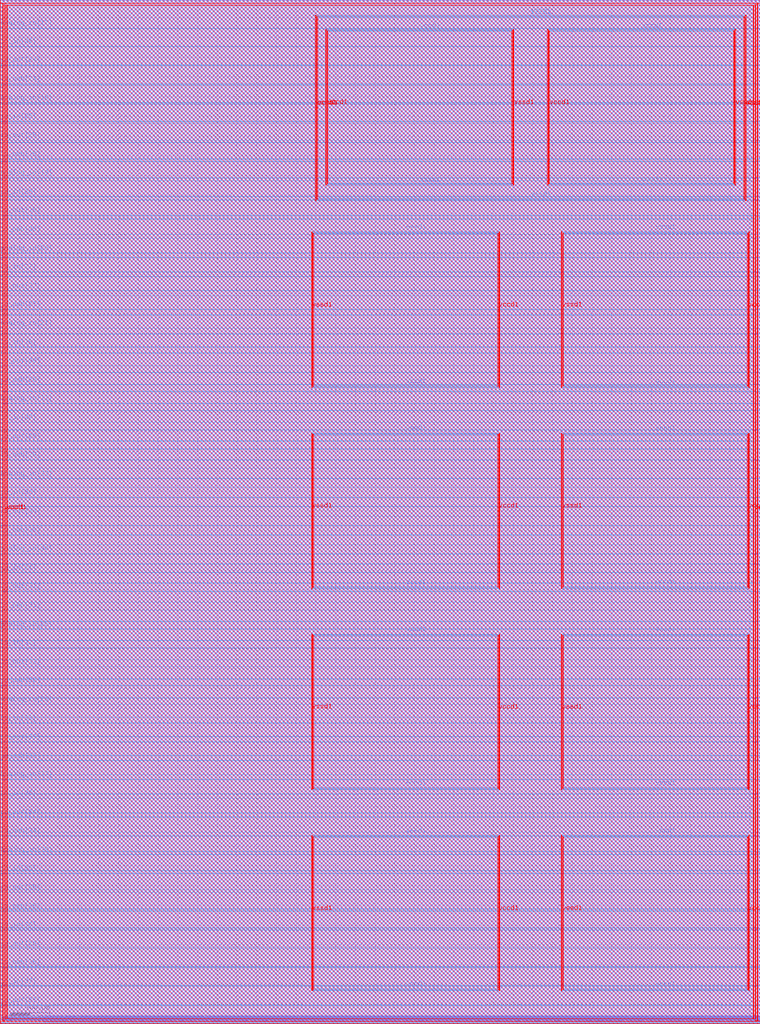
<source format=lef>
##
## LEF for PtnCells ;
## created by Innovus v20.10-p004_1 on Mon Jun  6 10:08:30 2022
##

VERSION 5.7 ;

BUSBITCHARS "[]" ;
DIVIDERCHAR "/" ;

MACRO rest_top
  CLASS BLOCK ;
  SIZE 1926.480000 BY 2595.220000 ;
  FOREIGN rest_top 0.000000 0.000000 ;
  ORIGIN 0 0 ;
  SYMMETRY X Y R90 ;
  PIN wb_clk_i
    DIRECTION INPUT ;
    USE SIGNAL ;
    PORT
      LAYER met2 ;
        RECT 3.730000 0.000000 3.870000 0.490000 ;
    END
  END wb_clk_i
  PIN wb_rst_i
    DIRECTION INPUT ;
    USE SIGNAL ;
    PORT
      LAYER met2 ;
        RECT 1.930000 0.000000 2.070000 0.485000 ;
    END
  END wb_rst_i
  PIN wbs_stb_i
    DIRECTION INPUT ;
    USE SIGNAL ;
    PORT
      LAYER met2 ;
        RECT 405.730000 0.000000 405.870000 0.490000 ;
    END
  END wbs_stb_i
  PIN wbs_cyc_i
    DIRECTION INPUT ;
    USE SIGNAL ;
    PORT
      LAYER met2 ;
        RECT 136.430000 0.000000 136.570000 0.490000 ;
    END
  END wbs_cyc_i
  PIN wbs_we_i
    DIRECTION INPUT ;
    USE SIGNAL ;
    PORT
      LAYER met2 ;
        RECT 409.630000 0.000000 409.770000 0.490000 ;
    END
  END wbs_we_i
  PIN wbs_sel_i[3]
    DIRECTION INPUT ;
    USE SIGNAL ;
    PORT
      LAYER met2 ;
        RECT 401.830000 0.000000 401.970000 0.490000 ;
    END
  END wbs_sel_i[3]
  PIN wbs_sel_i[2]
    DIRECTION INPUT ;
    USE SIGNAL ;
    PORT
      LAYER met2 ;
        RECT 397.930000 0.000000 398.070000 0.490000 ;
    END
  END wbs_sel_i[2]
  PIN wbs_sel_i[1]
    DIRECTION INPUT ;
    USE SIGNAL ;
    PORT
      LAYER met2 ;
        RECT 394.030000 0.000000 394.170000 0.490000 ;
    END
  END wbs_sel_i[1]
  PIN wbs_sel_i[0]
    DIRECTION INPUT ;
    USE SIGNAL ;
    PORT
      LAYER met2 ;
        RECT 390.130000 0.000000 390.270000 0.490000 ;
    END
  END wbs_sel_i[0]
  PIN wbs_dat_i[31]
    DIRECTION INPUT ;
    USE SIGNAL ;
    PORT
      LAYER met2 ;
        RECT 261.330000 0.000000 261.470000 0.490000 ;
    END
  END wbs_dat_i[31]
  PIN wbs_dat_i[30]
    DIRECTION INPUT ;
    USE SIGNAL ;
    PORT
      LAYER met2 ;
        RECT 257.330000 0.000000 257.470000 0.490000 ;
    END
  END wbs_dat_i[30]
  PIN wbs_dat_i[29]
    DIRECTION INPUT ;
    USE SIGNAL ;
    PORT
      LAYER met2 ;
        RECT 253.430000 0.000000 253.570000 0.490000 ;
    END
  END wbs_dat_i[29]
  PIN wbs_dat_i[28]
    DIRECTION INPUT ;
    USE SIGNAL ;
    PORT
      LAYER met2 ;
        RECT 249.630000 0.000000 249.770000 0.490000 ;
    END
  END wbs_dat_i[28]
  PIN wbs_dat_i[27]
    DIRECTION INPUT ;
    USE SIGNAL ;
    PORT
      LAYER met2 ;
        RECT 245.730000 0.000000 245.870000 0.490000 ;
    END
  END wbs_dat_i[27]
  PIN wbs_dat_i[26]
    DIRECTION INPUT ;
    USE SIGNAL ;
    PORT
      LAYER met2 ;
        RECT 241.830000 0.000000 241.970000 0.490000 ;
    END
  END wbs_dat_i[26]
  PIN wbs_dat_i[25]
    DIRECTION INPUT ;
    USE SIGNAL ;
    PORT
      LAYER met2 ;
        RECT 237.930000 0.000000 238.070000 0.490000 ;
    END
  END wbs_dat_i[25]
  PIN wbs_dat_i[24]
    DIRECTION INPUT ;
    USE SIGNAL ;
    PORT
      LAYER met2 ;
        RECT 234.030000 0.000000 234.170000 0.490000 ;
    END
  END wbs_dat_i[24]
  PIN wbs_dat_i[23]
    DIRECTION INPUT ;
    USE SIGNAL ;
    PORT
      LAYER met2 ;
        RECT 230.030000 0.000000 230.170000 0.490000 ;
    END
  END wbs_dat_i[23]
  PIN wbs_dat_i[22]
    DIRECTION INPUT ;
    USE SIGNAL ;
    PORT
      LAYER met2 ;
        RECT 226.130000 0.000000 226.270000 0.490000 ;
    END
  END wbs_dat_i[22]
  PIN wbs_dat_i[21]
    DIRECTION INPUT ;
    USE SIGNAL ;
    PORT
      LAYER met2 ;
        RECT 222.230000 0.000000 222.370000 0.490000 ;
    END
  END wbs_dat_i[21]
  PIN wbs_dat_i[20]
    DIRECTION INPUT ;
    USE SIGNAL ;
    PORT
      LAYER met2 ;
        RECT 218.430000 0.000000 218.570000 0.490000 ;
    END
  END wbs_dat_i[20]
  PIN wbs_dat_i[19]
    DIRECTION INPUT ;
    USE SIGNAL ;
    PORT
      LAYER met2 ;
        RECT 214.530000 0.000000 214.670000 0.490000 ;
    END
  END wbs_dat_i[19]
  PIN wbs_dat_i[18]
    DIRECTION INPUT ;
    USE SIGNAL ;
    PORT
      LAYER met2 ;
        RECT 210.630000 0.000000 210.770000 0.490000 ;
    END
  END wbs_dat_i[18]
  PIN wbs_dat_i[17]
    DIRECTION INPUT ;
    USE SIGNAL ;
    PORT
      LAYER met2 ;
        RECT 206.630000 0.000000 206.770000 0.490000 ;
    END
  END wbs_dat_i[17]
  PIN wbs_dat_i[16]
    DIRECTION INPUT ;
    USE SIGNAL ;
    PORT
      LAYER met2 ;
        RECT 202.730000 0.000000 202.870000 0.490000 ;
    END
  END wbs_dat_i[16]
  PIN wbs_dat_i[15]
    DIRECTION INPUT ;
    USE SIGNAL ;
    PORT
      LAYER met2 ;
        RECT 198.830000 0.000000 198.970000 0.490000 ;
    END
  END wbs_dat_i[15]
  PIN wbs_dat_i[14]
    DIRECTION INPUT ;
    USE SIGNAL ;
    PORT
      LAYER met2 ;
        RECT 194.930000 0.000000 195.070000 0.490000 ;
    END
  END wbs_dat_i[14]
  PIN wbs_dat_i[13]
    DIRECTION INPUT ;
    USE SIGNAL ;
    PORT
      LAYER met2 ;
        RECT 191.030000 0.000000 191.170000 0.490000 ;
    END
  END wbs_dat_i[13]
  PIN wbs_dat_i[12]
    DIRECTION INPUT ;
    USE SIGNAL ;
    PORT
      LAYER met2 ;
        RECT 187.130000 0.000000 187.270000 0.490000 ;
    END
  END wbs_dat_i[12]
  PIN wbs_dat_i[11]
    DIRECTION INPUT ;
    USE SIGNAL ;
    PORT
      LAYER met2 ;
        RECT 183.330000 0.000000 183.470000 0.490000 ;
    END
  END wbs_dat_i[11]
  PIN wbs_dat_i[10]
    DIRECTION INPUT ;
    USE SIGNAL ;
    PORT
      LAYER met2 ;
        RECT 179.330000 0.000000 179.470000 0.490000 ;
    END
  END wbs_dat_i[10]
  PIN wbs_dat_i[9]
    DIRECTION INPUT ;
    USE SIGNAL ;
    PORT
      LAYER met2 ;
        RECT 175.430000 0.000000 175.570000 0.490000 ;
    END
  END wbs_dat_i[9]
  PIN wbs_dat_i[8]
    DIRECTION INPUT ;
    USE SIGNAL ;
    PORT
      LAYER met2 ;
        RECT 171.530000 0.000000 171.670000 0.490000 ;
    END
  END wbs_dat_i[8]
  PIN wbs_dat_i[7]
    DIRECTION INPUT ;
    USE SIGNAL ;
    PORT
      LAYER met2 ;
        RECT 167.630000 0.000000 167.770000 0.490000 ;
    END
  END wbs_dat_i[7]
  PIN wbs_dat_i[6]
    DIRECTION INPUT ;
    USE SIGNAL ;
    PORT
      LAYER met2 ;
        RECT 163.730000 0.000000 163.870000 0.490000 ;
    END
  END wbs_dat_i[6]
  PIN wbs_dat_i[5]
    DIRECTION INPUT ;
    USE SIGNAL ;
    PORT
      LAYER met2 ;
        RECT 159.830000 0.000000 159.970000 0.490000 ;
    END
  END wbs_dat_i[5]
  PIN wbs_dat_i[4]
    DIRECTION INPUT ;
    USE SIGNAL ;
    PORT
      LAYER met2 ;
        RECT 155.930000 0.000000 156.070000 0.490000 ;
    END
  END wbs_dat_i[4]
  PIN wbs_dat_i[3]
    DIRECTION INPUT ;
    USE SIGNAL ;
    PORT
      LAYER met2 ;
        RECT 151.930000 0.000000 152.070000 0.490000 ;
    END
  END wbs_dat_i[3]
  PIN wbs_dat_i[2]
    DIRECTION INPUT ;
    USE SIGNAL ;
    PORT
      LAYER met2 ;
        RECT 148.130000 0.000000 148.270000 0.490000 ;
    END
  END wbs_dat_i[2]
  PIN wbs_dat_i[1]
    DIRECTION INPUT ;
    USE SIGNAL ;
    PORT
      LAYER met2 ;
        RECT 144.230000 0.000000 144.370000 0.490000 ;
    END
  END wbs_dat_i[1]
  PIN wbs_dat_i[0]
    DIRECTION INPUT ;
    USE SIGNAL ;
    PORT
      LAYER met2 ;
        RECT 140.330000 0.000000 140.470000 0.490000 ;
    END
  END wbs_dat_i[0]
  PIN wbs_adr_i[31]
    DIRECTION INPUT ;
    USE SIGNAL ;
    PORT
      LAYER met2 ;
        RECT 132.530000 0.000000 132.670000 0.490000 ;
    END
  END wbs_adr_i[31]
  PIN wbs_adr_i[30]
    DIRECTION INPUT ;
    USE SIGNAL ;
    PORT
      LAYER met2 ;
        RECT 128.630000 0.000000 128.770000 0.490000 ;
    END
  END wbs_adr_i[30]
  PIN wbs_adr_i[29]
    DIRECTION INPUT ;
    USE SIGNAL ;
    PORT
      LAYER met2 ;
        RECT 124.730000 0.000000 124.870000 0.490000 ;
    END
  END wbs_adr_i[29]
  PIN wbs_adr_i[28]
    DIRECTION INPUT ;
    USE SIGNAL ;
    PORT
      LAYER met2 ;
        RECT 120.830000 0.000000 120.970000 0.490000 ;
    END
  END wbs_adr_i[28]
  PIN wbs_adr_i[27]
    DIRECTION INPUT ;
    USE SIGNAL ;
    PORT
      LAYER met2 ;
        RECT 116.930000 0.000000 117.070000 0.490000 ;
    END
  END wbs_adr_i[27]
  PIN wbs_adr_i[26]
    DIRECTION INPUT ;
    USE SIGNAL ;
    PORT
      LAYER met2 ;
        RECT 113.030000 0.000000 113.170000 0.490000 ;
    END
  END wbs_adr_i[26]
  PIN wbs_adr_i[25]
    DIRECTION INPUT ;
    USE SIGNAL ;
    PORT
      LAYER met2 ;
        RECT 109.130000 0.000000 109.270000 0.490000 ;
    END
  END wbs_adr_i[25]
  PIN wbs_adr_i[24]
    DIRECTION INPUT ;
    USE SIGNAL ;
    PORT
      LAYER met2 ;
        RECT 105.230000 0.000000 105.370000 0.490000 ;
    END
  END wbs_adr_i[24]
  PIN wbs_adr_i[23]
    DIRECTION INPUT ;
    USE SIGNAL ;
    PORT
      LAYER met2 ;
        RECT 101.230000 0.000000 101.370000 0.490000 ;
    END
  END wbs_adr_i[23]
  PIN wbs_adr_i[22]
    DIRECTION INPUT ;
    USE SIGNAL ;
    PORT
      LAYER met2 ;
        RECT 97.330000 0.000000 97.470000 0.490000 ;
    END
  END wbs_adr_i[22]
  PIN wbs_adr_i[21]
    DIRECTION INPUT ;
    USE SIGNAL ;
    PORT
      LAYER met2 ;
        RECT 93.430000 0.000000 93.570000 0.490000 ;
    END
  END wbs_adr_i[21]
  PIN wbs_adr_i[20]
    DIRECTION INPUT ;
    USE SIGNAL ;
    PORT
      LAYER met2 ;
        RECT 89.530000 0.000000 89.670000 0.490000 ;
    END
  END wbs_adr_i[20]
  PIN wbs_adr_i[19]
    DIRECTION INPUT ;
    USE SIGNAL ;
    PORT
      LAYER met2 ;
        RECT 85.630000 0.000000 85.770000 0.490000 ;
    END
  END wbs_adr_i[19]
  PIN wbs_adr_i[18]
    DIRECTION INPUT ;
    USE SIGNAL ;
    PORT
      LAYER met2 ;
        RECT 81.730000 0.000000 81.870000 0.490000 ;
    END
  END wbs_adr_i[18]
  PIN wbs_adr_i[17]
    DIRECTION INPUT ;
    USE SIGNAL ;
    PORT
      LAYER met2 ;
        RECT 77.830000 0.000000 77.970000 0.490000 ;
    END
  END wbs_adr_i[17]
  PIN wbs_adr_i[16]
    DIRECTION INPUT ;
    USE SIGNAL ;
    PORT
      LAYER met2 ;
        RECT 73.930000 0.000000 74.070000 0.490000 ;
    END
  END wbs_adr_i[16]
  PIN wbs_adr_i[15]
    DIRECTION INPUT ;
    USE SIGNAL ;
    PORT
      LAYER met2 ;
        RECT 70.030000 0.000000 70.170000 0.490000 ;
    END
  END wbs_adr_i[15]
  PIN wbs_adr_i[14]
    DIRECTION INPUT ;
    USE SIGNAL ;
    PORT
      LAYER met2 ;
        RECT 66.130000 0.000000 66.270000 0.490000 ;
    END
  END wbs_adr_i[14]
  PIN wbs_adr_i[13]
    DIRECTION INPUT ;
    USE SIGNAL ;
    PORT
      LAYER met2 ;
        RECT 62.330000 0.000000 62.470000 0.490000 ;
    END
  END wbs_adr_i[13]
  PIN wbs_adr_i[12]
    DIRECTION INPUT ;
    USE SIGNAL ;
    PORT
      LAYER met2 ;
        RECT 58.430000 0.000000 58.570000 0.490000 ;
    END
  END wbs_adr_i[12]
  PIN wbs_adr_i[11]
    DIRECTION INPUT ;
    USE SIGNAL ;
    PORT
      LAYER met2 ;
        RECT 54.530000 0.000000 54.670000 0.490000 ;
    END
  END wbs_adr_i[11]
  PIN wbs_adr_i[10]
    DIRECTION INPUT ;
    USE SIGNAL ;
    PORT
      LAYER met2 ;
        RECT 50.530000 0.000000 50.670000 0.490000 ;
    END
  END wbs_adr_i[10]
  PIN wbs_adr_i[9]
    DIRECTION INPUT ;
    USE SIGNAL ;
    PORT
      LAYER met2 ;
        RECT 46.630000 0.000000 46.770000 0.490000 ;
    END
  END wbs_adr_i[9]
  PIN wbs_adr_i[8]
    DIRECTION INPUT ;
    USE SIGNAL ;
    PORT
      LAYER met2 ;
        RECT 42.730000 0.000000 42.870000 0.490000 ;
    END
  END wbs_adr_i[8]
  PIN wbs_adr_i[7]
    DIRECTION INPUT ;
    USE SIGNAL ;
    PORT
      LAYER met2 ;
        RECT 38.830000 0.000000 38.970000 0.490000 ;
    END
  END wbs_adr_i[7]
  PIN wbs_adr_i[6]
    DIRECTION INPUT ;
    USE SIGNAL ;
    PORT
      LAYER met2 ;
        RECT 34.930000 0.000000 35.070000 0.490000 ;
    END
  END wbs_adr_i[6]
  PIN wbs_adr_i[5]
    DIRECTION INPUT ;
    USE SIGNAL ;
    PORT
      LAYER met2 ;
        RECT 31.030000 0.000000 31.170000 0.490000 ;
    END
  END wbs_adr_i[5]
  PIN wbs_adr_i[4]
    DIRECTION INPUT ;
    USE SIGNAL ;
    PORT
      LAYER met2 ;
        RECT 27.130000 0.000000 27.270000 0.490000 ;
    END
  END wbs_adr_i[4]
  PIN wbs_adr_i[3]
    DIRECTION INPUT ;
    USE SIGNAL ;
    PORT
      LAYER met2 ;
        RECT 23.130000 0.000000 23.270000 0.490000 ;
    END
  END wbs_adr_i[3]
  PIN wbs_adr_i[2]
    DIRECTION INPUT ;
    USE SIGNAL ;
    PORT
      LAYER met2 ;
        RECT 19.230000 0.000000 19.370000 0.490000 ;
    END
  END wbs_adr_i[2]
  PIN wbs_adr_i[1]
    DIRECTION INPUT ;
    USE SIGNAL ;
    PORT
      LAYER met2 ;
        RECT 15.330000 0.000000 15.470000 0.490000 ;
    END
  END wbs_adr_i[1]
  PIN wbs_adr_i[0]
    DIRECTION INPUT ;
    USE SIGNAL ;
    PORT
      LAYER met2 ;
        RECT 11.430000 0.000000 11.570000 0.490000 ;
    END
  END wbs_adr_i[0]
  PIN wbs_ack_o
    DIRECTION OUTPUT ;
    USE SIGNAL ;
    PORT
      LAYER met2 ;
        RECT 7.530000 0.000000 7.670000 0.490000 ;
    END
  END wbs_ack_o
  PIN wbs_dat_o[31]
    DIRECTION OUTPUT ;
    USE SIGNAL ;
    PORT
      LAYER met2 ;
        RECT 386.130000 0.000000 386.270000 0.490000 ;
    END
  END wbs_dat_o[31]
  PIN wbs_dat_o[30]
    DIRECTION OUTPUT ;
    USE SIGNAL ;
    PORT
      LAYER met2 ;
        RECT 382.230000 0.000000 382.370000 0.490000 ;
    END
  END wbs_dat_o[30]
  PIN wbs_dat_o[29]
    DIRECTION OUTPUT ;
    USE SIGNAL ;
    PORT
      LAYER met2 ;
        RECT 378.330000 0.000000 378.470000 0.490000 ;
    END
  END wbs_dat_o[29]
  PIN wbs_dat_o[28]
    DIRECTION OUTPUT ;
    USE SIGNAL ;
    PORT
      LAYER met2 ;
        RECT 374.430000 0.000000 374.570000 0.490000 ;
    END
  END wbs_dat_o[28]
  PIN wbs_dat_o[27]
    DIRECTION OUTPUT ;
    USE SIGNAL ;
    PORT
      LAYER met2 ;
        RECT 370.630000 0.000000 370.770000 0.490000 ;
    END
  END wbs_dat_o[27]
  PIN wbs_dat_o[26]
    DIRECTION OUTPUT ;
    USE SIGNAL ;
    PORT
      LAYER met2 ;
        RECT 366.730000 0.000000 366.870000 0.490000 ;
    END
  END wbs_dat_o[26]
  PIN wbs_dat_o[25]
    DIRECTION OUTPUT ;
    USE SIGNAL ;
    PORT
      LAYER met2 ;
        RECT 362.830000 0.000000 362.970000 0.490000 ;
    END
  END wbs_dat_o[25]
  PIN wbs_dat_o[24]
    DIRECTION OUTPUT ;
    USE SIGNAL ;
    PORT
      LAYER met2 ;
        RECT 358.930000 0.000000 359.070000 0.490000 ;
    END
  END wbs_dat_o[24]
  PIN wbs_dat_o[23]
    DIRECTION OUTPUT ;
    USE SIGNAL ;
    PORT
      LAYER met2 ;
        RECT 355.030000 0.000000 355.170000 0.490000 ;
    END
  END wbs_dat_o[23]
  PIN wbs_dat_o[22]
    DIRECTION OUTPUT ;
    USE SIGNAL ;
    PORT
      LAYER met2 ;
        RECT 351.130000 0.000000 351.270000 0.490000 ;
    END
  END wbs_dat_o[22]
  PIN wbs_dat_o[21]
    DIRECTION OUTPUT ;
    USE SIGNAL ;
    PORT
      LAYER met2 ;
        RECT 347.230000 0.000000 347.370000 0.490000 ;
    END
  END wbs_dat_o[21]
  PIN wbs_dat_o[20]
    DIRECTION OUTPUT ;
    USE SIGNAL ;
    PORT
      LAYER met2 ;
        RECT 343.330000 0.000000 343.470000 0.490000 ;
    END
  END wbs_dat_o[20]
  PIN wbs_dat_o[19]
    DIRECTION OUTPUT ;
    USE SIGNAL ;
    PORT
      LAYER met2 ;
        RECT 339.430000 0.000000 339.570000 0.490000 ;
    END
  END wbs_dat_o[19]
  PIN wbs_dat_o[18]
    DIRECTION OUTPUT ;
    USE SIGNAL ;
    PORT
      LAYER met2 ;
        RECT 335.430000 0.000000 335.570000 0.490000 ;
    END
  END wbs_dat_o[18]
  PIN wbs_dat_o[17]
    DIRECTION OUTPUT ;
    USE SIGNAL ;
    PORT
      LAYER met2 ;
        RECT 331.530000 0.000000 331.670000 0.490000 ;
    END
  END wbs_dat_o[17]
  PIN wbs_dat_o[16]
    DIRECTION OUTPUT ;
    USE SIGNAL ;
    PORT
      LAYER met2 ;
        RECT 327.630000 0.000000 327.770000 0.490000 ;
    END
  END wbs_dat_o[16]
  PIN wbs_dat_o[15]
    DIRECTION OUTPUT ;
    USE SIGNAL ;
    PORT
      LAYER met2 ;
        RECT 323.730000 0.000000 323.870000 0.490000 ;
    END
  END wbs_dat_o[15]
  PIN wbs_dat_o[14]
    DIRECTION OUTPUT ;
    USE SIGNAL ;
    PORT
      LAYER met2 ;
        RECT 319.830000 0.000000 319.970000 0.490000 ;
    END
  END wbs_dat_o[14]
  PIN wbs_dat_o[13]
    DIRECTION OUTPUT ;
    USE SIGNAL ;
    PORT
      LAYER met2 ;
        RECT 315.930000 0.000000 316.070000 0.490000 ;
    END
  END wbs_dat_o[13]
  PIN wbs_dat_o[12]
    DIRECTION OUTPUT ;
    USE SIGNAL ;
    PORT
      LAYER met2 ;
        RECT 312.030000 0.000000 312.170000 0.490000 ;
    END
  END wbs_dat_o[12]
  PIN wbs_dat_o[11]
    DIRECTION OUTPUT ;
    USE SIGNAL ;
    PORT
      LAYER met2 ;
        RECT 308.130000 0.000000 308.270000 0.490000 ;
    END
  END wbs_dat_o[11]
  PIN wbs_dat_o[10]
    DIRECTION OUTPUT ;
    USE SIGNAL ;
    PORT
      LAYER met2 ;
        RECT 304.230000 0.000000 304.370000 0.490000 ;
    END
  END wbs_dat_o[10]
  PIN wbs_dat_o[9]
    DIRECTION OUTPUT ;
    USE SIGNAL ;
    PORT
      LAYER met2 ;
        RECT 300.330000 0.000000 300.470000 0.490000 ;
    END
  END wbs_dat_o[9]
  PIN wbs_dat_o[8]
    DIRECTION OUTPUT ;
    USE SIGNAL ;
    PORT
      LAYER met2 ;
        RECT 296.430000 0.000000 296.570000 0.490000 ;
    END
  END wbs_dat_o[8]
  PIN wbs_dat_o[7]
    DIRECTION OUTPUT ;
    USE SIGNAL ;
    PORT
      LAYER met2 ;
        RECT 292.530000 0.000000 292.670000 0.490000 ;
    END
  END wbs_dat_o[7]
  PIN wbs_dat_o[6]
    DIRECTION OUTPUT ;
    USE SIGNAL ;
    PORT
      LAYER met2 ;
        RECT 288.730000 0.000000 288.870000 0.490000 ;
    END
  END wbs_dat_o[6]
  PIN wbs_dat_o[5]
    DIRECTION OUTPUT ;
    USE SIGNAL ;
    PORT
      LAYER met2 ;
        RECT 284.730000 0.000000 284.870000 0.490000 ;
    END
  END wbs_dat_o[5]
  PIN wbs_dat_o[4]
    DIRECTION OUTPUT ;
    USE SIGNAL ;
    PORT
      LAYER met2 ;
        RECT 280.830000 0.000000 280.970000 0.490000 ;
    END
  END wbs_dat_o[4]
  PIN wbs_dat_o[3]
    DIRECTION OUTPUT ;
    USE SIGNAL ;
    PORT
      LAYER met2 ;
        RECT 276.930000 0.000000 277.070000 0.490000 ;
    END
  END wbs_dat_o[3]
  PIN wbs_dat_o[2]
    DIRECTION OUTPUT ;
    USE SIGNAL ;
    PORT
      LAYER met2 ;
        RECT 273.030000 0.000000 273.170000 0.490000 ;
    END
  END wbs_dat_o[2]
  PIN wbs_dat_o[1]
    DIRECTION OUTPUT ;
    USE SIGNAL ;
    PORT
      LAYER met2 ;
        RECT 269.130000 0.000000 269.270000 0.490000 ;
    END
  END wbs_dat_o[1]
  PIN wbs_dat_o[0]
    DIRECTION OUTPUT ;
    USE SIGNAL ;
    PORT
      LAYER met2 ;
        RECT 265.230000 0.000000 265.370000 0.490000 ;
    END
  END wbs_dat_o[0]
  PIN la_data_in[127]
    DIRECTION INPUT ;
    USE SIGNAL ;
    PORT
      LAYER met2 ;
        RECT 909.230000 0.000000 909.370000 0.490000 ;
    END
  END la_data_in[127]
  PIN la_data_in[126]
    DIRECTION INPUT ;
    USE SIGNAL ;
    PORT
      LAYER met2 ;
        RECT 905.330000 0.000000 905.470000 0.490000 ;
    END
  END la_data_in[126]
  PIN la_data_in[125]
    DIRECTION INPUT ;
    USE SIGNAL ;
    PORT
      LAYER met2 ;
        RECT 901.430000 0.000000 901.570000 0.490000 ;
    END
  END la_data_in[125]
  PIN la_data_in[124]
    DIRECTION INPUT ;
    USE SIGNAL ;
    PORT
      LAYER met2 ;
        RECT 897.530000 0.000000 897.670000 0.490000 ;
    END
  END la_data_in[124]
  PIN la_data_in[123]
    DIRECTION INPUT ;
    USE SIGNAL ;
    PORT
      LAYER met2 ;
        RECT 893.630000 0.000000 893.770000 0.490000 ;
    END
  END la_data_in[123]
  PIN la_data_in[122]
    DIRECTION INPUT ;
    USE SIGNAL ;
    PORT
      LAYER met2 ;
        RECT 889.730000 0.000000 889.870000 0.490000 ;
    END
  END la_data_in[122]
  PIN la_data_in[121]
    DIRECTION INPUT ;
    USE SIGNAL ;
    PORT
      LAYER met2 ;
        RECT 885.830000 0.000000 885.970000 0.490000 ;
    END
  END la_data_in[121]
  PIN la_data_in[120]
    DIRECTION INPUT ;
    USE SIGNAL ;
    PORT
      LAYER met2 ;
        RECT 881.830000 0.000000 881.970000 0.490000 ;
    END
  END la_data_in[120]
  PIN la_data_in[119]
    DIRECTION INPUT ;
    USE SIGNAL ;
    PORT
      LAYER met2 ;
        RECT 877.930000 0.000000 878.070000 0.490000 ;
    END
  END la_data_in[119]
  PIN la_data_in[118]
    DIRECTION INPUT ;
    USE SIGNAL ;
    PORT
      LAYER met2 ;
        RECT 874.030000 0.000000 874.170000 0.490000 ;
    END
  END la_data_in[118]
  PIN la_data_in[117]
    DIRECTION INPUT ;
    USE SIGNAL ;
    PORT
      LAYER met2 ;
        RECT 870.130000 0.000000 870.270000 0.490000 ;
    END
  END la_data_in[117]
  PIN la_data_in[116]
    DIRECTION INPUT ;
    USE SIGNAL ;
    PORT
      LAYER met2 ;
        RECT 866.330000 0.000000 866.470000 0.490000 ;
    END
  END la_data_in[116]
  PIN la_data_in[115]
    DIRECTION INPUT ;
    USE SIGNAL ;
    PORT
      LAYER met2 ;
        RECT 862.530000 0.000000 862.670000 0.490000 ;
    END
  END la_data_in[115]
  PIN la_data_in[114]
    DIRECTION INPUT ;
    USE SIGNAL ;
    PORT
      LAYER met2 ;
        RECT 858.630000 0.000000 858.770000 0.490000 ;
    END
  END la_data_in[114]
  PIN la_data_in[113]
    DIRECTION INPUT ;
    USE SIGNAL ;
    PORT
      LAYER met2 ;
        RECT 854.630000 0.000000 854.770000 0.490000 ;
    END
  END la_data_in[113]
  PIN la_data_in[112]
    DIRECTION INPUT ;
    USE SIGNAL ;
    PORT
      LAYER met2 ;
        RECT 850.730000 0.000000 850.870000 0.490000 ;
    END
  END la_data_in[112]
  PIN la_data_in[111]
    DIRECTION INPUT ;
    USE SIGNAL ;
    PORT
      LAYER met2 ;
        RECT 846.830000 0.000000 846.970000 0.490000 ;
    END
  END la_data_in[111]
  PIN la_data_in[110]
    DIRECTION INPUT ;
    USE SIGNAL ;
    PORT
      LAYER met2 ;
        RECT 842.930000 0.000000 843.070000 0.490000 ;
    END
  END la_data_in[110]
  PIN la_data_in[109]
    DIRECTION INPUT ;
    USE SIGNAL ;
    PORT
      LAYER met2 ;
        RECT 839.030000 0.000000 839.170000 0.490000 ;
    END
  END la_data_in[109]
  PIN la_data_in[108]
    DIRECTION INPUT ;
    USE SIGNAL ;
    PORT
      LAYER met2 ;
        RECT 835.130000 0.000000 835.270000 0.490000 ;
    END
  END la_data_in[108]
  PIN la_data_in[107]
    DIRECTION INPUT ;
    USE SIGNAL ;
    PORT
      LAYER met2 ;
        RECT 831.130000 0.000000 831.270000 0.490000 ;
    END
  END la_data_in[107]
  PIN la_data_in[106]
    DIRECTION INPUT ;
    USE SIGNAL ;
    PORT
      LAYER met2 ;
        RECT 827.230000 0.000000 827.370000 0.490000 ;
    END
  END la_data_in[106]
  PIN la_data_in[105]
    DIRECTION INPUT ;
    USE SIGNAL ;
    PORT
      LAYER met2 ;
        RECT 823.330000 0.000000 823.470000 0.490000 ;
    END
  END la_data_in[105]
  PIN la_data_in[104]
    DIRECTION INPUT ;
    USE SIGNAL ;
    PORT
      LAYER met2 ;
        RECT 819.430000 0.000000 819.570000 0.490000 ;
    END
  END la_data_in[104]
  PIN la_data_in[103]
    DIRECTION INPUT ;
    USE SIGNAL ;
    PORT
      LAYER met2 ;
        RECT 815.530000 0.000000 815.670000 0.490000 ;
    END
  END la_data_in[103]
  PIN la_data_in[102]
    DIRECTION INPUT ;
    USE SIGNAL ;
    PORT
      LAYER met2 ;
        RECT 811.630000 0.000000 811.770000 0.490000 ;
    END
  END la_data_in[102]
  PIN la_data_in[101]
    DIRECTION INPUT ;
    USE SIGNAL ;
    PORT
      LAYER met2 ;
        RECT 807.730000 0.000000 807.870000 0.490000 ;
    END
  END la_data_in[101]
  PIN la_data_in[100]
    DIRECTION INPUT ;
    USE SIGNAL ;
    PORT
      LAYER met2 ;
        RECT 803.830000 0.000000 803.970000 0.490000 ;
    END
  END la_data_in[100]
  PIN la_data_in[99]
    DIRECTION INPUT ;
    USE SIGNAL ;
    PORT
      LAYER met2 ;
        RECT 799.930000 0.000000 800.070000 0.490000 ;
    END
  END la_data_in[99]
  PIN la_data_in[98]
    DIRECTION INPUT ;
    USE SIGNAL ;
    PORT
      LAYER met2 ;
        RECT 796.030000 0.000000 796.170000 0.490000 ;
    END
  END la_data_in[98]
  PIN la_data_in[97]
    DIRECTION INPUT ;
    USE SIGNAL ;
    PORT
      LAYER met2 ;
        RECT 792.230000 0.000000 792.370000 0.490000 ;
    END
  END la_data_in[97]
  PIN la_data_in[96]
    DIRECTION INPUT ;
    USE SIGNAL ;
    PORT
      LAYER met2 ;
        RECT 788.330000 0.000000 788.470000 0.490000 ;
    END
  END la_data_in[96]
  PIN la_data_in[95]
    DIRECTION INPUT ;
    USE SIGNAL ;
    PORT
      LAYER met2 ;
        RECT 784.430000 0.000000 784.570000 0.490000 ;
    END
  END la_data_in[95]
  PIN la_data_in[94]
    DIRECTION INPUT ;
    USE SIGNAL ;
    PORT
      LAYER met2 ;
        RECT 780.530000 0.000000 780.670000 0.490000 ;
    END
  END la_data_in[94]
  PIN la_data_in[93]
    DIRECTION INPUT ;
    USE SIGNAL ;
    PORT
      LAYER met2 ;
        RECT 776.530000 0.000000 776.670000 0.490000 ;
    END
  END la_data_in[93]
  PIN la_data_in[92]
    DIRECTION INPUT ;
    USE SIGNAL ;
    PORT
      LAYER met2 ;
        RECT 772.630000 0.000000 772.770000 0.490000 ;
    END
  END la_data_in[92]
  PIN la_data_in[91]
    DIRECTION INPUT ;
    USE SIGNAL ;
    PORT
      LAYER met2 ;
        RECT 768.730000 0.000000 768.870000 0.490000 ;
    END
  END la_data_in[91]
  PIN la_data_in[90]
    DIRECTION INPUT ;
    USE SIGNAL ;
    PORT
      LAYER met2 ;
        RECT 764.830000 0.000000 764.970000 0.490000 ;
    END
  END la_data_in[90]
  PIN la_data_in[89]
    DIRECTION INPUT ;
    USE SIGNAL ;
    PORT
      LAYER met2 ;
        RECT 760.930000 0.000000 761.070000 0.490000 ;
    END
  END la_data_in[89]
  PIN la_data_in[88]
    DIRECTION INPUT ;
    USE SIGNAL ;
    PORT
      LAYER met2 ;
        RECT 757.030000 0.000000 757.170000 0.490000 ;
    END
  END la_data_in[88]
  PIN la_data_in[87]
    DIRECTION INPUT ;
    USE SIGNAL ;
    PORT
      LAYER met2 ;
        RECT 753.030000 0.000000 753.170000 0.490000 ;
    END
  END la_data_in[87]
  PIN la_data_in[86]
    DIRECTION INPUT ;
    USE SIGNAL ;
    PORT
      LAYER met2 ;
        RECT 749.130000 0.000000 749.270000 0.490000 ;
    END
  END la_data_in[86]
  PIN la_data_in[85]
    DIRECTION INPUT ;
    USE SIGNAL ;
    PORT
      LAYER met2 ;
        RECT 745.230000 0.000000 745.370000 0.490000 ;
    END
  END la_data_in[85]
  PIN la_data_in[84]
    DIRECTION INPUT ;
    USE SIGNAL ;
    PORT
      LAYER met2 ;
        RECT 741.430000 0.000000 741.570000 0.490000 ;
    END
  END la_data_in[84]
  PIN la_data_in[83]
    DIRECTION INPUT ;
    USE SIGNAL ;
    PORT
      LAYER met2 ;
        RECT 737.530000 0.000000 737.670000 0.490000 ;
    END
  END la_data_in[83]
  PIN la_data_in[82]
    DIRECTION INPUT ;
    USE SIGNAL ;
    PORT
      LAYER met2 ;
        RECT 733.630000 0.000000 733.770000 0.490000 ;
    END
  END la_data_in[82]
  PIN la_data_in[81]
    DIRECTION INPUT ;
    USE SIGNAL ;
    PORT
      LAYER met2 ;
        RECT 729.730000 0.000000 729.870000 0.490000 ;
    END
  END la_data_in[81]
  PIN la_data_in[80]
    DIRECTION INPUT ;
    USE SIGNAL ;
    PORT
      LAYER met2 ;
        RECT 725.730000 0.000000 725.870000 0.490000 ;
    END
  END la_data_in[80]
  PIN la_data_in[79]
    DIRECTION INPUT ;
    USE SIGNAL ;
    PORT
      LAYER met2 ;
        RECT 721.930000 0.000000 722.070000 0.490000 ;
    END
  END la_data_in[79]
  PIN la_data_in[78]
    DIRECTION INPUT ;
    USE SIGNAL ;
    PORT
      LAYER met2 ;
        RECT 718.030000 0.000000 718.170000 0.490000 ;
    END
  END la_data_in[78]
  PIN la_data_in[77]
    DIRECTION INPUT ;
    USE SIGNAL ;
    PORT
      LAYER met2 ;
        RECT 714.130000 0.000000 714.270000 0.490000 ;
    END
  END la_data_in[77]
  PIN la_data_in[76]
    DIRECTION INPUT ;
    USE SIGNAL ;
    PORT
      LAYER met2 ;
        RECT 710.230000 0.000000 710.370000 0.490000 ;
    END
  END la_data_in[76]
  PIN la_data_in[75]
    DIRECTION INPUT ;
    USE SIGNAL ;
    PORT
      LAYER met2 ;
        RECT 706.330000 0.000000 706.470000 0.490000 ;
    END
  END la_data_in[75]
  PIN la_data_in[74]
    DIRECTION INPUT ;
    USE SIGNAL ;
    PORT
      LAYER met2 ;
        RECT 702.430000 0.000000 702.570000 0.490000 ;
    END
  END la_data_in[74]
  PIN la_data_in[73]
    DIRECTION INPUT ;
    USE SIGNAL ;
    PORT
      LAYER met2 ;
        RECT 698.430000 0.000000 698.570000 0.490000 ;
    END
  END la_data_in[73]
  PIN la_data_in[72]
    DIRECTION INPUT ;
    USE SIGNAL ;
    PORT
      LAYER met2 ;
        RECT 694.530000 0.000000 694.670000 0.490000 ;
    END
  END la_data_in[72]
  PIN la_data_in[71]
    DIRECTION INPUT ;
    USE SIGNAL ;
    PORT
      LAYER met2 ;
        RECT 690.630000 0.000000 690.770000 0.490000 ;
    END
  END la_data_in[71]
  PIN la_data_in[70]
    DIRECTION INPUT ;
    USE SIGNAL ;
    PORT
      LAYER met2 ;
        RECT 686.730000 0.000000 686.870000 0.490000 ;
    END
  END la_data_in[70]
  PIN la_data_in[69]
    DIRECTION INPUT ;
    USE SIGNAL ;
    PORT
      LAYER met2 ;
        RECT 682.830000 0.000000 682.970000 0.490000 ;
    END
  END la_data_in[69]
  PIN la_data_in[68]
    DIRECTION INPUT ;
    USE SIGNAL ;
    PORT
      LAYER met2 ;
        RECT 678.930000 0.000000 679.070000 0.490000 ;
    END
  END la_data_in[68]
  PIN la_data_in[67]
    DIRECTION INPUT ;
    USE SIGNAL ;
    PORT
      LAYER met2 ;
        RECT 675.030000 0.000000 675.170000 0.490000 ;
    END
  END la_data_in[67]
  PIN la_data_in[66]
    DIRECTION INPUT ;
    USE SIGNAL ;
    PORT
      LAYER met2 ;
        RECT 671.130000 0.000000 671.270000 0.490000 ;
    END
  END la_data_in[66]
  PIN la_data_in[65]
    DIRECTION INPUT ;
    USE SIGNAL ;
    PORT
      LAYER met2 ;
        RECT 667.230000 0.000000 667.370000 0.490000 ;
    END
  END la_data_in[65]
  PIN la_data_in[64]
    DIRECTION INPUT ;
    USE SIGNAL ;
    PORT
      LAYER met2 ;
        RECT 663.330000 0.000000 663.470000 0.490000 ;
    END
  END la_data_in[64]
  PIN la_data_in[63]
    DIRECTION INPUT ;
    USE SIGNAL ;
    PORT
      LAYER met2 ;
        RECT 659.430000 0.000000 659.570000 0.490000 ;
    END
  END la_data_in[63]
  PIN la_data_in[62]
    DIRECTION INPUT ;
    USE SIGNAL ;
    PORT
      LAYER met2 ;
        RECT 655.530000 0.000000 655.670000 0.490000 ;
    END
  END la_data_in[62]
  PIN la_data_in[61]
    DIRECTION INPUT ;
    USE SIGNAL ;
    PORT
      LAYER met2 ;
        RECT 651.630000 0.000000 651.770000 0.490000 ;
    END
  END la_data_in[61]
  PIN la_data_in[60]
    DIRECTION INPUT ;
    USE SIGNAL ;
    PORT
      LAYER met2 ;
        RECT 647.730000 0.000000 647.870000 0.490000 ;
    END
  END la_data_in[60]
  PIN la_data_in[59]
    DIRECTION INPUT ;
    USE SIGNAL ;
    PORT
      LAYER met2 ;
        RECT 643.830000 0.000000 643.970000 0.490000 ;
    END
  END la_data_in[59]
  PIN la_data_in[58]
    DIRECTION INPUT ;
    USE SIGNAL ;
    PORT
      LAYER met2 ;
        RECT 639.930000 0.000000 640.070000 0.490000 ;
    END
  END la_data_in[58]
  PIN la_data_in[57]
    DIRECTION INPUT ;
    USE SIGNAL ;
    PORT
      LAYER met2 ;
        RECT 636.030000 0.000000 636.170000 0.490000 ;
    END
  END la_data_in[57]
  PIN la_data_in[56]
    DIRECTION INPUT ;
    USE SIGNAL ;
    PORT
      LAYER met2 ;
        RECT 632.130000 0.000000 632.270000 0.490000 ;
    END
  END la_data_in[56]
  PIN la_data_in[55]
    DIRECTION INPUT ;
    USE SIGNAL ;
    PORT
      LAYER met2 ;
        RECT 628.230000 0.000000 628.370000 0.490000 ;
    END
  END la_data_in[55]
  PIN la_data_in[54]
    DIRECTION INPUT ;
    USE SIGNAL ;
    PORT
      LAYER met2 ;
        RECT 624.330000 0.000000 624.470000 0.490000 ;
    END
  END la_data_in[54]
  PIN la_data_in[53]
    DIRECTION INPUT ;
    USE SIGNAL ;
    PORT
      LAYER met2 ;
        RECT 620.430000 0.000000 620.570000 0.490000 ;
    END
  END la_data_in[53]
  PIN la_data_in[52]
    DIRECTION INPUT ;
    USE SIGNAL ;
    PORT
      LAYER met2 ;
        RECT 616.530000 0.000000 616.670000 0.490000 ;
    END
  END la_data_in[52]
  PIN la_data_in[51]
    DIRECTION INPUT ;
    USE SIGNAL ;
    PORT
      LAYER met2 ;
        RECT 612.630000 0.000000 612.770000 0.490000 ;
    END
  END la_data_in[51]
  PIN la_data_in[50]
    DIRECTION INPUT ;
    USE SIGNAL ;
    PORT
      LAYER met2 ;
        RECT 608.730000 0.000000 608.870000 0.490000 ;
    END
  END la_data_in[50]
  PIN la_data_in[49]
    DIRECTION INPUT ;
    USE SIGNAL ;
    PORT
      LAYER met2 ;
        RECT 604.830000 0.000000 604.970000 0.490000 ;
    END
  END la_data_in[49]
  PIN la_data_in[48]
    DIRECTION INPUT ;
    USE SIGNAL ;
    PORT
      LAYER met2 ;
        RECT 600.930000 0.000000 601.070000 0.490000 ;
    END
  END la_data_in[48]
  PIN la_data_in[47]
    DIRECTION INPUT ;
    USE SIGNAL ;
    PORT
      LAYER met2 ;
        RECT 596.930000 0.000000 597.070000 0.490000 ;
    END
  END la_data_in[47]
  PIN la_data_in[46]
    DIRECTION INPUT ;
    USE SIGNAL ;
    PORT
      LAYER met2 ;
        RECT 593.030000 0.000000 593.170000 0.490000 ;
    END
  END la_data_in[46]
  PIN la_data_in[45]
    DIRECTION INPUT ;
    USE SIGNAL ;
    PORT
      LAYER met2 ;
        RECT 589.130000 0.000000 589.270000 0.490000 ;
    END
  END la_data_in[45]
  PIN la_data_in[44]
    DIRECTION INPUT ;
    USE SIGNAL ;
    PORT
      LAYER met2 ;
        RECT 585.230000 0.000000 585.370000 0.490000 ;
    END
  END la_data_in[44]
  PIN la_data_in[43]
    DIRECTION INPUT ;
    USE SIGNAL ;
    PORT
      LAYER met2 ;
        RECT 581.330000 0.000000 581.470000 0.490000 ;
    END
  END la_data_in[43]
  PIN la_data_in[42]
    DIRECTION INPUT ;
    USE SIGNAL ;
    PORT
      LAYER met2 ;
        RECT 577.530000 0.000000 577.670000 0.490000 ;
    END
  END la_data_in[42]
  PIN la_data_in[41]
    DIRECTION INPUT ;
    USE SIGNAL ;
    PORT
      LAYER met2 ;
        RECT 573.630000 0.000000 573.770000 0.490000 ;
    END
  END la_data_in[41]
  PIN la_data_in[40]
    DIRECTION INPUT ;
    USE SIGNAL ;
    PORT
      LAYER met2 ;
        RECT 569.630000 0.000000 569.770000 0.490000 ;
    END
  END la_data_in[40]
  PIN la_data_in[39]
    DIRECTION INPUT ;
    USE SIGNAL ;
    PORT
      LAYER met2 ;
        RECT 565.730000 0.000000 565.870000 0.490000 ;
    END
  END la_data_in[39]
  PIN la_data_in[38]
    DIRECTION INPUT ;
    USE SIGNAL ;
    PORT
      LAYER met2 ;
        RECT 561.830000 0.000000 561.970000 0.490000 ;
    END
  END la_data_in[38]
  PIN la_data_in[37]
    DIRECTION INPUT ;
    USE SIGNAL ;
    PORT
      LAYER met2 ;
        RECT 557.930000 0.000000 558.070000 0.490000 ;
    END
  END la_data_in[37]
  PIN la_data_in[36]
    DIRECTION INPUT ;
    USE SIGNAL ;
    PORT
      LAYER met2 ;
        RECT 554.130000 0.000000 554.270000 0.490000 ;
    END
  END la_data_in[36]
  PIN la_data_in[35]
    DIRECTION INPUT ;
    USE SIGNAL ;
    PORT
      LAYER met2 ;
        RECT 550.230000 0.000000 550.370000 0.490000 ;
    END
  END la_data_in[35]
  PIN la_data_in[34]
    DIRECTION INPUT ;
    USE SIGNAL ;
    PORT
      LAYER met2 ;
        RECT 546.330000 0.000000 546.470000 0.490000 ;
    END
  END la_data_in[34]
  PIN la_data_in[33]
    DIRECTION INPUT ;
    USE SIGNAL ;
    PORT
      LAYER met2 ;
        RECT 542.330000 0.000000 542.470000 0.490000 ;
    END
  END la_data_in[33]
  PIN la_data_in[32]
    DIRECTION INPUT ;
    USE SIGNAL ;
    PORT
      LAYER met2 ;
        RECT 538.430000 0.000000 538.570000 0.490000 ;
    END
  END la_data_in[32]
  PIN la_data_in[31]
    DIRECTION INPUT ;
    USE SIGNAL ;
    PORT
      LAYER met2 ;
        RECT 534.530000 0.000000 534.670000 0.490000 ;
    END
  END la_data_in[31]
  PIN la_data_in[30]
    DIRECTION INPUT ;
    USE SIGNAL ;
    PORT
      LAYER met2 ;
        RECT 530.630000 0.000000 530.770000 0.490000 ;
    END
  END la_data_in[30]
  PIN la_data_in[29]
    DIRECTION INPUT ;
    USE SIGNAL ;
    PORT
      LAYER met2 ;
        RECT 526.730000 0.000000 526.870000 0.490000 ;
    END
  END la_data_in[29]
  PIN la_data_in[28]
    DIRECTION INPUT ;
    USE SIGNAL ;
    PORT
      LAYER met2 ;
        RECT 522.830000 0.000000 522.970000 0.490000 ;
    END
  END la_data_in[28]
  PIN la_data_in[27]
    DIRECTION INPUT ;
    USE SIGNAL ;
    PORT
      LAYER met2 ;
        RECT 518.830000 0.000000 518.970000 0.490000 ;
    END
  END la_data_in[27]
  PIN la_data_in[26]
    DIRECTION INPUT ;
    USE SIGNAL ;
    PORT
      LAYER met2 ;
        RECT 514.930000 0.000000 515.070000 0.490000 ;
    END
  END la_data_in[26]
  PIN la_data_in[25]
    DIRECTION INPUT ;
    USE SIGNAL ;
    PORT
      LAYER met2 ;
        RECT 511.030000 0.000000 511.170000 0.490000 ;
    END
  END la_data_in[25]
  PIN la_data_in[24]
    DIRECTION INPUT ;
    USE SIGNAL ;
    PORT
      LAYER met2 ;
        RECT 507.230000 0.000000 507.370000 0.490000 ;
    END
  END la_data_in[24]
  PIN la_data_in[23]
    DIRECTION INPUT ;
    USE SIGNAL ;
    PORT
      LAYER met2 ;
        RECT 503.330000 0.000000 503.470000 0.490000 ;
    END
  END la_data_in[23]
  PIN la_data_in[22]
    DIRECTION INPUT ;
    USE SIGNAL ;
    PORT
      LAYER met2 ;
        RECT 499.430000 0.000000 499.570000 0.490000 ;
    END
  END la_data_in[22]
  PIN la_data_in[21]
    DIRECTION INPUT ;
    USE SIGNAL ;
    PORT
      LAYER met2 ;
        RECT 495.530000 0.000000 495.670000 0.490000 ;
    END
  END la_data_in[21]
  PIN la_data_in[20]
    DIRECTION INPUT ;
    USE SIGNAL ;
    PORT
      LAYER met2 ;
        RECT 491.630000 0.000000 491.770000 0.490000 ;
    END
  END la_data_in[20]
  PIN la_data_in[19]
    DIRECTION INPUT ;
    USE SIGNAL ;
    PORT
      LAYER met2 ;
        RECT 487.730000 0.000000 487.870000 0.490000 ;
    END
  END la_data_in[19]
  PIN la_data_in[18]
    DIRECTION INPUT ;
    USE SIGNAL ;
    PORT
      LAYER met2 ;
        RECT 483.830000 0.000000 483.970000 0.490000 ;
    END
  END la_data_in[18]
  PIN la_data_in[17]
    DIRECTION INPUT ;
    USE SIGNAL ;
    PORT
      LAYER met2 ;
        RECT 479.930000 0.000000 480.070000 0.490000 ;
    END
  END la_data_in[17]
  PIN la_data_in[16]
    DIRECTION INPUT ;
    USE SIGNAL ;
    PORT
      LAYER met2 ;
        RECT 476.030000 0.000000 476.170000 0.490000 ;
    END
  END la_data_in[16]
  PIN la_data_in[15]
    DIRECTION INPUT ;
    USE SIGNAL ;
    PORT
      LAYER met2 ;
        RECT 472.130000 0.000000 472.270000 0.490000 ;
    END
  END la_data_in[15]
  PIN la_data_in[14]
    DIRECTION INPUT ;
    USE SIGNAL ;
    PORT
      LAYER met2 ;
        RECT 468.230000 0.000000 468.370000 0.490000 ;
    END
  END la_data_in[14]
  PIN la_data_in[13]
    DIRECTION INPUT ;
    USE SIGNAL ;
    PORT
      LAYER met2 ;
        RECT 464.230000 0.000000 464.370000 0.490000 ;
    END
  END la_data_in[13]
  PIN la_data_in[12]
    DIRECTION INPUT ;
    USE SIGNAL ;
    PORT
      LAYER met2 ;
        RECT 460.330000 0.000000 460.470000 0.490000 ;
    END
  END la_data_in[12]
  PIN la_data_in[11]
    DIRECTION INPUT ;
    USE SIGNAL ;
    PORT
      LAYER met2 ;
        RECT 456.430000 0.000000 456.570000 0.490000 ;
    END
  END la_data_in[11]
  PIN la_data_in[10]
    DIRECTION INPUT ;
    USE SIGNAL ;
    PORT
      LAYER met2 ;
        RECT 452.530000 0.000000 452.670000 0.490000 ;
    END
  END la_data_in[10]
  PIN la_data_in[9]
    DIRECTION INPUT ;
    USE SIGNAL ;
    PORT
      LAYER met2 ;
        RECT 448.630000 0.000000 448.770000 0.490000 ;
    END
  END la_data_in[9]
  PIN la_data_in[8]
    DIRECTION INPUT ;
    USE SIGNAL ;
    PORT
      LAYER met2 ;
        RECT 444.730000 0.000000 444.870000 0.490000 ;
    END
  END la_data_in[8]
  PIN la_data_in[7]
    DIRECTION INPUT ;
    USE SIGNAL ;
    PORT
      LAYER met2 ;
        RECT 440.730000 0.000000 440.870000 0.490000 ;
    END
  END la_data_in[7]
  PIN la_data_in[6]
    DIRECTION INPUT ;
    USE SIGNAL ;
    PORT
      LAYER met2 ;
        RECT 436.930000 0.000000 437.070000 0.490000 ;
    END
  END la_data_in[6]
  PIN la_data_in[5]
    DIRECTION INPUT ;
    USE SIGNAL ;
    PORT
      LAYER met2 ;
        RECT 433.130000 0.000000 433.270000 0.490000 ;
    END
  END la_data_in[5]
  PIN la_data_in[4]
    DIRECTION INPUT ;
    USE SIGNAL ;
    PORT
      LAYER met2 ;
        RECT 429.230000 0.000000 429.370000 0.490000 ;
    END
  END la_data_in[4]
  PIN la_data_in[3]
    DIRECTION INPUT ;
    USE SIGNAL ;
    PORT
      LAYER met2 ;
        RECT 425.330000 0.000000 425.470000 0.490000 ;
    END
  END la_data_in[3]
  PIN la_data_in[2]
    DIRECTION INPUT ;
    USE SIGNAL ;
    PORT
      LAYER met2 ;
        RECT 421.430000 0.000000 421.570000 0.490000 ;
    END
  END la_data_in[2]
  PIN la_data_in[1]
    DIRECTION INPUT ;
    USE SIGNAL ;
    PORT
      LAYER met2 ;
        RECT 417.530000 0.000000 417.670000 0.490000 ;
    END
  END la_data_in[1]
  PIN la_data_in[0]
    DIRECTION INPUT ;
    USE SIGNAL ;
    PORT
      LAYER met2 ;
        RECT 413.530000 0.000000 413.670000 0.490000 ;
    END
  END la_data_in[0]
  PIN la_data_out[127]
    DIRECTION OUTPUT ;
    USE SIGNAL ;
    PORT
      LAYER met2 ;
        RECT 1408.930000 0.000000 1409.070000 0.490000 ;
    END
  END la_data_out[127]
  PIN la_data_out[126]
    DIRECTION OUTPUT ;
    USE SIGNAL ;
    PORT
      LAYER met2 ;
        RECT 1405.030000 0.000000 1405.170000 0.490000 ;
    END
  END la_data_out[126]
  PIN la_data_out[125]
    DIRECTION OUTPUT ;
    USE SIGNAL ;
    PORT
      LAYER met2 ;
        RECT 1401.030000 0.000000 1401.170000 0.490000 ;
    END
  END la_data_out[125]
  PIN la_data_out[124]
    DIRECTION OUTPUT ;
    USE SIGNAL ;
    PORT
      LAYER met2 ;
        RECT 1397.130000 0.000000 1397.270000 0.490000 ;
    END
  END la_data_out[124]
  PIN la_data_out[123]
    DIRECTION OUTPUT ;
    USE SIGNAL ;
    PORT
      LAYER met2 ;
        RECT 1393.230000 0.000000 1393.370000 0.490000 ;
    END
  END la_data_out[123]
  PIN la_data_out[122]
    DIRECTION OUTPUT ;
    USE SIGNAL ;
    PORT
      LAYER met2 ;
        RECT 1389.330000 0.000000 1389.470000 0.490000 ;
    END
  END la_data_out[122]
  PIN la_data_out[121]
    DIRECTION OUTPUT ;
    USE SIGNAL ;
    PORT
      LAYER met2 ;
        RECT 1385.430000 0.000000 1385.570000 0.490000 ;
    END
  END la_data_out[121]
  PIN la_data_out[120]
    DIRECTION OUTPUT ;
    USE SIGNAL ;
    PORT
      LAYER met2 ;
        RECT 1381.530000 0.000000 1381.670000 0.490000 ;
    END
  END la_data_out[120]
  PIN la_data_out[119]
    DIRECTION OUTPUT ;
    USE SIGNAL ;
    PORT
      LAYER met2 ;
        RECT 1377.530000 0.000000 1377.670000 0.490000 ;
    END
  END la_data_out[119]
  PIN la_data_out[118]
    DIRECTION OUTPUT ;
    USE SIGNAL ;
    PORT
      LAYER met2 ;
        RECT 1373.630000 0.000000 1373.770000 0.490000 ;
    END
  END la_data_out[118]
  PIN la_data_out[117]
    DIRECTION OUTPUT ;
    USE SIGNAL ;
    PORT
      LAYER met2 ;
        RECT 1369.830000 0.000000 1369.970000 0.490000 ;
    END
  END la_data_out[117]
  PIN la_data_out[116]
    DIRECTION OUTPUT ;
    USE SIGNAL ;
    PORT
      LAYER met2 ;
        RECT 1365.930000 0.000000 1366.070000 0.490000 ;
    END
  END la_data_out[116]
  PIN la_data_out[115]
    DIRECTION OUTPUT ;
    USE SIGNAL ;
    PORT
      LAYER met2 ;
        RECT 1362.030000 0.000000 1362.170000 0.490000 ;
    END
  END la_data_out[115]
  PIN la_data_out[114]
    DIRECTION OUTPUT ;
    USE SIGNAL ;
    PORT
      LAYER met2 ;
        RECT 1358.130000 0.000000 1358.270000 0.490000 ;
    END
  END la_data_out[114]
  PIN la_data_out[113]
    DIRECTION OUTPUT ;
    USE SIGNAL ;
    PORT
      LAYER met2 ;
        RECT 1354.230000 0.000000 1354.370000 0.490000 ;
    END
  END la_data_out[113]
  PIN la_data_out[112]
    DIRECTION OUTPUT ;
    USE SIGNAL ;
    PORT
      LAYER met2 ;
        RECT 1350.330000 0.000000 1350.470000 0.490000 ;
    END
  END la_data_out[112]
  PIN la_data_out[111]
    DIRECTION OUTPUT ;
    USE SIGNAL ;
    PORT
      LAYER met2 ;
        RECT 1346.430000 0.000000 1346.570000 0.490000 ;
    END
  END la_data_out[111]
  PIN la_data_out[110]
    DIRECTION OUTPUT ;
    USE SIGNAL ;
    PORT
      LAYER met2 ;
        RECT 1342.530000 0.000000 1342.670000 0.490000 ;
    END
  END la_data_out[110]
  PIN la_data_out[109]
    DIRECTION OUTPUT ;
    USE SIGNAL ;
    PORT
      LAYER met2 ;
        RECT 1338.630000 0.000000 1338.770000 0.490000 ;
    END
  END la_data_out[109]
  PIN la_data_out[108]
    DIRECTION OUTPUT ;
    USE SIGNAL ;
    PORT
      LAYER met2 ;
        RECT 1334.730000 0.000000 1334.870000 0.490000 ;
    END
  END la_data_out[108]
  PIN la_data_out[107]
    DIRECTION OUTPUT ;
    USE SIGNAL ;
    PORT
      LAYER met2 ;
        RECT 1330.830000 0.000000 1330.970000 0.490000 ;
    END
  END la_data_out[107]
  PIN la_data_out[106]
    DIRECTION OUTPUT ;
    USE SIGNAL ;
    PORT
      LAYER met2 ;
        RECT 1326.930000 0.000000 1327.070000 0.490000 ;
    END
  END la_data_out[106]
  PIN la_data_out[105]
    DIRECTION OUTPUT ;
    USE SIGNAL ;
    PORT
      LAYER met2 ;
        RECT 1322.930000 0.000000 1323.070000 0.490000 ;
    END
  END la_data_out[105]
  PIN la_data_out[104]
    DIRECTION OUTPUT ;
    USE SIGNAL ;
    PORT
      LAYER met2 ;
        RECT 1319.030000 0.000000 1319.170000 0.490000 ;
    END
  END la_data_out[104]
  PIN la_data_out[103]
    DIRECTION OUTPUT ;
    USE SIGNAL ;
    PORT
      LAYER met2 ;
        RECT 1315.130000 0.000000 1315.270000 0.490000 ;
    END
  END la_data_out[103]
  PIN la_data_out[102]
    DIRECTION OUTPUT ;
    USE SIGNAL ;
    PORT
      LAYER met2 ;
        RECT 1311.230000 0.000000 1311.370000 0.490000 ;
    END
  END la_data_out[102]
  PIN la_data_out[101]
    DIRECTION OUTPUT ;
    USE SIGNAL ;
    PORT
      LAYER met2 ;
        RECT 1307.330000 0.000000 1307.470000 0.490000 ;
    END
  END la_data_out[101]
  PIN la_data_out[100]
    DIRECTION OUTPUT ;
    USE SIGNAL ;
    PORT
      LAYER met2 ;
        RECT 1303.430000 0.000000 1303.570000 0.490000 ;
    END
  END la_data_out[100]
  PIN la_data_out[99]
    DIRECTION OUTPUT ;
    USE SIGNAL ;
    PORT
      LAYER met2 ;
        RECT 1299.530000 0.000000 1299.670000 0.490000 ;
    END
  END la_data_out[99]
  PIN la_data_out[98]
    DIRECTION OUTPUT ;
    USE SIGNAL ;
    PORT
      LAYER met2 ;
        RECT 1295.730000 0.000000 1295.870000 0.490000 ;
    END
  END la_data_out[98]
  PIN la_data_out[97]
    DIRECTION OUTPUT ;
    USE SIGNAL ;
    PORT
      LAYER met2 ;
        RECT 1291.830000 0.000000 1291.970000 0.490000 ;
    END
  END la_data_out[97]
  PIN la_data_out[96]
    DIRECTION OUTPUT ;
    USE SIGNAL ;
    PORT
      LAYER met2 ;
        RECT 1287.930000 0.000000 1288.070000 0.490000 ;
    END
  END la_data_out[96]
  PIN la_data_out[95]
    DIRECTION OUTPUT ;
    USE SIGNAL ;
    PORT
      LAYER met2 ;
        RECT 1284.030000 0.000000 1284.170000 0.490000 ;
    END
  END la_data_out[95]
  PIN la_data_out[94]
    DIRECTION OUTPUT ;
    USE SIGNAL ;
    PORT
      LAYER met2 ;
        RECT 1280.130000 0.000000 1280.270000 0.490000 ;
    END
  END la_data_out[94]
  PIN la_data_out[93]
    DIRECTION OUTPUT ;
    USE SIGNAL ;
    PORT
      LAYER met2 ;
        RECT 1276.230000 0.000000 1276.370000 0.490000 ;
    END
  END la_data_out[93]
  PIN la_data_out[92]
    DIRECTION OUTPUT ;
    USE SIGNAL ;
    PORT
      LAYER met2 ;
        RECT 1272.230000 0.000000 1272.370000 0.490000 ;
    END
  END la_data_out[92]
  PIN la_data_out[91]
    DIRECTION OUTPUT ;
    USE SIGNAL ;
    PORT
      LAYER met2 ;
        RECT 1268.330000 0.000000 1268.470000 0.490000 ;
    END
  END la_data_out[91]
  PIN la_data_out[90]
    DIRECTION OUTPUT ;
    USE SIGNAL ;
    PORT
      LAYER met2 ;
        RECT 1264.430000 0.000000 1264.570000 0.490000 ;
    END
  END la_data_out[90]
  PIN la_data_out[89]
    DIRECTION OUTPUT ;
    USE SIGNAL ;
    PORT
      LAYER met2 ;
        RECT 1260.530000 0.000000 1260.670000 0.490000 ;
    END
  END la_data_out[89]
  PIN la_data_out[88]
    DIRECTION OUTPUT ;
    USE SIGNAL ;
    PORT
      LAYER met2 ;
        RECT 1256.630000 0.000000 1256.770000 0.490000 ;
    END
  END la_data_out[88]
  PIN la_data_out[87]
    DIRECTION OUTPUT ;
    USE SIGNAL ;
    PORT
      LAYER met2 ;
        RECT 1252.730000 0.000000 1252.870000 0.490000 ;
    END
  END la_data_out[87]
  PIN la_data_out[86]
    DIRECTION OUTPUT ;
    USE SIGNAL ;
    PORT
      LAYER met2 ;
        RECT 1248.830000 0.000000 1248.970000 0.490000 ;
    END
  END la_data_out[86]
  PIN la_data_out[85]
    DIRECTION OUTPUT ;
    USE SIGNAL ;
    PORT
      LAYER met2 ;
        RECT 1244.830000 0.000000 1244.970000 0.490000 ;
    END
  END la_data_out[85]
  PIN la_data_out[84]
    DIRECTION OUTPUT ;
    USE SIGNAL ;
    PORT
      LAYER met2 ;
        RECT 1240.930000 0.000000 1241.070000 0.490000 ;
    END
  END la_data_out[84]
  PIN la_data_out[83]
    DIRECTION OUTPUT ;
    USE SIGNAL ;
    PORT
      LAYER met2 ;
        RECT 1237.030000 0.000000 1237.170000 0.490000 ;
    END
  END la_data_out[83]
  PIN la_data_out[82]
    DIRECTION OUTPUT ;
    USE SIGNAL ;
    PORT
      LAYER met2 ;
        RECT 1233.130000 0.000000 1233.270000 0.490000 ;
    END
  END la_data_out[82]
  PIN la_data_out[81]
    DIRECTION OUTPUT ;
    USE SIGNAL ;
    PORT
      LAYER met2 ;
        RECT 1229.330000 0.000000 1229.470000 0.490000 ;
    END
  END la_data_out[81]
  PIN la_data_out[80]
    DIRECTION OUTPUT ;
    USE SIGNAL ;
    PORT
      LAYER met2 ;
        RECT 1225.430000 0.000000 1225.570000 0.490000 ;
    END
  END la_data_out[80]
  PIN la_data_out[79]
    DIRECTION OUTPUT ;
    USE SIGNAL ;
    PORT
      LAYER met2 ;
        RECT 1221.530000 0.000000 1221.670000 0.490000 ;
    END
  END la_data_out[79]
  PIN la_data_out[78]
    DIRECTION OUTPUT ;
    USE SIGNAL ;
    PORT
      LAYER met2 ;
        RECT 1217.630000 0.000000 1217.770000 0.490000 ;
    END
  END la_data_out[78]
  PIN la_data_out[77]
    DIRECTION OUTPUT ;
    USE SIGNAL ;
    PORT
      LAYER met2 ;
        RECT 1213.730000 0.000000 1213.870000 0.490000 ;
    END
  END la_data_out[77]
  PIN la_data_out[76]
    DIRECTION OUTPUT ;
    USE SIGNAL ;
    PORT
      LAYER met2 ;
        RECT 1209.830000 0.000000 1209.970000 0.490000 ;
    END
  END la_data_out[76]
  PIN la_data_out[75]
    DIRECTION OUTPUT ;
    USE SIGNAL ;
    PORT
      LAYER met2 ;
        RECT 1205.930000 0.000000 1206.070000 0.490000 ;
    END
  END la_data_out[75]
  PIN la_data_out[74]
    DIRECTION OUTPUT ;
    USE SIGNAL ;
    PORT
      LAYER met2 ;
        RECT 1202.030000 0.000000 1202.170000 0.490000 ;
    END
  END la_data_out[74]
  PIN la_data_out[73]
    DIRECTION OUTPUT ;
    USE SIGNAL ;
    PORT
      LAYER met2 ;
        RECT 1198.130000 0.000000 1198.270000 0.490000 ;
    END
  END la_data_out[73]
  PIN la_data_out[72]
    DIRECTION OUTPUT ;
    USE SIGNAL ;
    PORT
      LAYER met2 ;
        RECT 1194.130000 0.000000 1194.270000 0.490000 ;
    END
  END la_data_out[72]
  PIN la_data_out[71]
    DIRECTION OUTPUT ;
    USE SIGNAL ;
    PORT
      LAYER met2 ;
        RECT 1190.230000 0.000000 1190.370000 0.490000 ;
    END
  END la_data_out[71]
  PIN la_data_out[70]
    DIRECTION OUTPUT ;
    USE SIGNAL ;
    PORT
      LAYER met2 ;
        RECT 1186.330000 0.000000 1186.470000 0.490000 ;
    END
  END la_data_out[70]
  PIN la_data_out[69]
    DIRECTION OUTPUT ;
    USE SIGNAL ;
    PORT
      LAYER met2 ;
        RECT 1182.430000 0.000000 1182.570000 0.490000 ;
    END
  END la_data_out[69]
  PIN la_data_out[68]
    DIRECTION OUTPUT ;
    USE SIGNAL ;
    PORT
      LAYER met2 ;
        RECT 1178.530000 0.000000 1178.670000 0.490000 ;
    END
  END la_data_out[68]
  PIN la_data_out[67]
    DIRECTION OUTPUT ;
    USE SIGNAL ;
    PORT
      LAYER met2 ;
        RECT 1174.630000 0.000000 1174.770000 0.490000 ;
    END
  END la_data_out[67]
  PIN la_data_out[66]
    DIRECTION OUTPUT ;
    USE SIGNAL ;
    PORT
      LAYER met2 ;
        RECT 1170.730000 0.000000 1170.870000 0.490000 ;
    END
  END la_data_out[66]
  PIN la_data_out[65]
    DIRECTION OUTPUT ;
    USE SIGNAL ;
    PORT
      LAYER met2 ;
        RECT 1166.830000 0.000000 1166.970000 0.490000 ;
    END
  END la_data_out[65]
  PIN la_data_out[64]
    DIRECTION OUTPUT ;
    USE SIGNAL ;
    PORT
      LAYER met2 ;
        RECT 1162.930000 0.000000 1163.070000 0.490000 ;
    END
  END la_data_out[64]
  PIN la_data_out[63]
    DIRECTION OUTPUT ;
    USE SIGNAL ;
    PORT
      LAYER met2 ;
        RECT 1159.030000 0.000000 1159.170000 0.490000 ;
    END
  END la_data_out[63]
  PIN la_data_out[62]
    DIRECTION OUTPUT ;
    USE SIGNAL ;
    PORT
      LAYER met2 ;
        RECT 1155.130000 0.000000 1155.270000 0.490000 ;
    END
  END la_data_out[62]
  PIN la_data_out[61]
    DIRECTION OUTPUT ;
    USE SIGNAL ;
    PORT
      LAYER met2 ;
        RECT 1151.330000 0.000000 1151.470000 0.490000 ;
    END
  END la_data_out[61]
  PIN la_data_out[60]
    DIRECTION OUTPUT ;
    USE SIGNAL ;
    PORT
      LAYER met2 ;
        RECT 1147.430000 0.000000 1147.570000 0.490000 ;
    END
  END la_data_out[60]
  PIN la_data_out[59]
    DIRECTION OUTPUT ;
    USE SIGNAL ;
    PORT
      LAYER met2 ;
        RECT 1143.430000 0.000000 1143.570000 0.490000 ;
    END
  END la_data_out[59]
  PIN la_data_out[58]
    DIRECTION OUTPUT ;
    USE SIGNAL ;
    PORT
      LAYER met2 ;
        RECT 1139.530000 0.000000 1139.670000 0.490000 ;
    END
  END la_data_out[58]
  PIN la_data_out[57]
    DIRECTION OUTPUT ;
    USE SIGNAL ;
    PORT
      LAYER met2 ;
        RECT 1135.630000 0.000000 1135.770000 0.490000 ;
    END
  END la_data_out[57]
  PIN la_data_out[56]
    DIRECTION OUTPUT ;
    USE SIGNAL ;
    PORT
      LAYER met2 ;
        RECT 1131.730000 0.000000 1131.870000 0.490000 ;
    END
  END la_data_out[56]
  PIN la_data_out[55]
    DIRECTION OUTPUT ;
    USE SIGNAL ;
    PORT
      LAYER met2 ;
        RECT 1127.830000 0.000000 1127.970000 0.490000 ;
    END
  END la_data_out[55]
  PIN la_data_out[54]
    DIRECTION OUTPUT ;
    USE SIGNAL ;
    PORT
      LAYER met2 ;
        RECT 1123.930000 0.000000 1124.070000 0.490000 ;
    END
  END la_data_out[54]
  PIN la_data_out[53]
    DIRECTION OUTPUT ;
    USE SIGNAL ;
    PORT
      LAYER met2 ;
        RECT 1120.030000 0.000000 1120.170000 0.490000 ;
    END
  END la_data_out[53]
  PIN la_data_out[52]
    DIRECTION OUTPUT ;
    USE SIGNAL ;
    PORT
      LAYER met2 ;
        RECT 1116.030000 0.000000 1116.170000 0.490000 ;
    END
  END la_data_out[52]
  PIN la_data_out[51]
    DIRECTION OUTPUT ;
    USE SIGNAL ;
    PORT
      LAYER met2 ;
        RECT 1112.130000 0.000000 1112.270000 0.490000 ;
    END
  END la_data_out[51]
  PIN la_data_out[50]
    DIRECTION OUTPUT ;
    USE SIGNAL ;
    PORT
      LAYER met2 ;
        RECT 1108.330000 0.000000 1108.470000 0.490000 ;
    END
  END la_data_out[50]
  PIN la_data_out[49]
    DIRECTION OUTPUT ;
    USE SIGNAL ;
    PORT
      LAYER met2 ;
        RECT 1104.430000 0.000000 1104.570000 0.490000 ;
    END
  END la_data_out[49]
  PIN la_data_out[48]
    DIRECTION OUTPUT ;
    USE SIGNAL ;
    PORT
      LAYER met2 ;
        RECT 1100.530000 0.000000 1100.670000 0.490000 ;
    END
  END la_data_out[48]
  PIN la_data_out[47]
    DIRECTION OUTPUT ;
    USE SIGNAL ;
    PORT
      LAYER met2 ;
        RECT 1096.630000 0.000000 1096.770000 0.490000 ;
    END
  END la_data_out[47]
  PIN la_data_out[46]
    DIRECTION OUTPUT ;
    USE SIGNAL ;
    PORT
      LAYER met2 ;
        RECT 1092.730000 0.000000 1092.870000 0.490000 ;
    END
  END la_data_out[46]
  PIN la_data_out[45]
    DIRECTION OUTPUT ;
    USE SIGNAL ;
    PORT
      LAYER met2 ;
        RECT 1088.730000 0.000000 1088.870000 0.490000 ;
    END
  END la_data_out[45]
  PIN la_data_out[44]
    DIRECTION OUTPUT ;
    USE SIGNAL ;
    PORT
      LAYER met2 ;
        RECT 1084.830000 0.000000 1084.970000 0.490000 ;
    END
  END la_data_out[44]
  PIN la_data_out[43]
    DIRECTION OUTPUT ;
    USE SIGNAL ;
    PORT
      LAYER met2 ;
        RECT 1081.030000 0.000000 1081.170000 0.490000 ;
    END
  END la_data_out[43]
  PIN la_data_out[42]
    DIRECTION OUTPUT ;
    USE SIGNAL ;
    PORT
      LAYER met2 ;
        RECT 1077.130000 0.000000 1077.270000 0.490000 ;
    END
  END la_data_out[42]
  PIN la_data_out[41]
    DIRECTION OUTPUT ;
    USE SIGNAL ;
    PORT
      LAYER met2 ;
        RECT 1073.230000 0.000000 1073.370000 0.490000 ;
    END
  END la_data_out[41]
  PIN la_data_out[40]
    DIRECTION OUTPUT ;
    USE SIGNAL ;
    PORT
      LAYER met2 ;
        RECT 1069.330000 0.000000 1069.470000 0.490000 ;
    END
  END la_data_out[40]
  PIN la_data_out[39]
    DIRECTION OUTPUT ;
    USE SIGNAL ;
    PORT
      LAYER met2 ;
        RECT 1065.330000 0.000000 1065.470000 0.490000 ;
    END
  END la_data_out[39]
  PIN la_data_out[38]
    DIRECTION OUTPUT ;
    USE SIGNAL ;
    PORT
      LAYER met2 ;
        RECT 1061.430000 0.000000 1061.570000 0.490000 ;
    END
  END la_data_out[38]
  PIN la_data_out[37]
    DIRECTION OUTPUT ;
    USE SIGNAL ;
    PORT
      LAYER met2 ;
        RECT 1057.530000 0.000000 1057.670000 0.490000 ;
    END
  END la_data_out[37]
  PIN la_data_out[36]
    DIRECTION OUTPUT ;
    USE SIGNAL ;
    PORT
      LAYER met2 ;
        RECT 1053.630000 0.000000 1053.770000 0.490000 ;
    END
  END la_data_out[36]
  PIN la_data_out[35]
    DIRECTION OUTPUT ;
    USE SIGNAL ;
    PORT
      LAYER met2 ;
        RECT 1049.730000 0.000000 1049.870000 0.490000 ;
    END
  END la_data_out[35]
  PIN la_data_out[34]
    DIRECTION OUTPUT ;
    USE SIGNAL ;
    PORT
      LAYER met2 ;
        RECT 1045.930000 0.000000 1046.070000 0.490000 ;
    END
  END la_data_out[34]
  PIN la_data_out[33]
    DIRECTION OUTPUT ;
    USE SIGNAL ;
    PORT
      LAYER met2 ;
        RECT 1042.030000 0.000000 1042.170000 0.490000 ;
    END
  END la_data_out[33]
  PIN la_data_out[32]
    DIRECTION OUTPUT ;
    USE SIGNAL ;
    PORT
      LAYER met2 ;
        RECT 1038.030000 0.000000 1038.170000 0.490000 ;
    END
  END la_data_out[32]
  PIN la_data_out[31]
    DIRECTION OUTPUT ;
    USE SIGNAL ;
    PORT
      LAYER met2 ;
        RECT 1034.130000 0.000000 1034.270000 0.490000 ;
    END
  END la_data_out[31]
  PIN la_data_out[30]
    DIRECTION OUTPUT ;
    USE SIGNAL ;
    PORT
      LAYER met2 ;
        RECT 1030.230000 0.000000 1030.370000 0.490000 ;
    END
  END la_data_out[30]
  PIN la_data_out[29]
    DIRECTION OUTPUT ;
    USE SIGNAL ;
    PORT
      LAYER met2 ;
        RECT 1026.330000 0.000000 1026.470000 0.490000 ;
    END
  END la_data_out[29]
  PIN la_data_out[28]
    DIRECTION OUTPUT ;
    USE SIGNAL ;
    PORT
      LAYER met2 ;
        RECT 1022.430000 0.000000 1022.570000 0.490000 ;
    END
  END la_data_out[28]
  PIN la_data_out[27]
    DIRECTION OUTPUT ;
    USE SIGNAL ;
    PORT
      LAYER met2 ;
        RECT 1018.530000 0.000000 1018.670000 0.490000 ;
    END
  END la_data_out[27]
  PIN la_data_out[26]
    DIRECTION OUTPUT ;
    USE SIGNAL ;
    PORT
      LAYER met2 ;
        RECT 1014.630000 0.000000 1014.770000 0.490000 ;
    END
  END la_data_out[26]
  PIN la_data_out[25]
    DIRECTION OUTPUT ;
    USE SIGNAL ;
    PORT
      LAYER met2 ;
        RECT 1010.730000 0.000000 1010.870000 0.490000 ;
    END
  END la_data_out[25]
  PIN la_data_out[24]
    DIRECTION OUTPUT ;
    USE SIGNAL ;
    PORT
      LAYER met2 ;
        RECT 1006.830000 0.000000 1006.970000 0.490000 ;
    END
  END la_data_out[24]
  PIN la_data_out[23]
    DIRECTION OUTPUT ;
    USE SIGNAL ;
    PORT
      LAYER met2 ;
        RECT 1002.930000 0.000000 1003.070000 0.490000 ;
    END
  END la_data_out[23]
  PIN la_data_out[22]
    DIRECTION OUTPUT ;
    USE SIGNAL ;
    PORT
      LAYER met2 ;
        RECT 999.030000 0.000000 999.170000 0.490000 ;
    END
  END la_data_out[22]
  PIN la_data_out[21]
    DIRECTION OUTPUT ;
    USE SIGNAL ;
    PORT
      LAYER met2 ;
        RECT 995.130000 0.000000 995.270000 0.490000 ;
    END
  END la_data_out[21]
  PIN la_data_out[20]
    DIRECTION OUTPUT ;
    USE SIGNAL ;
    PORT
      LAYER met2 ;
        RECT 991.230000 0.000000 991.370000 0.490000 ;
    END
  END la_data_out[20]
  PIN la_data_out[19]
    DIRECTION OUTPUT ;
    USE SIGNAL ;
    PORT
      LAYER met2 ;
        RECT 987.330000 0.000000 987.470000 0.490000 ;
    END
  END la_data_out[19]
  PIN la_data_out[18]
    DIRECTION OUTPUT ;
    USE SIGNAL ;
    PORT
      LAYER met2 ;
        RECT 983.430000 0.000000 983.570000 0.490000 ;
    END
  END la_data_out[18]
  PIN la_data_out[17]
    DIRECTION OUTPUT ;
    USE SIGNAL ;
    PORT
      LAYER met2 ;
        RECT 979.530000 0.000000 979.670000 0.490000 ;
    END
  END la_data_out[17]
  PIN la_data_out[16]
    DIRECTION OUTPUT ;
    USE SIGNAL ;
    PORT
      LAYER met2 ;
        RECT 975.630000 0.000000 975.770000 0.490000 ;
    END
  END la_data_out[16]
  PIN la_data_out[15]
    DIRECTION OUTPUT ;
    USE SIGNAL ;
    PORT
      LAYER met2 ;
        RECT 971.730000 0.000000 971.870000 0.490000 ;
    END
  END la_data_out[15]
  PIN la_data_out[14]
    DIRECTION OUTPUT ;
    USE SIGNAL ;
    PORT
      LAYER met2 ;
        RECT 967.830000 0.000000 967.970000 0.490000 ;
    END
  END la_data_out[14]
  PIN la_data_out[13]
    DIRECTION OUTPUT ;
    USE SIGNAL ;
    PORT
      LAYER met2 ;
        RECT 963.930000 0.000000 964.070000 0.490000 ;
    END
  END la_data_out[13]
  PIN la_data_out[12]
    DIRECTION OUTPUT ;
    USE SIGNAL ;
    PORT
      LAYER met2 ;
        RECT 959.930000 0.000000 960.070000 0.490000 ;
    END
  END la_data_out[12]
  PIN la_data_out[11]
    DIRECTION OUTPUT ;
    USE SIGNAL ;
    PORT
      LAYER met2 ;
        RECT 956.030000 0.000000 956.170000 0.490000 ;
    END
  END la_data_out[11]
  PIN la_data_out[10]
    DIRECTION OUTPUT ;
    USE SIGNAL ;
    PORT
      LAYER met2 ;
        RECT 952.130000 0.000000 952.270000 0.490000 ;
    END
  END la_data_out[10]
  PIN la_data_out[9]
    DIRECTION OUTPUT ;
    USE SIGNAL ;
    PORT
      LAYER met2 ;
        RECT 948.230000 0.000000 948.370000 0.490000 ;
    END
  END la_data_out[9]
  PIN la_data_out[8]
    DIRECTION OUTPUT ;
    USE SIGNAL ;
    PORT
      LAYER met2 ;
        RECT 944.330000 0.000000 944.470000 0.490000 ;
    END
  END la_data_out[8]
  PIN la_data_out[7]
    DIRECTION OUTPUT ;
    USE SIGNAL ;
    PORT
      LAYER met2 ;
        RECT 940.430000 0.000000 940.570000 0.490000 ;
    END
  END la_data_out[7]
  PIN la_data_out[6]
    DIRECTION OUTPUT ;
    USE SIGNAL ;
    PORT
      LAYER met2 ;
        RECT 936.630000 0.000000 936.770000 0.490000 ;
    END
  END la_data_out[6]
  PIN la_data_out[5]
    DIRECTION OUTPUT ;
    USE SIGNAL ;
    PORT
      LAYER met2 ;
        RECT 932.630000 0.000000 932.770000 0.490000 ;
    END
  END la_data_out[5]
  PIN la_data_out[4]
    DIRECTION OUTPUT ;
    USE SIGNAL ;
    PORT
      LAYER met2 ;
        RECT 928.730000 0.000000 928.870000 0.490000 ;
    END
  END la_data_out[4]
  PIN la_data_out[3]
    DIRECTION OUTPUT ;
    USE SIGNAL ;
    PORT
      LAYER met2 ;
        RECT 924.930000 0.000000 925.070000 0.490000 ;
    END
  END la_data_out[3]
  PIN la_data_out[2]
    DIRECTION OUTPUT ;
    USE SIGNAL ;
    PORT
      LAYER met2 ;
        RECT 921.030000 0.000000 921.170000 0.490000 ;
    END
  END la_data_out[2]
  PIN la_data_out[1]
    DIRECTION OUTPUT ;
    USE SIGNAL ;
    PORT
      LAYER met2 ;
        RECT 917.130000 0.000000 917.270000 0.490000 ;
    END
  END la_data_out[1]
  PIN la_data_out[0]
    DIRECTION OUTPUT ;
    USE SIGNAL ;
    PORT
      LAYER met2 ;
        RECT 913.230000 0.000000 913.370000 0.490000 ;
    END
  END la_data_out[0]
  PIN la_oenb[127]
    DIRECTION INPUT ;
    USE SIGNAL ;
    PORT
      LAYER met2 ;
        RECT 1908.530000 0.000000 1908.670000 0.490000 ;
    END
  END la_oenb[127]
  PIN la_oenb[126]
    DIRECTION INPUT ;
    USE SIGNAL ;
    PORT
      LAYER met2 ;
        RECT 1904.630000 0.000000 1904.770000 0.490000 ;
    END
  END la_oenb[126]
  PIN la_oenb[125]
    DIRECTION INPUT ;
    USE SIGNAL ;
    PORT
      LAYER met2 ;
        RECT 1900.730000 0.000000 1900.870000 0.490000 ;
    END
  END la_oenb[125]
  PIN la_oenb[124]
    DIRECTION INPUT ;
    USE SIGNAL ;
    PORT
      LAYER met2 ;
        RECT 1896.730000 0.000000 1896.870000 0.490000 ;
    END
  END la_oenb[124]
  PIN la_oenb[123]
    DIRECTION INPUT ;
    USE SIGNAL ;
    PORT
      LAYER met2 ;
        RECT 1892.830000 0.000000 1892.970000 0.490000 ;
    END
  END la_oenb[123]
  PIN la_oenb[122]
    DIRECTION INPUT ;
    USE SIGNAL ;
    PORT
      LAYER met2 ;
        RECT 1888.930000 0.000000 1889.070000 0.490000 ;
    END
  END la_oenb[122]
  PIN la_oenb[121]
    DIRECTION INPUT ;
    USE SIGNAL ;
    PORT
      LAYER met2 ;
        RECT 1885.030000 0.000000 1885.170000 0.490000 ;
    END
  END la_oenb[121]
  PIN la_oenb[120]
    DIRECTION INPUT ;
    USE SIGNAL ;
    PORT
      LAYER met2 ;
        RECT 1881.130000 0.000000 1881.270000 0.490000 ;
    END
  END la_oenb[120]
  PIN la_oenb[119]
    DIRECTION INPUT ;
    USE SIGNAL ;
    PORT
      LAYER met2 ;
        RECT 1877.230000 0.000000 1877.370000 0.490000 ;
    END
  END la_oenb[119]
  PIN la_oenb[118]
    DIRECTION INPUT ;
    USE SIGNAL ;
    PORT
      LAYER met2 ;
        RECT 1873.330000 0.000000 1873.470000 0.490000 ;
    END
  END la_oenb[118]
  PIN la_oenb[117]
    DIRECTION INPUT ;
    USE SIGNAL ;
    PORT
      LAYER met2 ;
        RECT 1869.430000 0.000000 1869.570000 0.490000 ;
    END
  END la_oenb[117]
  PIN la_oenb[116]
    DIRECTION INPUT ;
    USE SIGNAL ;
    PORT
      LAYER met2 ;
        RECT 1865.530000 0.000000 1865.670000 0.490000 ;
    END
  END la_oenb[116]
  PIN la_oenb[115]
    DIRECTION INPUT ;
    USE SIGNAL ;
    PORT
      LAYER met2 ;
        RECT 1861.630000 0.000000 1861.770000 0.490000 ;
    END
  END la_oenb[115]
  PIN la_oenb[114]
    DIRECTION INPUT ;
    USE SIGNAL ;
    PORT
      LAYER met2 ;
        RECT 1857.730000 0.000000 1857.870000 0.490000 ;
    END
  END la_oenb[114]
  PIN la_oenb[113]
    DIRECTION INPUT ;
    USE SIGNAL ;
    PORT
      LAYER met2 ;
        RECT 1853.830000 0.000000 1853.970000 0.490000 ;
    END
  END la_oenb[113]
  PIN la_oenb[112]
    DIRECTION INPUT ;
    USE SIGNAL ;
    PORT
      LAYER met2 ;
        RECT 1849.930000 0.000000 1850.070000 0.490000 ;
    END
  END la_oenb[112]
  PIN la_oenb[111]
    DIRECTION INPUT ;
    USE SIGNAL ;
    PORT
      LAYER met2 ;
        RECT 1846.030000 0.000000 1846.170000 0.490000 ;
    END
  END la_oenb[111]
  PIN la_oenb[110]
    DIRECTION INPUT ;
    USE SIGNAL ;
    PORT
      LAYER met2 ;
        RECT 1842.130000 0.000000 1842.270000 0.490000 ;
    END
  END la_oenb[110]
  PIN la_oenb[109]
    DIRECTION INPUT ;
    USE SIGNAL ;
    PORT
      LAYER met2 ;
        RECT 1838.230000 0.000000 1838.370000 0.490000 ;
    END
  END la_oenb[109]
  PIN la_oenb[108]
    DIRECTION INPUT ;
    USE SIGNAL ;
    PORT
      LAYER met2 ;
        RECT 1834.330000 0.000000 1834.470000 0.490000 ;
    END
  END la_oenb[108]
  PIN la_oenb[107]
    DIRECTION INPUT ;
    USE SIGNAL ;
    PORT
      LAYER met2 ;
        RECT 1830.430000 0.000000 1830.570000 0.490000 ;
    END
  END la_oenb[107]
  PIN la_oenb[106]
    DIRECTION INPUT ;
    USE SIGNAL ;
    PORT
      LAYER met2 ;
        RECT 1826.530000 0.000000 1826.670000 0.490000 ;
    END
  END la_oenb[106]
  PIN la_oenb[105]
    DIRECTION INPUT ;
    USE SIGNAL ;
    PORT
      LAYER met2 ;
        RECT 1822.630000 0.000000 1822.770000 0.490000 ;
    END
  END la_oenb[105]
  PIN la_oenb[104]
    DIRECTION INPUT ;
    USE SIGNAL ;
    PORT
      LAYER met2 ;
        RECT 1818.630000 0.000000 1818.770000 0.490000 ;
    END
  END la_oenb[104]
  PIN la_oenb[103]
    DIRECTION INPUT ;
    USE SIGNAL ;
    PORT
      LAYER met2 ;
        RECT 1814.730000 0.000000 1814.870000 0.490000 ;
    END
  END la_oenb[103]
  PIN la_oenb[102]
    DIRECTION INPUT ;
    USE SIGNAL ;
    PORT
      LAYER met2 ;
        RECT 1810.830000 0.000000 1810.970000 0.490000 ;
    END
  END la_oenb[102]
  PIN la_oenb[101]
    DIRECTION INPUT ;
    USE SIGNAL ;
    PORT
      LAYER met2 ;
        RECT 1806.930000 0.000000 1807.070000 0.490000 ;
    END
  END la_oenb[101]
  PIN la_oenb[100]
    DIRECTION INPUT ;
    USE SIGNAL ;
    PORT
      LAYER met2 ;
        RECT 1803.030000 0.000000 1803.170000 0.490000 ;
    END
  END la_oenb[100]
  PIN la_oenb[99]
    DIRECTION INPUT ;
    USE SIGNAL ;
    PORT
      LAYER met2 ;
        RECT 1799.230000 0.000000 1799.370000 0.490000 ;
    END
  END la_oenb[99]
  PIN la_oenb[98]
    DIRECTION INPUT ;
    USE SIGNAL ;
    PORT
      LAYER met2 ;
        RECT 1795.330000 0.000000 1795.470000 0.490000 ;
    END
  END la_oenb[98]
  PIN la_oenb[97]
    DIRECTION INPUT ;
    USE SIGNAL ;
    PORT
      LAYER met2 ;
        RECT 1791.330000 0.000000 1791.470000 0.490000 ;
    END
  END la_oenb[97]
  PIN la_oenb[96]
    DIRECTION INPUT ;
    USE SIGNAL ;
    PORT
      LAYER met2 ;
        RECT 1787.530000 0.000000 1787.670000 0.490000 ;
    END
  END la_oenb[96]
  PIN la_oenb[95]
    DIRECTION INPUT ;
    USE SIGNAL ;
    PORT
      LAYER met2 ;
        RECT 1783.630000 0.000000 1783.770000 0.490000 ;
    END
  END la_oenb[95]
  PIN la_oenb[94]
    DIRECTION INPUT ;
    USE SIGNAL ;
    PORT
      LAYER met2 ;
        RECT 1779.730000 0.000000 1779.870000 0.490000 ;
    END
  END la_oenb[94]
  PIN la_oenb[93]
    DIRECTION INPUT ;
    USE SIGNAL ;
    PORT
      LAYER met2 ;
        RECT 1775.830000 0.000000 1775.970000 0.490000 ;
    END
  END la_oenb[93]
  PIN la_oenb[92]
    DIRECTION INPUT ;
    USE SIGNAL ;
    PORT
      LAYER met2 ;
        RECT 1771.930000 0.000000 1772.070000 0.490000 ;
    END
  END la_oenb[92]
  PIN la_oenb[91]
    DIRECTION INPUT ;
    USE SIGNAL ;
    PORT
      LAYER met2 ;
        RECT 1767.930000 0.000000 1768.070000 0.490000 ;
    END
  END la_oenb[91]
  PIN la_oenb[90]
    DIRECTION INPUT ;
    USE SIGNAL ;
    PORT
      LAYER met2 ;
        RECT 1764.030000 0.000000 1764.170000 0.490000 ;
    END
  END la_oenb[90]
  PIN la_oenb[89]
    DIRECTION INPUT ;
    USE SIGNAL ;
    PORT
      LAYER met2 ;
        RECT 1760.130000 0.000000 1760.270000 0.490000 ;
    END
  END la_oenb[89]
  PIN la_oenb[88]
    DIRECTION INPUT ;
    USE SIGNAL ;
    PORT
      LAYER met2 ;
        RECT 1756.230000 0.000000 1756.370000 0.490000 ;
    END
  END la_oenb[88]
  PIN la_oenb[87]
    DIRECTION INPUT ;
    USE SIGNAL ;
    PORT
      LAYER met2 ;
        RECT 1752.330000 0.000000 1752.470000 0.490000 ;
    END
  END la_oenb[87]
  PIN la_oenb[86]
    DIRECTION INPUT ;
    USE SIGNAL ;
    PORT
      LAYER met2 ;
        RECT 1748.430000 0.000000 1748.570000 0.490000 ;
    END
  END la_oenb[86]
  PIN la_oenb[85]
    DIRECTION INPUT ;
    USE SIGNAL ;
    PORT
      LAYER met2 ;
        RECT 1744.530000 0.000000 1744.670000 0.490000 ;
    END
  END la_oenb[85]
  PIN la_oenb[84]
    DIRECTION INPUT ;
    USE SIGNAL ;
    PORT
      LAYER met2 ;
        RECT 1740.530000 0.000000 1740.670000 0.490000 ;
    END
  END la_oenb[84]
  PIN la_oenb[83]
    DIRECTION INPUT ;
    USE SIGNAL ;
    PORT
      LAYER met2 ;
        RECT 1736.630000 0.000000 1736.770000 0.490000 ;
    END
  END la_oenb[83]
  PIN la_oenb[82]
    DIRECTION INPUT ;
    USE SIGNAL ;
    PORT
      LAYER met2 ;
        RECT 1732.730000 0.000000 1732.870000 0.490000 ;
    END
  END la_oenb[82]
  PIN la_oenb[81]
    DIRECTION INPUT ;
    USE SIGNAL ;
    PORT
      LAYER met2 ;
        RECT 1728.930000 0.000000 1729.070000 0.490000 ;
    END
  END la_oenb[81]
  PIN la_oenb[80]
    DIRECTION INPUT ;
    USE SIGNAL ;
    PORT
      LAYER met2 ;
        RECT 1725.030000 0.000000 1725.170000 0.490000 ;
    END
  END la_oenb[80]
  PIN la_oenb[79]
    DIRECTION INPUT ;
    USE SIGNAL ;
    PORT
      LAYER met2 ;
        RECT 1721.230000 0.000000 1721.370000 0.490000 ;
    END
  END la_oenb[79]
  PIN la_oenb[78]
    DIRECTION INPUT ;
    USE SIGNAL ;
    PORT
      LAYER met2 ;
        RECT 1717.330000 0.000000 1717.470000 0.490000 ;
    END
  END la_oenb[78]
  PIN la_oenb[77]
    DIRECTION INPUT ;
    USE SIGNAL ;
    PORT
      LAYER met2 ;
        RECT 1713.330000 0.000000 1713.470000 0.490000 ;
    END
  END la_oenb[77]
  PIN la_oenb[76]
    DIRECTION INPUT ;
    USE SIGNAL ;
    PORT
      LAYER met2 ;
        RECT 1709.430000 0.000000 1709.570000 0.490000 ;
    END
  END la_oenb[76]
  PIN la_oenb[75]
    DIRECTION INPUT ;
    USE SIGNAL ;
    PORT
      LAYER met2 ;
        RECT 1705.530000 0.000000 1705.670000 0.490000 ;
    END
  END la_oenb[75]
  PIN la_oenb[74]
    DIRECTION INPUT ;
    USE SIGNAL ;
    PORT
      LAYER met2 ;
        RECT 1701.630000 0.000000 1701.770000 0.490000 ;
    END
  END la_oenb[74]
  PIN la_oenb[73]
    DIRECTION INPUT ;
    USE SIGNAL ;
    PORT
      LAYER met2 ;
        RECT 1697.730000 0.000000 1697.870000 0.490000 ;
    END
  END la_oenb[73]
  PIN la_oenb[72]
    DIRECTION INPUT ;
    USE SIGNAL ;
    PORT
      LAYER met2 ;
        RECT 1693.830000 0.000000 1693.970000 0.490000 ;
    END
  END la_oenb[72]
  PIN la_oenb[71]
    DIRECTION INPUT ;
    USE SIGNAL ;
    PORT
      LAYER met2 ;
        RECT 1689.830000 0.000000 1689.970000 0.490000 ;
    END
  END la_oenb[71]
  PIN la_oenb[70]
    DIRECTION INPUT ;
    USE SIGNAL ;
    PORT
      LAYER met2 ;
        RECT 1685.930000 0.000000 1686.070000 0.490000 ;
    END
  END la_oenb[70]
  PIN la_oenb[69]
    DIRECTION INPUT ;
    USE SIGNAL ;
    PORT
      LAYER met2 ;
        RECT 1682.030000 0.000000 1682.170000 0.490000 ;
    END
  END la_oenb[69]
  PIN la_oenb[68]
    DIRECTION INPUT ;
    USE SIGNAL ;
    PORT
      LAYER met2 ;
        RECT 1678.130000 0.000000 1678.270000 0.490000 ;
    END
  END la_oenb[68]
  PIN la_oenb[67]
    DIRECTION INPUT ;
    USE SIGNAL ;
    PORT
      LAYER met2 ;
        RECT 1674.230000 0.000000 1674.370000 0.490000 ;
    END
  END la_oenb[67]
  PIN la_oenb[66]
    DIRECTION INPUT ;
    USE SIGNAL ;
    PORT
      LAYER met2 ;
        RECT 1670.330000 0.000000 1670.470000 0.490000 ;
    END
  END la_oenb[66]
  PIN la_oenb[65]
    DIRECTION INPUT ;
    USE SIGNAL ;
    PORT
      LAYER met2 ;
        RECT 1666.430000 0.000000 1666.570000 0.490000 ;
    END
  END la_oenb[65]
  PIN la_oenb[64]
    DIRECTION INPUT ;
    USE SIGNAL ;
    PORT
      LAYER met2 ;
        RECT 1662.530000 0.000000 1662.670000 0.490000 ;
    END
  END la_oenb[64]
  PIN la_oenb[63]
    DIRECTION INPUT ;
    USE SIGNAL ;
    PORT
      LAYER met2 ;
        RECT 1658.630000 0.000000 1658.770000 0.490000 ;
    END
  END la_oenb[63]
  PIN la_oenb[62]
    DIRECTION INPUT ;
    USE SIGNAL ;
    PORT
      LAYER met2 ;
        RECT 1654.830000 0.000000 1654.970000 0.490000 ;
    END
  END la_oenb[62]
  PIN la_oenb[61]
    DIRECTION INPUT ;
    USE SIGNAL ;
    PORT
      LAYER met2 ;
        RECT 1650.930000 0.000000 1651.070000 0.490000 ;
    END
  END la_oenb[61]
  PIN la_oenb[60]
    DIRECTION INPUT ;
    USE SIGNAL ;
    PORT
      LAYER met2 ;
        RECT 1647.030000 0.000000 1647.170000 0.490000 ;
    END
  END la_oenb[60]
  PIN la_oenb[59]
    DIRECTION INPUT ;
    USE SIGNAL ;
    PORT
      LAYER met2 ;
        RECT 1643.130000 0.000000 1643.270000 0.490000 ;
    END
  END la_oenb[59]
  PIN la_oenb[58]
    DIRECTION INPUT ;
    USE SIGNAL ;
    PORT
      LAYER met2 ;
        RECT 1639.230000 0.000000 1639.370000 0.490000 ;
    END
  END la_oenb[58]
  PIN la_oenb[57]
    DIRECTION INPUT ;
    USE SIGNAL ;
    PORT
      LAYER met2 ;
        RECT 1635.230000 0.000000 1635.370000 0.490000 ;
    END
  END la_oenb[57]
  PIN la_oenb[56]
    DIRECTION INPUT ;
    USE SIGNAL ;
    PORT
      LAYER met2 ;
        RECT 1631.330000 0.000000 1631.470000 0.490000 ;
    END
  END la_oenb[56]
  PIN la_oenb[55]
    DIRECTION INPUT ;
    USE SIGNAL ;
    PORT
      LAYER met2 ;
        RECT 1627.430000 0.000000 1627.570000 0.490000 ;
    END
  END la_oenb[55]
  PIN la_oenb[54]
    DIRECTION INPUT ;
    USE SIGNAL ;
    PORT
      LAYER met2 ;
        RECT 1623.530000 0.000000 1623.670000 0.490000 ;
    END
  END la_oenb[54]
  PIN la_oenb[53]
    DIRECTION INPUT ;
    USE SIGNAL ;
    PORT
      LAYER met2 ;
        RECT 1619.630000 0.000000 1619.770000 0.490000 ;
    END
  END la_oenb[53]
  PIN la_oenb[52]
    DIRECTION INPUT ;
    USE SIGNAL ;
    PORT
      LAYER met2 ;
        RECT 1615.730000 0.000000 1615.870000 0.490000 ;
    END
  END la_oenb[52]
  PIN la_oenb[51]
    DIRECTION INPUT ;
    USE SIGNAL ;
    PORT
      LAYER met2 ;
        RECT 1611.730000 0.000000 1611.870000 0.490000 ;
    END
  END la_oenb[51]
  PIN la_oenb[50]
    DIRECTION INPUT ;
    USE SIGNAL ;
    PORT
      LAYER met2 ;
        RECT 1607.830000 0.000000 1607.970000 0.490000 ;
    END
  END la_oenb[50]
  PIN la_oenb[49]
    DIRECTION INPUT ;
    USE SIGNAL ;
    PORT
      LAYER met2 ;
        RECT 1603.930000 0.000000 1604.070000 0.490000 ;
    END
  END la_oenb[49]
  PIN la_oenb[48]
    DIRECTION INPUT ;
    USE SIGNAL ;
    PORT
      LAYER met2 ;
        RECT 1600.130000 0.000000 1600.270000 0.490000 ;
    END
  END la_oenb[48]
  PIN la_oenb[47]
    DIRECTION INPUT ;
    USE SIGNAL ;
    PORT
      LAYER met2 ;
        RECT 1596.230000 0.000000 1596.370000 0.490000 ;
    END
  END la_oenb[47]
  PIN la_oenb[46]
    DIRECTION INPUT ;
    USE SIGNAL ;
    PORT
      LAYER met2 ;
        RECT 1592.330000 0.000000 1592.470000 0.490000 ;
    END
  END la_oenb[46]
  PIN la_oenb[45]
    DIRECTION INPUT ;
    USE SIGNAL ;
    PORT
      LAYER met2 ;
        RECT 1588.430000 0.000000 1588.570000 0.490000 ;
    END
  END la_oenb[45]
  PIN la_oenb[44]
    DIRECTION INPUT ;
    USE SIGNAL ;
    PORT
      LAYER met2 ;
        RECT 1584.530000 0.000000 1584.670000 0.490000 ;
    END
  END la_oenb[44]
  PIN la_oenb[43]
    DIRECTION INPUT ;
    USE SIGNAL ;
    PORT
      LAYER met2 ;
        RECT 1580.630000 0.000000 1580.770000 0.490000 ;
    END
  END la_oenb[43]
  PIN la_oenb[42]
    DIRECTION INPUT ;
    USE SIGNAL ;
    PORT
      LAYER met2 ;
        RECT 1576.730000 0.000000 1576.870000 0.490000 ;
    END
  END la_oenb[42]
  PIN la_oenb[41]
    DIRECTION INPUT ;
    USE SIGNAL ;
    PORT
      LAYER met2 ;
        RECT 1572.830000 0.000000 1572.970000 0.490000 ;
    END
  END la_oenb[41]
  PIN la_oenb[40]
    DIRECTION INPUT ;
    USE SIGNAL ;
    PORT
      LAYER met2 ;
        RECT 1568.930000 0.000000 1569.070000 0.490000 ;
    END
  END la_oenb[40]
  PIN la_oenb[39]
    DIRECTION INPUT ;
    USE SIGNAL ;
    PORT
      LAYER met2 ;
        RECT 1565.030000 0.000000 1565.170000 0.490000 ;
    END
  END la_oenb[39]
  PIN la_oenb[38]
    DIRECTION INPUT ;
    USE SIGNAL ;
    PORT
      LAYER met2 ;
        RECT 1561.130000 0.000000 1561.270000 0.490000 ;
    END
  END la_oenb[38]
  PIN la_oenb[37]
    DIRECTION INPUT ;
    USE SIGNAL ;
    PORT
      LAYER met2 ;
        RECT 1557.130000 0.000000 1557.270000 0.490000 ;
    END
  END la_oenb[37]
  PIN la_oenb[36]
    DIRECTION INPUT ;
    USE SIGNAL ;
    PORT
      LAYER met2 ;
        RECT 1553.230000 0.000000 1553.370000 0.490000 ;
    END
  END la_oenb[36]
  PIN la_oenb[35]
    DIRECTION INPUT ;
    USE SIGNAL ;
    PORT
      LAYER met2 ;
        RECT 1549.330000 0.000000 1549.470000 0.490000 ;
    END
  END la_oenb[35]
  PIN la_oenb[34]
    DIRECTION INPUT ;
    USE SIGNAL ;
    PORT
      LAYER met2 ;
        RECT 1545.430000 0.000000 1545.570000 0.490000 ;
    END
  END la_oenb[34]
  PIN la_oenb[33]
    DIRECTION INPUT ;
    USE SIGNAL ;
    PORT
      LAYER met2 ;
        RECT 1541.530000 0.000000 1541.670000 0.490000 ;
    END
  END la_oenb[33]
  PIN la_oenb[32]
    DIRECTION INPUT ;
    USE SIGNAL ;
    PORT
      LAYER met2 ;
        RECT 1537.730000 0.000000 1537.870000 0.490000 ;
    END
  END la_oenb[32]
  PIN la_oenb[31]
    DIRECTION INPUT ;
    USE SIGNAL ;
    PORT
      LAYER met2 ;
        RECT 1533.730000 0.000000 1533.870000 0.490000 ;
    END
  END la_oenb[31]
  PIN la_oenb[30]
    DIRECTION INPUT ;
    USE SIGNAL ;
    PORT
      LAYER met2 ;
        RECT 1529.830000 0.000000 1529.970000 0.490000 ;
    END
  END la_oenb[30]
  PIN la_oenb[29]
    DIRECTION INPUT ;
    USE SIGNAL ;
    PORT
      LAYER met2 ;
        RECT 1525.930000 0.000000 1526.070000 0.490000 ;
    END
  END la_oenb[29]
  PIN la_oenb[28]
    DIRECTION INPUT ;
    USE SIGNAL ;
    PORT
      LAYER met2 ;
        RECT 1522.030000 0.000000 1522.170000 0.490000 ;
    END
  END la_oenb[28]
  PIN la_oenb[27]
    DIRECTION INPUT ;
    USE SIGNAL ;
    PORT
      LAYER met2 ;
        RECT 1518.130000 0.000000 1518.270000 0.490000 ;
    END
  END la_oenb[27]
  PIN la_oenb[26]
    DIRECTION INPUT ;
    USE SIGNAL ;
    PORT
      LAYER met2 ;
        RECT 1514.230000 0.000000 1514.370000 0.490000 ;
    END
  END la_oenb[26]
  PIN la_oenb[25]
    DIRECTION INPUT ;
    USE SIGNAL ;
    PORT
      LAYER met2 ;
        RECT 1510.430000 0.000000 1510.570000 0.490000 ;
    END
  END la_oenb[25]
  PIN la_oenb[24]
    DIRECTION INPUT ;
    USE SIGNAL ;
    PORT
      LAYER met2 ;
        RECT 1506.430000 0.000000 1506.570000 0.490000 ;
    END
  END la_oenb[24]
  PIN la_oenb[23]
    DIRECTION INPUT ;
    USE SIGNAL ;
    PORT
      LAYER met2 ;
        RECT 1502.530000 0.000000 1502.670000 0.490000 ;
    END
  END la_oenb[23]
  PIN la_oenb[22]
    DIRECTION INPUT ;
    USE SIGNAL ;
    PORT
      LAYER met2 ;
        RECT 1498.630000 0.000000 1498.770000 0.490000 ;
    END
  END la_oenb[22]
  PIN la_oenb[21]
    DIRECTION INPUT ;
    USE SIGNAL ;
    PORT
      LAYER met2 ;
        RECT 1494.730000 0.000000 1494.870000 0.490000 ;
    END
  END la_oenb[21]
  PIN la_oenb[20]
    DIRECTION INPUT ;
    USE SIGNAL ;
    PORT
      LAYER met2 ;
        RECT 1490.830000 0.000000 1490.970000 0.490000 ;
    END
  END la_oenb[20]
  PIN la_oenb[19]
    DIRECTION INPUT ;
    USE SIGNAL ;
    PORT
      LAYER met2 ;
        RECT 1486.930000 0.000000 1487.070000 0.490000 ;
    END
  END la_oenb[19]
  PIN la_oenb[18]
    DIRECTION INPUT ;
    USE SIGNAL ;
    PORT
      LAYER met2 ;
        RECT 1483.030000 0.000000 1483.170000 0.490000 ;
    END
  END la_oenb[18]
  PIN la_oenb[17]
    DIRECTION INPUT ;
    USE SIGNAL ;
    PORT
      LAYER met2 ;
        RECT 1479.130000 0.000000 1479.270000 0.490000 ;
    END
  END la_oenb[17]
  PIN la_oenb[16]
    DIRECTION INPUT ;
    USE SIGNAL ;
    PORT
      LAYER met2 ;
        RECT 1475.230000 0.000000 1475.370000 0.490000 ;
    END
  END la_oenb[16]
  PIN la_oenb[15]
    DIRECTION INPUT ;
    USE SIGNAL ;
    PORT
      LAYER met2 ;
        RECT 1471.330000 0.000000 1471.470000 0.490000 ;
    END
  END la_oenb[15]
  PIN la_oenb[14]
    DIRECTION INPUT ;
    USE SIGNAL ;
    PORT
      LAYER met2 ;
        RECT 1467.430000 0.000000 1467.570000 0.490000 ;
    END
  END la_oenb[14]
  PIN la_oenb[13]
    DIRECTION INPUT ;
    USE SIGNAL ;
    PORT
      LAYER met2 ;
        RECT 1463.530000 0.000000 1463.670000 0.490000 ;
    END
  END la_oenb[13]
  PIN la_oenb[12]
    DIRECTION INPUT ;
    USE SIGNAL ;
    PORT
      LAYER met2 ;
        RECT 1459.630000 0.000000 1459.770000 0.490000 ;
    END
  END la_oenb[12]
  PIN la_oenb[11]
    DIRECTION INPUT ;
    USE SIGNAL ;
    PORT
      LAYER met2 ;
        RECT 1455.630000 0.000000 1455.770000 0.490000 ;
    END
  END la_oenb[11]
  PIN la_oenb[10]
    DIRECTION INPUT ;
    USE SIGNAL ;
    PORT
      LAYER met2 ;
        RECT 1451.730000 0.000000 1451.870000 0.490000 ;
    END
  END la_oenb[10]
  PIN la_oenb[9]
    DIRECTION INPUT ;
    USE SIGNAL ;
    PORT
      LAYER met2 ;
        RECT 1447.830000 0.000000 1447.970000 0.490000 ;
    END
  END la_oenb[9]
  PIN la_oenb[8]
    DIRECTION INPUT ;
    USE SIGNAL ;
    PORT
      LAYER met2 ;
        RECT 1443.930000 0.000000 1444.070000 0.490000 ;
    END
  END la_oenb[8]
  PIN la_oenb[7]
    DIRECTION INPUT ;
    USE SIGNAL ;
    PORT
      LAYER met2 ;
        RECT 1440.130000 0.000000 1440.270000 0.490000 ;
    END
  END la_oenb[7]
  PIN la_oenb[6]
    DIRECTION INPUT ;
    USE SIGNAL ;
    PORT
      LAYER met2 ;
        RECT 1436.230000 0.000000 1436.370000 0.490000 ;
    END
  END la_oenb[6]
  PIN la_oenb[5]
    DIRECTION INPUT ;
    USE SIGNAL ;
    PORT
      LAYER met2 ;
        RECT 1432.330000 0.000000 1432.470000 0.490000 ;
    END
  END la_oenb[5]
  PIN la_oenb[4]
    DIRECTION INPUT ;
    USE SIGNAL ;
    PORT
      LAYER met2 ;
        RECT 1428.330000 0.000000 1428.470000 0.490000 ;
    END
  END la_oenb[4]
  PIN la_oenb[3]
    DIRECTION INPUT ;
    USE SIGNAL ;
    PORT
      LAYER met2 ;
        RECT 1424.430000 0.000000 1424.570000 0.490000 ;
    END
  END la_oenb[3]
  PIN la_oenb[2]
    DIRECTION INPUT ;
    USE SIGNAL ;
    PORT
      LAYER met2 ;
        RECT 1420.530000 0.000000 1420.670000 0.490000 ;
    END
  END la_oenb[2]
  PIN la_oenb[1]
    DIRECTION INPUT ;
    USE SIGNAL ;
    PORT
      LAYER met2 ;
        RECT 1416.730000 0.000000 1416.870000 0.490000 ;
    END
  END la_oenb[1]
  PIN la_oenb[0]
    DIRECTION INPUT ;
    USE SIGNAL ;
    PORT
      LAYER met2 ;
        RECT 1412.830000 0.000000 1412.970000 0.490000 ;
    END
  END la_oenb[0]
  PIN io_in[37]
    DIRECTION INPUT ;
    USE SIGNAL ;
    PORT
      LAYER met3 ;
        RECT 0.000000 94.890000 0.800000 95.190000 ;
    END
  END io_in[37]
  PIN io_in[36]
    DIRECTION INPUT ;
    USE SIGNAL ;
    PORT
      LAYER met3 ;
        RECT 0.000000 237.835000 0.800000 238.135000 ;
    END
  END io_in[36]
  PIN io_in[35]
    DIRECTION INPUT ;
    USE SIGNAL ;
    PORT
      LAYER met3 ;
        RECT 0.000000 380.780000 0.800000 381.080000 ;
    END
  END io_in[35]
  PIN io_in[34]
    DIRECTION INPUT ;
    USE SIGNAL ;
    PORT
      LAYER met3 ;
        RECT 0.000000 571.530000 0.800000 571.830000 ;
    END
  END io_in[34]
  PIN io_in[33]
    DIRECTION INPUT ;
    USE SIGNAL ;
    PORT
      LAYER met3 ;
        RECT 0.000000 761.995000 0.800000 762.295000 ;
    END
  END io_in[33]
  PIN io_in[32]
    DIRECTION INPUT ;
    USE SIGNAL ;
    PORT
      LAYER met3 ;
        RECT 0.000000 952.650000 0.800000 952.950000 ;
    END
  END io_in[32]
  PIN io_in[31]
    DIRECTION INPUT ;
    USE SIGNAL ;
    PORT
      LAYER met3 ;
        RECT 0.000000 1143.500000 0.800000 1143.800000 ;
    END
  END io_in[31]
  PIN io_in[30]
    DIRECTION INPUT ;
    USE SIGNAL ;
    PORT
      LAYER met3 ;
        RECT 0.000000 1333.865000 0.800000 1334.165000 ;
    END
  END io_in[30]
  PIN io_in[29]
    DIRECTION INPUT ;
    USE SIGNAL ;
    PORT
      LAYER met3 ;
        RECT 0.000000 1524.520000 0.800000 1524.820000 ;
    END
  END io_in[29]
  PIN io_in[28]
    DIRECTION INPUT ;
    USE SIGNAL ;
    PORT
      LAYER met3 ;
        RECT 0.000000 1715.180000 0.800000 1715.480000 ;
    END
  END io_in[28]
  PIN io_in[27]
    DIRECTION INPUT ;
    USE SIGNAL ;
    PORT
      LAYER met3 ;
        RECT 0.000000 1905.835000 0.800000 1906.135000 ;
    END
  END io_in[27]
  PIN io_in[26]
    DIRECTION INPUT ;
    USE SIGNAL ;
    PORT
      LAYER met3 ;
        RECT 0.000000 2096.490000 0.800000 2096.790000 ;
    END
  END io_in[26]
  PIN io_in[25]
    DIRECTION INPUT ;
    USE SIGNAL ;
    PORT
      LAYER met3 ;
        RECT 0.000000 2287.145000 0.800000 2287.445000 ;
    END
  END io_in[25]
  PIN io_in[24]
    DIRECTION INPUT ;
    USE SIGNAL ;
    PORT
      LAYER met3 ;
        RECT 0.000000 2477.705000 0.800000 2478.005000 ;
    END
  END io_in[24]
  PIN io_in[23]
    DIRECTION INPUT ;
    USE SIGNAL ;
    PORT
      LAYER met2 ;
        RECT 109.730000 2594.730000 109.870000 2595.220000 ;
    END
  END io_in[23]
  PIN io_in[22]
    DIRECTION INPUT ;
    USE SIGNAL ;
    PORT
      LAYER met2 ;
        RECT 329.630000 2594.730000 329.770000 2595.220000 ;
    END
  END io_in[22]
  PIN io_in[21]
    DIRECTION INPUT ;
    USE SIGNAL ;
    PORT
      LAYER met2 ;
        RECT 549.530000 2594.730000 549.670000 2595.220000 ;
    END
  END io_in[21]
  PIN io_in[20]
    DIRECTION INPUT ;
    USE SIGNAL ;
    PORT
      LAYER met2 ;
        RECT 769.430000 2594.730000 769.570000 2595.220000 ;
    END
  END io_in[20]
  PIN io_in[19]
    DIRECTION INPUT ;
    USE SIGNAL ;
    PORT
      LAYER met2 ;
        RECT 989.430000 2594.730000 989.570000 2595.220000 ;
    END
  END io_in[19]
  PIN io_in[18]
    DIRECTION INPUT ;
    USE SIGNAL ;
    PORT
      LAYER met2 ;
        RECT 1209.330000 2594.730000 1209.470000 2595.220000 ;
    END
  END io_in[18]
  PIN io_in[17]
    DIRECTION INPUT ;
    USE SIGNAL ;
    PORT
      LAYER met2 ;
        RECT 1429.230000 2594.730000 1429.370000 2595.220000 ;
    END
  END io_in[17]
  PIN io_in[16]
    DIRECTION INPUT ;
    USE SIGNAL ;
    PORT
      LAYER met2 ;
        RECT 1649.130000 2594.730000 1649.270000 2595.220000 ;
    END
  END io_in[16]
  PIN io_in[15]
    DIRECTION INPUT ;
    USE SIGNAL ;
    PORT
      LAYER met2 ;
        RECT 1869.130000 2594.730000 1869.270000 2595.220000 ;
    END
  END io_in[15]
  PIN io_in[14]
    DIRECTION INPUT ;
    USE SIGNAL ;
    PORT
      LAYER met3 ;
        RECT 1925.680000 2428.265000 1926.480000 2428.565000 ;
    END
  END io_in[14]
  PIN io_in[13]
    DIRECTION INPUT ;
    USE SIGNAL ;
    PORT
      LAYER met3 ;
        RECT 1925.680000 2233.865000 1926.480000 2234.165000 ;
    END
  END io_in[13]
  PIN io_in[12]
    DIRECTION INPUT ;
    USE SIGNAL ;
    PORT
      LAYER met3 ;
        RECT 1925.680000 2039.660000 1926.480000 2039.960000 ;
    END
  END io_in[12]
  PIN io_in[11]
    DIRECTION INPUT ;
    USE SIGNAL ;
    PORT
      LAYER met3 ;
        RECT 1925.680000 1845.355000 1926.480000 1845.655000 ;
    END
  END io_in[11]
  PIN io_in[10]
    DIRECTION INPUT ;
    USE SIGNAL ;
    PORT
      LAYER met3 ;
        RECT 1925.680000 1651.050000 1926.480000 1651.350000 ;
    END
  END io_in[10]
  PIN io_in[9]
    DIRECTION INPUT ;
    USE SIGNAL ;
    PORT
      LAYER met3 ;
        RECT 1925.680000 1456.840000 1926.480000 1457.140000 ;
    END
  END io_in[9]
  PIN io_in[8]
    DIRECTION INPUT ;
    USE SIGNAL ;
    PORT
      LAYER met3 ;
        RECT 1925.680000 1262.440000 1926.480000 1262.740000 ;
    END
  END io_in[8]
  PIN io_in[7]
    DIRECTION INPUT ;
    USE SIGNAL ;
    PORT
      LAYER met3 ;
        RECT 1925.680000 1068.140000 1926.480000 1068.440000 ;
    END
  END io_in[7]
  PIN io_in[6]
    DIRECTION INPUT ;
    USE SIGNAL ;
    PORT
      LAYER met3 ;
        RECT 1925.680000 873.930000 1926.480000 874.230000 ;
    END
  END io_in[6]
  PIN io_in[5]
    DIRECTION INPUT ;
    USE SIGNAL ;
    PORT
      LAYER met3 ;
        RECT 1925.680000 728.300000 1926.480000 728.600000 ;
    END
  END io_in[5]
  PIN io_in[4]
    DIRECTION INPUT ;
    USE SIGNAL ;
    PORT
      LAYER met3 ;
        RECT 1925.680000 582.475000 1926.480000 582.775000 ;
    END
  END io_in[4]
  PIN io_in[3]
    DIRECTION INPUT ;
    USE SIGNAL ;
    PORT
      LAYER met3 ;
        RECT 1925.680000 436.745000 1926.480000 437.045000 ;
    END
  END io_in[3]
  PIN io_in[2]
    DIRECTION INPUT ;
    USE SIGNAL ;
    PORT
      LAYER met3 ;
        RECT 1925.680000 291.115000 1926.480000 291.415000 ;
    END
  END io_in[2]
  PIN io_in[1]
    DIRECTION INPUT ;
    USE SIGNAL ;
    PORT
      LAYER met3 ;
        RECT 1925.680000 145.385000 1926.480000 145.685000 ;
    END
  END io_in[1]
  PIN io_in[0]
    DIRECTION INPUT ;
    USE SIGNAL ;
    PORT
      LAYER met3 ;
        RECT 1925.680000 1.865000 1926.480000 2.165000 ;
    END
  END io_in[0]
  PIN io_out[37]
    DIRECTION OUTPUT ;
    USE SIGNAL ;
    PORT
      LAYER met3 ;
        RECT 0.000000 46.310000 0.800000 46.610000 ;
    END
  END io_out[37]
  PIN io_out[36]
    DIRECTION OUTPUT ;
    USE SIGNAL ;
    PORT
      LAYER met3 ;
        RECT 0.000000 190.120000 0.800000 190.420000 ;
    END
  END io_out[36]
  PIN io_out[35]
    DIRECTION OUTPUT ;
    USE SIGNAL ;
    PORT
      LAYER met3 ;
        RECT 0.000000 333.160000 0.800000 333.460000 ;
    END
  END io_out[35]
  PIN io_out[34]
    DIRECTION OUTPUT ;
    USE SIGNAL ;
    PORT
      LAYER met3 ;
        RECT 0.000000 523.820000 0.800000 524.120000 ;
    END
  END io_out[34]
  PIN io_out[33]
    DIRECTION OUTPUT ;
    USE SIGNAL ;
    PORT
      LAYER met3 ;
        RECT 0.000000 714.475000 0.800000 714.775000 ;
    END
  END io_out[33]
  PIN io_out[32]
    DIRECTION OUTPUT ;
    USE SIGNAL ;
    PORT
      LAYER met3 ;
        RECT 0.000000 904.940000 0.800000 905.240000 ;
    END
  END io_out[32]
  PIN io_out[31]
    DIRECTION OUTPUT ;
    USE SIGNAL ;
    PORT
      LAYER met3 ;
        RECT 0.000000 1095.785000 0.800000 1096.085000 ;
    END
  END io_out[31]
  PIN io_out[30]
    DIRECTION OUTPUT ;
    USE SIGNAL ;
    PORT
      LAYER met3 ;
        RECT 0.000000 1286.250000 0.800000 1286.550000 ;
    END
  END io_out[30]
  PIN io_out[29]
    DIRECTION OUTPUT ;
    USE SIGNAL ;
    PORT
      LAYER met3 ;
        RECT 0.000000 1476.810000 0.800000 1477.110000 ;
    END
  END io_out[29]
  PIN io_out[28]
    DIRECTION OUTPUT ;
    USE SIGNAL ;
    PORT
      LAYER met3 ;
        RECT 0.000000 1667.660000 0.800000 1667.960000 ;
    END
  END io_out[28]
  PIN io_out[27]
    DIRECTION OUTPUT ;
    USE SIGNAL ;
    PORT
      LAYER met3 ;
        RECT 0.000000 1858.220000 0.800000 1858.520000 ;
    END
  END io_out[27]
  PIN io_out[26]
    DIRECTION OUTPUT ;
    USE SIGNAL ;
    PORT
      LAYER met3 ;
        RECT 0.000000 2048.680000 0.800000 2048.980000 ;
    END
  END io_out[26]
  PIN io_out[25]
    DIRECTION OUTPUT ;
    USE SIGNAL ;
    PORT
      LAYER met3 ;
        RECT 0.000000 2239.435000 0.800000 2239.735000 ;
    END
  END io_out[25]
  PIN io_out[24]
    DIRECTION OUTPUT ;
    USE SIGNAL ;
    PORT
      LAYER met3 ;
        RECT 0.000000 2430.185000 0.800000 2430.485000 ;
    END
  END io_out[24]
  PIN io_out[23]
    DIRECTION OUTPUT ;
    USE SIGNAL ;
    PORT
      LAYER met2 ;
        RECT 54.830000 2594.730000 54.970000 2595.220000 ;
    END
  END io_out[23]
  PIN io_out[22]
    DIRECTION OUTPUT ;
    USE SIGNAL ;
    PORT
      LAYER met2 ;
        RECT 274.630000 2594.730000 274.770000 2595.220000 ;
    END
  END io_out[22]
  PIN io_out[21]
    DIRECTION OUTPUT ;
    USE SIGNAL ;
    PORT
      LAYER met2 ;
        RECT 494.530000 2594.730000 494.670000 2595.220000 ;
    END
  END io_out[21]
  PIN io_out[20]
    DIRECTION OUTPUT ;
    USE SIGNAL ;
    PORT
      LAYER met2 ;
        RECT 714.430000 2594.730000 714.570000 2595.220000 ;
    END
  END io_out[20]
  PIN io_out[19]
    DIRECTION OUTPUT ;
    USE SIGNAL ;
    PORT
      LAYER met2 ;
        RECT 934.530000 2594.730000 934.670000 2595.220000 ;
    END
  END io_out[19]
  PIN io_out[18]
    DIRECTION OUTPUT ;
    USE SIGNAL ;
    PORT
      LAYER met2 ;
        RECT 1154.430000 2594.730000 1154.570000 2595.220000 ;
    END
  END io_out[18]
  PIN io_out[17]
    DIRECTION OUTPUT ;
    USE SIGNAL ;
    PORT
      LAYER met2 ;
        RECT 1374.330000 2594.730000 1374.470000 2595.220000 ;
    END
  END io_out[17]
  PIN io_out[16]
    DIRECTION OUTPUT ;
    USE SIGNAL ;
    PORT
      LAYER met2 ;
        RECT 1594.230000 2594.730000 1594.370000 2595.220000 ;
    END
  END io_out[16]
  PIN io_out[15]
    DIRECTION OUTPUT ;
    USE SIGNAL ;
    PORT
      LAYER met2 ;
        RECT 1814.230000 2594.730000 1814.370000 2595.220000 ;
    END
  END io_out[15]
  PIN io_out[14]
    DIRECTION OUTPUT ;
    USE SIGNAL ;
    PORT
      LAYER met3 ;
        RECT 1925.680000 2476.840000 1926.480000 2477.140000 ;
    END
  END io_out[14]
  PIN io_out[13]
    DIRECTION OUTPUT ;
    USE SIGNAL ;
    PORT
      LAYER met3 ;
        RECT 1925.680000 2282.440000 1926.480000 2282.740000 ;
    END
  END io_out[13]
  PIN io_out[12]
    DIRECTION OUTPUT ;
    USE SIGNAL ;
    PORT
      LAYER met3 ;
        RECT 1925.680000 2088.140000 1926.480000 2088.440000 ;
    END
  END io_out[12]
  PIN io_out[11]
    DIRECTION OUTPUT ;
    USE SIGNAL ;
    PORT
      LAYER met3 ;
        RECT 1925.680000 1894.120000 1926.480000 1894.420000 ;
    END
  END io_out[11]
  PIN io_out[10]
    DIRECTION OUTPUT ;
    USE SIGNAL ;
    PORT
      LAYER met3 ;
        RECT 1925.680000 1699.720000 1926.480000 1700.020000 ;
    END
  END io_out[10]
  PIN io_out[9]
    DIRECTION OUTPUT ;
    USE SIGNAL ;
    PORT
      LAYER met3 ;
        RECT 1925.680000 1505.320000 1926.480000 1505.620000 ;
    END
  END io_out[9]
  PIN io_out[8]
    DIRECTION OUTPUT ;
    USE SIGNAL ;
    PORT
      LAYER met3 ;
        RECT 1925.680000 1311.020000 1926.480000 1311.320000 ;
    END
  END io_out[8]
  PIN io_out[7]
    DIRECTION OUTPUT ;
    USE SIGNAL ;
    PORT
      LAYER met3 ;
        RECT 1925.680000 1116.715000 1926.480000 1117.015000 ;
    END
  END io_out[7]
  PIN io_out[6]
    DIRECTION OUTPUT ;
    USE SIGNAL ;
    PORT
      LAYER met3 ;
        RECT 1925.680000 922.410000 1926.480000 922.710000 ;
    END
  END io_out[6]
  PIN io_out[5]
    DIRECTION OUTPUT ;
    USE SIGNAL ;
    PORT
      LAYER met3 ;
        RECT 1925.680000 776.680000 1926.480000 776.980000 ;
    END
  END io_out[5]
  PIN io_out[4]
    DIRECTION OUTPUT ;
    USE SIGNAL ;
    PORT
      LAYER met3 ;
        RECT 1925.680000 631.050000 1926.480000 631.350000 ;
    END
  END io_out[4]
  PIN io_out[3]
    DIRECTION OUTPUT ;
    USE SIGNAL ;
    PORT
      LAYER met3 ;
        RECT 1925.680000 485.225000 1926.480000 485.525000 ;
    END
  END io_out[3]
  PIN io_out[2]
    DIRECTION OUTPUT ;
    USE SIGNAL ;
    PORT
      LAYER met3 ;
        RECT 1925.680000 339.500000 1926.480000 339.800000 ;
    END
  END io_out[2]
  PIN io_out[1]
    DIRECTION OUTPUT ;
    USE SIGNAL ;
    PORT
      LAYER met3 ;
        RECT 1925.680000 193.865000 1926.480000 194.165000 ;
    END
  END io_out[1]
  PIN io_out[0]
    DIRECTION OUTPUT ;
    USE SIGNAL ;
    PORT
      LAYER met3 ;
        RECT 1925.680000 47.945000 1926.480000 48.245000 ;
    END
  END io_out[0]
  PIN io_oeb[37]
    DIRECTION OUTPUT ;
    USE SIGNAL ;
    PORT
      LAYER met3 ;
        RECT 0.000000 0.620000 0.800000 0.920000 ;
    END
  END io_oeb[37]
  PIN io_oeb[36]
    DIRECTION OUTPUT ;
    USE SIGNAL ;
    PORT
      LAYER met3 ;
        RECT 0.000000 142.505000 0.800000 142.805000 ;
    END
  END io_oeb[36]
  PIN io_oeb[35]
    DIRECTION OUTPUT ;
    USE SIGNAL ;
    PORT
      LAYER met3 ;
        RECT 0.000000 285.450000 0.800000 285.750000 ;
    END
  END io_oeb[35]
  PIN io_oeb[34]
    DIRECTION OUTPUT ;
    USE SIGNAL ;
    PORT
      LAYER met3 ;
        RECT 0.000000 476.010000 0.800000 476.310000 ;
    END
  END io_oeb[34]
  PIN io_oeb[33]
    DIRECTION OUTPUT ;
    USE SIGNAL ;
    PORT
      LAYER met3 ;
        RECT 0.000000 666.860000 0.800000 667.160000 ;
    END
  END io_oeb[33]
  PIN io_oeb[32]
    DIRECTION OUTPUT ;
    USE SIGNAL ;
    PORT
      LAYER met3 ;
        RECT 0.000000 857.320000 0.800000 857.620000 ;
    END
  END io_oeb[32]
  PIN io_oeb[31]
    DIRECTION OUTPUT ;
    USE SIGNAL ;
    PORT
      LAYER met3 ;
        RECT 0.000000 1047.980000 0.800000 1048.280000 ;
    END
  END io_oeb[31]
  PIN io_oeb[30]
    DIRECTION OUTPUT ;
    USE SIGNAL ;
    PORT
      LAYER met3 ;
        RECT 0.000000 1238.730000 0.800000 1239.030000 ;
    END
  END io_oeb[30]
  PIN io_oeb[29]
    DIRECTION OUTPUT ;
    USE SIGNAL ;
    PORT
      LAYER met3 ;
        RECT 0.000000 1429.195000 0.800000 1429.495000 ;
    END
  END io_oeb[29]
  PIN io_oeb[28]
    DIRECTION OUTPUT ;
    USE SIGNAL ;
    PORT
      LAYER met3 ;
        RECT 0.000000 1619.945000 0.800000 1620.245000 ;
    END
  END io_oeb[28]
  PIN io_oeb[27]
    DIRECTION OUTPUT ;
    USE SIGNAL ;
    PORT
      LAYER met3 ;
        RECT 0.000000 1810.505000 0.800000 1810.805000 ;
    END
  END io_oeb[27]
  PIN io_oeb[26]
    DIRECTION OUTPUT ;
    USE SIGNAL ;
    PORT
      LAYER met3 ;
        RECT 0.000000 2001.160000 0.800000 2001.460000 ;
    END
  END io_oeb[26]
  PIN io_oeb[25]
    DIRECTION OUTPUT ;
    USE SIGNAL ;
    PORT
      LAYER met3 ;
        RECT 0.000000 2191.820000 0.800000 2192.120000 ;
    END
  END io_oeb[25]
  PIN io_oeb[24]
    DIRECTION OUTPUT ;
    USE SIGNAL ;
    PORT
      LAYER met3 ;
        RECT 0.000000 2382.475000 0.800000 2382.775000 ;
    END
  END io_oeb[24]
  PIN io_oeb[23]
    DIRECTION OUTPUT ;
    USE SIGNAL ;
    PORT
      LAYER met2 ;
        RECT 3.630000 2594.735000 3.770000 2595.220000 ;
    END
  END io_oeb[23]
  PIN io_oeb[22]
    DIRECTION OUTPUT ;
    USE SIGNAL ;
    PORT
      LAYER met2 ;
        RECT 219.730000 2594.730000 219.870000 2595.220000 ;
    END
  END io_oeb[22]
  PIN io_oeb[21]
    DIRECTION OUTPUT ;
    USE SIGNAL ;
    PORT
      LAYER met2 ;
        RECT 439.630000 2594.730000 439.770000 2595.220000 ;
    END
  END io_oeb[21]
  PIN io_oeb[20]
    DIRECTION OUTPUT ;
    USE SIGNAL ;
    PORT
      LAYER met2 ;
        RECT 659.530000 2594.730000 659.670000 2595.220000 ;
    END
  END io_oeb[20]
  PIN io_oeb[19]
    DIRECTION OUTPUT ;
    USE SIGNAL ;
    PORT
      LAYER met2 ;
        RECT 879.530000 2594.730000 879.670000 2595.220000 ;
    END
  END io_oeb[19]
  PIN io_oeb[18]
    DIRECTION OUTPUT ;
    USE SIGNAL ;
    PORT
      LAYER met2 ;
        RECT 1099.430000 2594.730000 1099.570000 2595.220000 ;
    END
  END io_oeb[18]
  PIN io_oeb[17]
    DIRECTION OUTPUT ;
    USE SIGNAL ;
    PORT
      LAYER met2 ;
        RECT 1319.330000 2594.730000 1319.470000 2595.220000 ;
    END
  END io_oeb[17]
  PIN io_oeb[16]
    DIRECTION OUTPUT ;
    USE SIGNAL ;
    PORT
      LAYER met2 ;
        RECT 1539.230000 2594.730000 1539.370000 2595.220000 ;
    END
  END io_oeb[16]
  PIN io_oeb[15]
    DIRECTION OUTPUT ;
    USE SIGNAL ;
    PORT
      LAYER met2 ;
        RECT 1759.230000 2594.730000 1759.370000 2595.220000 ;
    END
  END io_oeb[15]
  PIN io_oeb[14]
    DIRECTION OUTPUT ;
    USE SIGNAL ;
    PORT
      LAYER met3 ;
        RECT 1925.680000 2523.400000 1926.480000 2523.700000 ;
    END
  END io_oeb[14]
  PIN io_oeb[13]
    DIRECTION OUTPUT ;
    USE SIGNAL ;
    PORT
      LAYER met3 ;
        RECT 1925.680000 2331.115000 1926.480000 2331.415000 ;
    END
  END io_oeb[13]
  PIN io_oeb[12]
    DIRECTION OUTPUT ;
    USE SIGNAL ;
    PORT
      LAYER met3 ;
        RECT 1925.680000 2136.810000 1926.480000 2137.110000 ;
    END
  END io_oeb[12]
  PIN io_oeb[11]
    DIRECTION OUTPUT ;
    USE SIGNAL ;
    PORT
      LAYER met3 ;
        RECT 1925.680000 1942.505000 1926.480000 1942.805000 ;
    END
  END io_oeb[11]
  PIN io_oeb[10]
    DIRECTION OUTPUT ;
    USE SIGNAL ;
    PORT
      LAYER met3 ;
        RECT 1925.680000 1748.200000 1926.480000 1748.500000 ;
    END
  END io_oeb[10]
  PIN io_oeb[9]
    DIRECTION OUTPUT ;
    USE SIGNAL ;
    PORT
      LAYER met3 ;
        RECT 1925.680000 1553.995000 1926.480000 1554.295000 ;
    END
  END io_oeb[9]
  PIN io_oeb[8]
    DIRECTION OUTPUT ;
    USE SIGNAL ;
    PORT
      LAYER met3 ;
        RECT 1925.680000 1359.690000 1926.480000 1359.990000 ;
    END
  END io_oeb[8]
  PIN io_oeb[7]
    DIRECTION OUTPUT ;
    USE SIGNAL ;
    PORT
      LAYER met3 ;
        RECT 1925.680000 1165.385000 1926.480000 1165.685000 ;
    END
  END io_oeb[7]
  PIN io_oeb[6]
    DIRECTION OUTPUT ;
    USE SIGNAL ;
    PORT
      LAYER met3 ;
        RECT 1925.680000 970.985000 1926.480000 971.285000 ;
    END
  END io_oeb[6]
  PIN io_oeb[5]
    DIRECTION OUTPUT ;
    USE SIGNAL ;
    PORT
      LAYER met3 ;
        RECT 1925.680000 825.355000 1926.480000 825.655000 ;
    END
  END io_oeb[5]
  PIN io_oeb[4]
    DIRECTION OUTPUT ;
    USE SIGNAL ;
    PORT
      LAYER met3 ;
        RECT 1925.680000 679.625000 1926.480000 679.925000 ;
    END
  END io_oeb[4]
  PIN io_oeb[3]
    DIRECTION OUTPUT ;
    USE SIGNAL ;
    PORT
      LAYER met3 ;
        RECT 1925.680000 533.900000 1926.480000 534.200000 ;
    END
  END io_oeb[3]
  PIN io_oeb[2]
    DIRECTION OUTPUT ;
    USE SIGNAL ;
    PORT
      LAYER met3 ;
        RECT 1925.680000 388.075000 1926.480000 388.375000 ;
    END
  END io_oeb[2]
  PIN io_oeb[1]
    DIRECTION OUTPUT ;
    USE SIGNAL ;
    PORT
      LAYER met3 ;
        RECT 1925.680000 242.345000 1926.480000 242.645000 ;
    END
  END io_oeb[1]
  PIN io_oeb[0]
    DIRECTION OUTPUT ;
    USE SIGNAL ;
    PORT
      LAYER met3 ;
        RECT 1925.680000 96.715000 1926.480000 97.015000 ;
    END
  END io_oeb[0]
  PIN analog_io[28]
    DIRECTION INOUT ;
    USE SIGNAL ;
    PORT
      LAYER met3 ;
        RECT 0.000000 428.490000 0.800000 428.790000 ;
    END
  END analog_io[28]
  PIN analog_io[27]
    DIRECTION INOUT ;
    USE SIGNAL ;
    PORT
      LAYER met3 ;
        RECT 0.000000 619.145000 0.800000 619.445000 ;
    END
  END analog_io[27]
  PIN analog_io[26]
    DIRECTION INOUT ;
    USE SIGNAL ;
    PORT
      LAYER met3 ;
        RECT 0.000000 809.610000 0.800000 809.910000 ;
    END
  END analog_io[26]
  PIN analog_io[25]
    DIRECTION INOUT ;
    USE SIGNAL ;
    PORT
      LAYER met3 ;
        RECT 0.000000 1000.265000 0.800000 1000.565000 ;
    END
  END analog_io[25]
  PIN analog_io[24]
    DIRECTION INOUT ;
    USE SIGNAL ;
    PORT
      LAYER met3 ;
        RECT 0.000000 1191.020000 0.800000 1191.320000 ;
    END
  END analog_io[24]
  PIN analog_io[23]
    DIRECTION INOUT ;
    USE SIGNAL ;
    PORT
      LAYER met3 ;
        RECT 0.000000 1381.580000 0.800000 1381.880000 ;
    END
  END analog_io[23]
  PIN analog_io[22]
    DIRECTION INOUT ;
    USE SIGNAL ;
    PORT
      LAYER met3 ;
        RECT 0.000000 1572.330000 0.800000 1572.630000 ;
    END
  END analog_io[22]
  PIN analog_io[21]
    DIRECTION INOUT ;
    USE SIGNAL ;
    PORT
      LAYER met3 ;
        RECT 0.000000 1762.890000 0.800000 1763.190000 ;
    END
  END analog_io[21]
  PIN analog_io[20]
    DIRECTION INOUT ;
    USE SIGNAL ;
    PORT
      LAYER met3 ;
        RECT 0.000000 1953.450000 0.800000 1953.750000 ;
    END
  END analog_io[20]
  PIN analog_io[19]
    DIRECTION INOUT ;
    USE SIGNAL ;
    PORT
      LAYER met3 ;
        RECT 0.000000 2144.105000 0.800000 2144.405000 ;
    END
  END analog_io[19]
  PIN analog_io[18]
    DIRECTION INOUT ;
    USE SIGNAL ;
    PORT
      LAYER met3 ;
        RECT 0.000000 2334.665000 0.800000 2334.965000 ;
    END
  END analog_io[18]
  PIN analog_io[17]
    DIRECTION INOUT ;
    USE SIGNAL ;
    PORT
      LAYER met3 ;
        RECT 0.000000 2522.825000 0.800000 2523.125000 ;
    END
  END analog_io[17]
  PIN analog_io[16]
    DIRECTION INOUT ;
    USE SIGNAL ;
    PORT
      LAYER met2 ;
        RECT 164.730000 2594.730000 164.870000 2595.220000 ;
    END
  END analog_io[16]
  PIN analog_io[15]
    DIRECTION INOUT ;
    USE SIGNAL ;
    PORT
      LAYER met2 ;
        RECT 384.630000 2594.730000 384.770000 2595.220000 ;
    END
  END analog_io[15]
  PIN analog_io[14]
    DIRECTION INOUT ;
    USE SIGNAL ;
    PORT
      LAYER met2 ;
        RECT 604.530000 2594.730000 604.670000 2595.220000 ;
    END
  END analog_io[14]
  PIN analog_io[13]
    DIRECTION INOUT ;
    USE SIGNAL ;
    PORT
      LAYER met2 ;
        RECT 824.530000 2594.730000 824.670000 2595.220000 ;
    END
  END analog_io[13]
  PIN analog_io[12]
    DIRECTION INOUT ;
    USE SIGNAL ;
    PORT
      LAYER met2 ;
        RECT 1044.430000 2594.730000 1044.570000 2595.220000 ;
    END
  END analog_io[12]
  PIN analog_io[11]
    DIRECTION INOUT ;
    USE SIGNAL ;
    PORT
      LAYER met2 ;
        RECT 1264.330000 2594.730000 1264.470000 2595.220000 ;
    END
  END analog_io[11]
  PIN analog_io[10]
    DIRECTION INOUT ;
    USE SIGNAL ;
    PORT
      LAYER met2 ;
        RECT 1484.230000 2594.730000 1484.370000 2595.220000 ;
    END
  END analog_io[10]
  PIN analog_io[9]
    DIRECTION INOUT ;
    USE SIGNAL ;
    PORT
      LAYER met2 ;
        RECT 1704.230000 2594.730000 1704.370000 2595.220000 ;
    END
  END analog_io[9]
  PIN analog_io[8]
    DIRECTION INOUT ;
    USE SIGNAL ;
    PORT
      LAYER met2 ;
        RECT 1921.030000 2594.735000 1921.170000 2595.220000 ;
    END
  END analog_io[8]
  PIN analog_io[7]
    DIRECTION INOUT ;
    USE SIGNAL ;
    PORT
      LAYER met3 ;
        RECT 1925.680000 2379.785000 1926.480000 2380.085000 ;
    END
  END analog_io[7]
  PIN analog_io[6]
    DIRECTION INOUT ;
    USE SIGNAL ;
    PORT
      LAYER met3 ;
        RECT 1925.680000 2185.385000 1926.480000 2185.685000 ;
    END
  END analog_io[6]
  PIN analog_io[5]
    DIRECTION INOUT ;
    USE SIGNAL ;
    PORT
      LAYER met3 ;
        RECT 1925.680000 1991.080000 1926.480000 1991.380000 ;
    END
  END analog_io[5]
  PIN analog_io[4]
    DIRECTION INOUT ;
    USE SIGNAL ;
    PORT
      LAYER met3 ;
        RECT 1925.680000 1796.780000 1926.480000 1797.080000 ;
    END
  END analog_io[4]
  PIN analog_io[3]
    DIRECTION INOUT ;
    USE SIGNAL ;
    PORT
      LAYER met3 ;
        RECT 1925.680000 1602.380000 1926.480000 1602.680000 ;
    END
  END analog_io[3]
  PIN analog_io[2]
    DIRECTION INOUT ;
    USE SIGNAL ;
    PORT
      LAYER met3 ;
        RECT 1925.680000 1408.075000 1926.480000 1408.375000 ;
    END
  END analog_io[2]
  PIN analog_io[1]
    DIRECTION INOUT ;
    USE SIGNAL ;
    PORT
      LAYER met3 ;
        RECT 1925.680000 1214.060000 1926.480000 1214.360000 ;
    END
  END analog_io[1]
  PIN analog_io[0]
    DIRECTION INOUT ;
    USE SIGNAL ;
    PORT
      LAYER met3 ;
        RECT 1925.680000 1019.660000 1926.480000 1019.960000 ;
    END
  END analog_io[0]
  PIN user_clock2
    DIRECTION INPUT ;
    USE SIGNAL ;
    PORT
      LAYER met2 ;
        RECT 1912.330000 0.000000 1912.470000 0.490000 ;
    END
  END user_clock2
  PIN user_irq[2]
    DIRECTION OUTPUT ;
    USE SIGNAL ;
    PORT
      LAYER met2 ;
        RECT 1922.730000 0.000000 1922.870000 0.485000 ;
    END
  END user_irq[2]
  PIN user_irq[1]
    DIRECTION OUTPUT ;
    USE SIGNAL ;
    PORT
      LAYER met2 ;
        RECT 1920.130000 0.000000 1920.270000 0.490000 ;
    END
  END user_irq[1]
  PIN user_irq[0]
    DIRECTION OUTPUT ;
    USE SIGNAL ;
    PORT
      LAYER met2 ;
        RECT 1916.230000 0.000000 1916.370000 0.490000 ;
    END
  END user_irq[0]
  PIN vssd1
    DIRECTION INOUT ;
    USE GROUND ;
    PORT
      LAYER met4 ;
        RECT 1915.500000 7.260000 1919.500000 2586.940000 ;
    END
    PORT
      LAYER met4 ;
        RECT 6.980000 7.260000 10.980000 2586.940000 ;
    END

# P/G pin shape extracted from block 'tcam_32x28'
    PORT
      LAYER met4 ;
        RECT 824.905000 2125.920000 826.645000 2520.700000 ;
      LAYER met3 ;
        RECT 824.905000 2518.960000 1301.965000 2520.700000 ;
      LAYER met3 ;
        RECT 824.905000 2125.920000 1301.965000 2127.660000 ;
      LAYER met4 ;
        RECT 1300.225000 2125.920000 1301.965000 2520.700000 ;
    END
    PORT
      LAYER met4 ;
        RECT 1387.045000 2126.015000 1388.785000 2520.795000 ;
      LAYER met3 ;
        RECT 1387.045000 2519.055000 1864.105000 2520.795000 ;
      LAYER met3 ;
        RECT 1387.045000 2126.015000 1864.105000 2127.755000 ;
      LAYER met4 ;
        RECT 1862.365000 2126.015000 1864.105000 2520.795000 ;
    END
    PORT
      LAYER met4 ;
        RECT 798.835000 2086.485000 800.835000 2556.325000 ;
    END
    PORT
      LAYER met4 ;
        RECT 1888.375000 2086.485000 1890.375000 2556.325000 ;
    END
    PORT
      LAYER met3 ;
        RECT 798.835000 2554.325000 1890.375000 2556.325000 ;
    END
    PORT
      LAYER met3 ;
        RECT 798.835000 2086.485000 1890.375000 2088.485000 ;
    END
# end of P/G pin shape extracted from block 'tcam_32x28'


# P/G pin shape extracted from block 'sky130_sram_1kbyte_1rw1r_32x256_8'
    PORT
      LAYER met4 ;
        RECT 1897.460000 83.190000 1899.200000 477.970000 ;
      LAYER met3 ;
        RECT 1422.140000 83.190000 1899.200000 84.930000 ;
      LAYER met3 ;
        RECT 1422.140000 476.230000 1899.200000 477.970000 ;
      LAYER met4 ;
        RECT 1422.140000 83.190000 1423.880000 477.970000 ;
    END
# end of P/G pin shape extracted from block 'sky130_sram_1kbyte_1rw1r_32x256_8'


# P/G pin shape extracted from block 'sky130_sram_1kbyte_1rw1r_32x256_8'
    PORT
      LAYER met4 ;
        RECT 1897.460000 592.890000 1899.200000 987.670000 ;
      LAYER met3 ;
        RECT 1422.140000 592.890000 1899.200000 594.630000 ;
      LAYER met3 ;
        RECT 1422.140000 985.930000 1899.200000 987.670000 ;
      LAYER met4 ;
        RECT 1422.140000 592.890000 1423.880000 987.670000 ;
    END
# end of P/G pin shape extracted from block 'sky130_sram_1kbyte_1rw1r_32x256_8'


# P/G pin shape extracted from block 'sky130_sram_1kbyte_1rw1r_32x256_8'
    PORT
      LAYER met4 ;
        RECT 1897.460000 1102.590000 1899.200000 1497.370000 ;
      LAYER met3 ;
        RECT 1422.140000 1102.590000 1899.200000 1104.330000 ;
      LAYER met3 ;
        RECT 1422.140000 1495.630000 1899.200000 1497.370000 ;
      LAYER met4 ;
        RECT 1422.140000 1102.590000 1423.880000 1497.370000 ;
    END
# end of P/G pin shape extracted from block 'sky130_sram_1kbyte_1rw1r_32x256_8'


# P/G pin shape extracted from block 'sky130_sram_1kbyte_1rw1r_32x256_8'
    PORT
      LAYER met4 ;
        RECT 1897.460000 1612.290000 1899.200000 2007.070000 ;
      LAYER met3 ;
        RECT 1422.140000 1612.290000 1899.200000 1614.030000 ;
      LAYER met3 ;
        RECT 1422.140000 2005.330000 1899.200000 2007.070000 ;
      LAYER met4 ;
        RECT 1422.140000 1612.290000 1423.880000 2007.070000 ;
    END
# end of P/G pin shape extracted from block 'sky130_sram_1kbyte_1rw1r_32x256_8'


# P/G pin shape extracted from block 'sky130_sram_1kbyte_1rw1r_32x256_8'
    PORT
      LAYER met4 ;
        RECT 1264.680000 83.190000 1266.420000 477.970000 ;
      LAYER met3 ;
        RECT 789.360000 83.190000 1266.420000 84.930000 ;
      LAYER met3 ;
        RECT 789.360000 476.230000 1266.420000 477.970000 ;
      LAYER met4 ;
        RECT 789.360000 83.190000 791.100000 477.970000 ;
    END
# end of P/G pin shape extracted from block 'sky130_sram_1kbyte_1rw1r_32x256_8'


# P/G pin shape extracted from block 'sky130_sram_1kbyte_1rw1r_32x256_8'
    PORT
      LAYER met4 ;
        RECT 1264.680000 592.890000 1266.420000 987.670000 ;
      LAYER met3 ;
        RECT 789.360000 592.890000 1266.420000 594.630000 ;
      LAYER met3 ;
        RECT 789.360000 985.930000 1266.420000 987.670000 ;
      LAYER met4 ;
        RECT 789.360000 592.890000 791.100000 987.670000 ;
    END
# end of P/G pin shape extracted from block 'sky130_sram_1kbyte_1rw1r_32x256_8'


# P/G pin shape extracted from block 'sky130_sram_1kbyte_1rw1r_32x256_8'
    PORT
      LAYER met4 ;
        RECT 1264.680000 1102.590000 1266.420000 1497.370000 ;
      LAYER met3 ;
        RECT 789.360000 1102.590000 1266.420000 1104.330000 ;
      LAYER met3 ;
        RECT 789.360000 1495.630000 1266.420000 1497.370000 ;
      LAYER met4 ;
        RECT 789.360000 1102.590000 791.100000 1497.370000 ;
    END
# end of P/G pin shape extracted from block 'sky130_sram_1kbyte_1rw1r_32x256_8'


# P/G pin shape extracted from block 'sky130_sram_1kbyte_1rw1r_32x256_8'
    PORT
      LAYER met4 ;
        RECT 1264.680000 1612.290000 1266.420000 2007.070000 ;
      LAYER met3 ;
        RECT 789.360000 1612.290000 1266.420000 1614.030000 ;
      LAYER met3 ;
        RECT 789.360000 2005.330000 1266.420000 2007.070000 ;
      LAYER met4 ;
        RECT 789.360000 1612.290000 791.100000 2007.070000 ;
    END
# end of P/G pin shape extracted from block 'sky130_sram_1kbyte_1rw1r_32x256_8'

  END vssd1
  PIN vccd1
    DIRECTION INOUT ;
    USE POWER ;
    PORT
      LAYER met4 ;
        RECT 1909.700000 13.060000 1913.700000 2581.140000 ;
    END
    PORT
      LAYER met4 ;
        RECT 12.780000 13.060000 16.780000 2581.140000 ;
    END

# P/G pin shape extracted from block 'tcam_32x28'
    PORT
      LAYER met4 ;
        RECT 1296.825000 2129.320000 1298.565000 2517.300000 ;
      LAYER met4 ;
        RECT 828.305000 2129.320000 830.045000 2517.300000 ;
      LAYER met3 ;
        RECT 828.305000 2129.320000 1298.565000 2131.060000 ;
      LAYER met3 ;
        RECT 828.305000 2515.560000 1298.565000 2517.300000 ;
    END
    PORT
      LAYER met4 ;
        RECT 1858.965000 2129.415000 1860.705000 2517.395000 ;
      LAYER met4 ;
        RECT 1390.445000 2129.415000 1392.185000 2517.395000 ;
      LAYER met3 ;
        RECT 1390.445000 2129.415000 1860.705000 2131.155000 ;
      LAYER met3 ;
        RECT 1390.445000 2515.655000 1860.705000 2517.395000 ;
    END
    PORT
      LAYER met4 ;
        RECT 802.635000 2090.285000 804.635000 2552.525000 ;
    END
    PORT
      LAYER met4 ;
        RECT 1884.575000 2090.285000 1886.575000 2552.525000 ;
    END
    PORT
      LAYER met3 ;
        RECT 802.635000 2550.525000 1886.575000 2552.525000 ;
    END
    PORT
      LAYER met3 ;
        RECT 802.635000 2090.285000 1886.575000 2092.285000 ;
    END
# end of P/G pin shape extracted from block 'tcam_32x28'


# P/G pin shape extracted from block 'sky130_sram_1kbyte_1rw1r_32x256_8'
    PORT
      LAYER met3 ;
        RECT 1425.540000 472.830000 1895.800000 474.570000 ;
      LAYER met3 ;
        RECT 1425.540000 86.590000 1895.800000 88.330000 ;
      LAYER met4 ;
        RECT 1425.540000 86.590000 1427.280000 474.570000 ;
      LAYER met4 ;
        RECT 1894.060000 86.590000 1895.800000 474.570000 ;
    END
# end of P/G pin shape extracted from block 'sky130_sram_1kbyte_1rw1r_32x256_8'


# P/G pin shape extracted from block 'sky130_sram_1kbyte_1rw1r_32x256_8'
    PORT
      LAYER met3 ;
        RECT 1425.540000 982.530000 1895.800000 984.270000 ;
      LAYER met3 ;
        RECT 1425.540000 596.290000 1895.800000 598.030000 ;
      LAYER met4 ;
        RECT 1425.540000 596.290000 1427.280000 984.270000 ;
      LAYER met4 ;
        RECT 1894.060000 596.290000 1895.800000 984.270000 ;
    END
# end of P/G pin shape extracted from block 'sky130_sram_1kbyte_1rw1r_32x256_8'


# P/G pin shape extracted from block 'sky130_sram_1kbyte_1rw1r_32x256_8'
    PORT
      LAYER met3 ;
        RECT 1425.540000 1492.230000 1895.800000 1493.970000 ;
      LAYER met3 ;
        RECT 1425.540000 1105.990000 1895.800000 1107.730000 ;
      LAYER met4 ;
        RECT 1425.540000 1105.990000 1427.280000 1493.970000 ;
      LAYER met4 ;
        RECT 1894.060000 1105.990000 1895.800000 1493.970000 ;
    END
# end of P/G pin shape extracted from block 'sky130_sram_1kbyte_1rw1r_32x256_8'


# P/G pin shape extracted from block 'sky130_sram_1kbyte_1rw1r_32x256_8'
    PORT
      LAYER met3 ;
        RECT 1425.540000 2001.930000 1895.800000 2003.670000 ;
      LAYER met3 ;
        RECT 1425.540000 1615.690000 1895.800000 1617.430000 ;
      LAYER met4 ;
        RECT 1425.540000 1615.690000 1427.280000 2003.670000 ;
      LAYER met4 ;
        RECT 1894.060000 1615.690000 1895.800000 2003.670000 ;
    END
# end of P/G pin shape extracted from block 'sky130_sram_1kbyte_1rw1r_32x256_8'


# P/G pin shape extracted from block 'sky130_sram_1kbyte_1rw1r_32x256_8'
    PORT
      LAYER met3 ;
        RECT 792.760000 472.830000 1263.020000 474.570000 ;
      LAYER met3 ;
        RECT 792.760000 86.590000 1263.020000 88.330000 ;
      LAYER met4 ;
        RECT 792.760000 86.590000 794.500000 474.570000 ;
      LAYER met4 ;
        RECT 1261.280000 86.590000 1263.020000 474.570000 ;
    END
# end of P/G pin shape extracted from block 'sky130_sram_1kbyte_1rw1r_32x256_8'


# P/G pin shape extracted from block 'sky130_sram_1kbyte_1rw1r_32x256_8'
    PORT
      LAYER met3 ;
        RECT 792.760000 982.530000 1263.020000 984.270000 ;
      LAYER met3 ;
        RECT 792.760000 596.290000 1263.020000 598.030000 ;
      LAYER met4 ;
        RECT 792.760000 596.290000 794.500000 984.270000 ;
      LAYER met4 ;
        RECT 1261.280000 596.290000 1263.020000 984.270000 ;
    END
# end of P/G pin shape extracted from block 'sky130_sram_1kbyte_1rw1r_32x256_8'


# P/G pin shape extracted from block 'sky130_sram_1kbyte_1rw1r_32x256_8'
    PORT
      LAYER met3 ;
        RECT 792.760000 1492.230000 1263.020000 1493.970000 ;
      LAYER met3 ;
        RECT 792.760000 1105.990000 1263.020000 1107.730000 ;
      LAYER met4 ;
        RECT 792.760000 1105.990000 794.500000 1493.970000 ;
      LAYER met4 ;
        RECT 1261.280000 1105.990000 1263.020000 1493.970000 ;
    END
# end of P/G pin shape extracted from block 'sky130_sram_1kbyte_1rw1r_32x256_8'


# P/G pin shape extracted from block 'sky130_sram_1kbyte_1rw1r_32x256_8'
    PORT
      LAYER met3 ;
        RECT 792.760000 2001.930000 1263.020000 2003.670000 ;
      LAYER met3 ;
        RECT 792.760000 1615.690000 1263.020000 1617.430000 ;
      LAYER met4 ;
        RECT 792.760000 1615.690000 794.500000 2003.670000 ;
      LAYER met4 ;
        RECT 1261.280000 1615.690000 1263.020000 2003.670000 ;
    END
# end of P/G pin shape extracted from block 'sky130_sram_1kbyte_1rw1r_32x256_8'

  END vccd1
  OBS
    LAYER li1 ;
      RECT 0.000000 0.000000 1926.480000 2595.220000 ;
    LAYER met1 ;
      RECT 0.000000 0.000000 1926.480000 2595.220000 ;
    LAYER met2 ;
      RECT 1921.310000 2594.595000 1926.480000 2595.220000 ;
      RECT 1869.410000 2594.595000 1920.890000 2595.220000 ;
      RECT 3.910000 2594.595000 54.690000 2595.220000 ;
      RECT 0.000000 2594.595000 3.490000 2595.220000 ;
      RECT 1869.410000 2594.590000 1926.480000 2594.595000 ;
      RECT 1814.510000 2594.590000 1868.990000 2595.220000 ;
      RECT 1759.510000 2594.590000 1814.090000 2595.220000 ;
      RECT 1704.510000 2594.590000 1759.090000 2595.220000 ;
      RECT 1649.410000 2594.590000 1704.090000 2595.220000 ;
      RECT 1594.510000 2594.590000 1648.990000 2595.220000 ;
      RECT 1539.510000 2594.590000 1594.090000 2595.220000 ;
      RECT 1484.510000 2594.590000 1539.090000 2595.220000 ;
      RECT 1429.510000 2594.590000 1484.090000 2595.220000 ;
      RECT 1374.610000 2594.590000 1429.090000 2595.220000 ;
      RECT 1319.610000 2594.590000 1374.190000 2595.220000 ;
      RECT 1264.610000 2594.590000 1319.190000 2595.220000 ;
      RECT 1209.610000 2594.590000 1264.190000 2595.220000 ;
      RECT 1154.710000 2594.590000 1209.190000 2595.220000 ;
      RECT 1099.710000 2594.590000 1154.290000 2595.220000 ;
      RECT 1044.710000 2594.590000 1099.290000 2595.220000 ;
      RECT 989.710000 2594.590000 1044.290000 2595.220000 ;
      RECT 934.810000 2594.590000 989.290000 2595.220000 ;
      RECT 879.810000 2594.590000 934.390000 2595.220000 ;
      RECT 824.810000 2594.590000 879.390000 2595.220000 ;
      RECT 769.710000 2594.590000 824.390000 2595.220000 ;
      RECT 714.710000 2594.590000 769.290000 2595.220000 ;
      RECT 659.810000 2594.590000 714.290000 2595.220000 ;
      RECT 604.810000 2594.590000 659.390000 2595.220000 ;
      RECT 549.810000 2594.590000 604.390000 2595.220000 ;
      RECT 494.810000 2594.590000 549.390000 2595.220000 ;
      RECT 439.910000 2594.590000 494.390000 2595.220000 ;
      RECT 384.910000 2594.590000 439.490000 2595.220000 ;
      RECT 329.910000 2594.590000 384.490000 2595.220000 ;
      RECT 274.910000 2594.590000 329.490000 2595.220000 ;
      RECT 220.010000 2594.590000 274.490000 2595.220000 ;
      RECT 165.010000 2594.590000 219.590000 2595.220000 ;
      RECT 110.010000 2594.590000 164.590000 2595.220000 ;
      RECT 55.110000 2594.590000 109.590000 2595.220000 ;
      RECT 0.000000 2594.590000 54.690000 2594.595000 ;
      RECT 0.000000 0.630000 1926.480000 2594.590000 ;
      RECT 1920.410000 0.625000 1926.480000 0.630000 ;
      RECT 0.000000 0.625000 3.590000 0.630000 ;
      RECT 1923.010000 0.000000 1926.480000 0.625000 ;
      RECT 1920.410000 0.000000 1922.590000 0.625000 ;
      RECT 1916.510000 0.000000 1919.990000 0.630000 ;
      RECT 1912.610000 0.000000 1916.090000 0.630000 ;
      RECT 1908.810000 0.000000 1912.190000 0.630000 ;
      RECT 1904.910000 0.000000 1908.390000 0.630000 ;
      RECT 1901.010000 0.000000 1904.490000 0.630000 ;
      RECT 1897.010000 0.000000 1900.590000 0.630000 ;
      RECT 1893.110000 0.000000 1896.590000 0.630000 ;
      RECT 1889.210000 0.000000 1892.690000 0.630000 ;
      RECT 1885.310000 0.000000 1888.790000 0.630000 ;
      RECT 1881.410000 0.000000 1884.890000 0.630000 ;
      RECT 1877.510000 0.000000 1880.990000 0.630000 ;
      RECT 1873.610000 0.000000 1877.090000 0.630000 ;
      RECT 1869.710000 0.000000 1873.190000 0.630000 ;
      RECT 1865.810000 0.000000 1869.290000 0.630000 ;
      RECT 1861.910000 0.000000 1865.390000 0.630000 ;
      RECT 1858.010000 0.000000 1861.490000 0.630000 ;
      RECT 1854.110000 0.000000 1857.590000 0.630000 ;
      RECT 1850.210000 0.000000 1853.690000 0.630000 ;
      RECT 1846.310000 0.000000 1849.790000 0.630000 ;
      RECT 1842.410000 0.000000 1845.890000 0.630000 ;
      RECT 1838.510000 0.000000 1841.990000 0.630000 ;
      RECT 1834.610000 0.000000 1838.090000 0.630000 ;
      RECT 1830.710000 0.000000 1834.190000 0.630000 ;
      RECT 1826.810000 0.000000 1830.290000 0.630000 ;
      RECT 1822.910000 0.000000 1826.390000 0.630000 ;
      RECT 1818.910000 0.000000 1822.490000 0.630000 ;
      RECT 1815.010000 0.000000 1818.490000 0.630000 ;
      RECT 1811.110000 0.000000 1814.590000 0.630000 ;
      RECT 1807.210000 0.000000 1810.690000 0.630000 ;
      RECT 1803.310000 0.000000 1806.790000 0.630000 ;
      RECT 1799.510000 0.000000 1802.890000 0.630000 ;
      RECT 1795.610000 0.000000 1799.090000 0.630000 ;
      RECT 1791.610000 0.000000 1795.190000 0.630000 ;
      RECT 1787.810000 0.000000 1791.190000 0.630000 ;
      RECT 1783.910000 0.000000 1787.390000 0.630000 ;
      RECT 1780.010000 0.000000 1783.490000 0.630000 ;
      RECT 1776.110000 0.000000 1779.590000 0.630000 ;
      RECT 1772.210000 0.000000 1775.690000 0.630000 ;
      RECT 1768.210000 0.000000 1771.790000 0.630000 ;
      RECT 1764.310000 0.000000 1767.790000 0.630000 ;
      RECT 1760.410000 0.000000 1763.890000 0.630000 ;
      RECT 1756.510000 0.000000 1759.990000 0.630000 ;
      RECT 1752.610000 0.000000 1756.090000 0.630000 ;
      RECT 1748.710000 0.000000 1752.190000 0.630000 ;
      RECT 1744.810000 0.000000 1748.290000 0.630000 ;
      RECT 1740.810000 0.000000 1744.390000 0.630000 ;
      RECT 1736.910000 0.000000 1740.390000 0.630000 ;
      RECT 1733.010000 0.000000 1736.490000 0.630000 ;
      RECT 1729.210000 0.000000 1732.590000 0.630000 ;
      RECT 1725.310000 0.000000 1728.790000 0.630000 ;
      RECT 1721.510000 0.000000 1724.890000 0.630000 ;
      RECT 1717.610000 0.000000 1721.090000 0.630000 ;
      RECT 1713.610000 0.000000 1717.190000 0.630000 ;
      RECT 1709.710000 0.000000 1713.190000 0.630000 ;
      RECT 1705.810000 0.000000 1709.290000 0.630000 ;
      RECT 1701.910000 0.000000 1705.390000 0.630000 ;
      RECT 1698.010000 0.000000 1701.490000 0.630000 ;
      RECT 1694.110000 0.000000 1697.590000 0.630000 ;
      RECT 1690.110000 0.000000 1693.690000 0.630000 ;
      RECT 1686.210000 0.000000 1689.690000 0.630000 ;
      RECT 1682.310000 0.000000 1685.790000 0.630000 ;
      RECT 1678.410000 0.000000 1681.890000 0.630000 ;
      RECT 1674.510000 0.000000 1677.990000 0.630000 ;
      RECT 1670.610000 0.000000 1674.090000 0.630000 ;
      RECT 1666.710000 0.000000 1670.190000 0.630000 ;
      RECT 1662.810000 0.000000 1666.290000 0.630000 ;
      RECT 1658.910000 0.000000 1662.390000 0.630000 ;
      RECT 1655.110000 0.000000 1658.490000 0.630000 ;
      RECT 1651.210000 0.000000 1654.690000 0.630000 ;
      RECT 1647.310000 0.000000 1650.790000 0.630000 ;
      RECT 1643.410000 0.000000 1646.890000 0.630000 ;
      RECT 1639.510000 0.000000 1642.990000 0.630000 ;
      RECT 1635.510000 0.000000 1639.090000 0.630000 ;
      RECT 1631.610000 0.000000 1635.090000 0.630000 ;
      RECT 1627.710000 0.000000 1631.190000 0.630000 ;
      RECT 1623.810000 0.000000 1627.290000 0.630000 ;
      RECT 1619.910000 0.000000 1623.390000 0.630000 ;
      RECT 1616.010000 0.000000 1619.490000 0.630000 ;
      RECT 1612.010000 0.000000 1615.590000 0.630000 ;
      RECT 1608.110000 0.000000 1611.590000 0.630000 ;
      RECT 1604.210000 0.000000 1607.690000 0.630000 ;
      RECT 1600.410000 0.000000 1603.790000 0.630000 ;
      RECT 1596.510000 0.000000 1599.990000 0.630000 ;
      RECT 1592.610000 0.000000 1596.090000 0.630000 ;
      RECT 1588.710000 0.000000 1592.190000 0.630000 ;
      RECT 1584.810000 0.000000 1588.290000 0.630000 ;
      RECT 1580.910000 0.000000 1584.390000 0.630000 ;
      RECT 1577.010000 0.000000 1580.490000 0.630000 ;
      RECT 1573.110000 0.000000 1576.590000 0.630000 ;
      RECT 1569.210000 0.000000 1572.690000 0.630000 ;
      RECT 1565.310000 0.000000 1568.790000 0.630000 ;
      RECT 1561.410000 0.000000 1564.890000 0.630000 ;
      RECT 1557.410000 0.000000 1560.990000 0.630000 ;
      RECT 1553.510000 0.000000 1556.990000 0.630000 ;
      RECT 1549.610000 0.000000 1553.090000 0.630000 ;
      RECT 1545.710000 0.000000 1549.190000 0.630000 ;
      RECT 1541.810000 0.000000 1545.290000 0.630000 ;
      RECT 1538.010000 0.000000 1541.390000 0.630000 ;
      RECT 1534.010000 0.000000 1537.590000 0.630000 ;
      RECT 1530.110000 0.000000 1533.590000 0.630000 ;
      RECT 1526.210000 0.000000 1529.690000 0.630000 ;
      RECT 1522.310000 0.000000 1525.790000 0.630000 ;
      RECT 1518.410000 0.000000 1521.890000 0.630000 ;
      RECT 1514.510000 0.000000 1517.990000 0.630000 ;
      RECT 1510.710000 0.000000 1514.090000 0.630000 ;
      RECT 1506.710000 0.000000 1510.290000 0.630000 ;
      RECT 1502.810000 0.000000 1506.290000 0.630000 ;
      RECT 1498.910000 0.000000 1502.390000 0.630000 ;
      RECT 1495.010000 0.000000 1498.490000 0.630000 ;
      RECT 1491.110000 0.000000 1494.590000 0.630000 ;
      RECT 1487.210000 0.000000 1490.690000 0.630000 ;
      RECT 1483.310000 0.000000 1486.790000 0.630000 ;
      RECT 1479.410000 0.000000 1482.890000 0.630000 ;
      RECT 1475.510000 0.000000 1478.990000 0.630000 ;
      RECT 1471.610000 0.000000 1475.090000 0.630000 ;
      RECT 1467.710000 0.000000 1471.190000 0.630000 ;
      RECT 1463.810000 0.000000 1467.290000 0.630000 ;
      RECT 1459.910000 0.000000 1463.390000 0.630000 ;
      RECT 1455.910000 0.000000 1459.490000 0.630000 ;
      RECT 1452.010000 0.000000 1455.490000 0.630000 ;
      RECT 1448.110000 0.000000 1451.590000 0.630000 ;
      RECT 1444.210000 0.000000 1447.690000 0.630000 ;
      RECT 1440.410000 0.000000 1443.790000 0.630000 ;
      RECT 1436.510000 0.000000 1439.990000 0.630000 ;
      RECT 1432.610000 0.000000 1436.090000 0.630000 ;
      RECT 1428.610000 0.000000 1432.190000 0.630000 ;
      RECT 1424.710000 0.000000 1428.190000 0.630000 ;
      RECT 1420.810000 0.000000 1424.290000 0.630000 ;
      RECT 1417.010000 0.000000 1420.390000 0.630000 ;
      RECT 1413.110000 0.000000 1416.590000 0.630000 ;
      RECT 1409.210000 0.000000 1412.690000 0.630000 ;
      RECT 1405.310000 0.000000 1408.790000 0.630000 ;
      RECT 1401.310000 0.000000 1404.890000 0.630000 ;
      RECT 1397.410000 0.000000 1400.890000 0.630000 ;
      RECT 1393.510000 0.000000 1396.990000 0.630000 ;
      RECT 1389.610000 0.000000 1393.090000 0.630000 ;
      RECT 1385.710000 0.000000 1389.190000 0.630000 ;
      RECT 1381.810000 0.000000 1385.290000 0.630000 ;
      RECT 1377.810000 0.000000 1381.390000 0.630000 ;
      RECT 1373.910000 0.000000 1377.390000 0.630000 ;
      RECT 1370.110000 0.000000 1373.490000 0.630000 ;
      RECT 1366.210000 0.000000 1369.690000 0.630000 ;
      RECT 1362.310000 0.000000 1365.790000 0.630000 ;
      RECT 1358.410000 0.000000 1361.890000 0.630000 ;
      RECT 1354.510000 0.000000 1357.990000 0.630000 ;
      RECT 1350.610000 0.000000 1354.090000 0.630000 ;
      RECT 1346.710000 0.000000 1350.190000 0.630000 ;
      RECT 1342.810000 0.000000 1346.290000 0.630000 ;
      RECT 1338.910000 0.000000 1342.390000 0.630000 ;
      RECT 1335.010000 0.000000 1338.490000 0.630000 ;
      RECT 1331.110000 0.000000 1334.590000 0.630000 ;
      RECT 1327.210000 0.000000 1330.690000 0.630000 ;
      RECT 1323.210000 0.000000 1326.790000 0.630000 ;
      RECT 1319.310000 0.000000 1322.790000 0.630000 ;
      RECT 1315.410000 0.000000 1318.890000 0.630000 ;
      RECT 1311.510000 0.000000 1314.990000 0.630000 ;
      RECT 1307.610000 0.000000 1311.090000 0.630000 ;
      RECT 1303.710000 0.000000 1307.190000 0.630000 ;
      RECT 1299.810000 0.000000 1303.290000 0.630000 ;
      RECT 1296.010000 0.000000 1299.390000 0.630000 ;
      RECT 1292.110000 0.000000 1295.590000 0.630000 ;
      RECT 1288.210000 0.000000 1291.690000 0.630000 ;
      RECT 1284.310000 0.000000 1287.790000 0.630000 ;
      RECT 1280.410000 0.000000 1283.890000 0.630000 ;
      RECT 1276.510000 0.000000 1279.990000 0.630000 ;
      RECT 1272.510000 0.000000 1276.090000 0.630000 ;
      RECT 1268.610000 0.000000 1272.090000 0.630000 ;
      RECT 1264.710000 0.000000 1268.190000 0.630000 ;
      RECT 1260.810000 0.000000 1264.290000 0.630000 ;
      RECT 1256.910000 0.000000 1260.390000 0.630000 ;
      RECT 1253.010000 0.000000 1256.490000 0.630000 ;
      RECT 1249.110000 0.000000 1252.590000 0.630000 ;
      RECT 1245.110000 0.000000 1248.690000 0.630000 ;
      RECT 1241.210000 0.000000 1244.690000 0.630000 ;
      RECT 1237.310000 0.000000 1240.790000 0.630000 ;
      RECT 1233.410000 0.000000 1236.890000 0.630000 ;
      RECT 1229.610000 0.000000 1232.990000 0.630000 ;
      RECT 1225.710000 0.000000 1229.190000 0.630000 ;
      RECT 1221.810000 0.000000 1225.290000 0.630000 ;
      RECT 1217.910000 0.000000 1221.390000 0.630000 ;
      RECT 1214.010000 0.000000 1217.490000 0.630000 ;
      RECT 1210.110000 0.000000 1213.590000 0.630000 ;
      RECT 1206.210000 0.000000 1209.690000 0.630000 ;
      RECT 1202.310000 0.000000 1205.790000 0.630000 ;
      RECT 1198.410000 0.000000 1201.890000 0.630000 ;
      RECT 1194.410000 0.000000 1197.990000 0.630000 ;
      RECT 1190.510000 0.000000 1193.990000 0.630000 ;
      RECT 1186.610000 0.000000 1190.090000 0.630000 ;
      RECT 1182.710000 0.000000 1186.190000 0.630000 ;
      RECT 1178.810000 0.000000 1182.290000 0.630000 ;
      RECT 1174.910000 0.000000 1178.390000 0.630000 ;
      RECT 1171.010000 0.000000 1174.490000 0.630000 ;
      RECT 1167.110000 0.000000 1170.590000 0.630000 ;
      RECT 1163.210000 0.000000 1166.690000 0.630000 ;
      RECT 1159.310000 0.000000 1162.790000 0.630000 ;
      RECT 1155.410000 0.000000 1158.890000 0.630000 ;
      RECT 1151.610000 0.000000 1154.990000 0.630000 ;
      RECT 1147.710000 0.000000 1151.190000 0.630000 ;
      RECT 1143.710000 0.000000 1147.290000 0.630000 ;
      RECT 1139.810000 0.000000 1143.290000 0.630000 ;
      RECT 1135.910000 0.000000 1139.390000 0.630000 ;
      RECT 1132.010000 0.000000 1135.490000 0.630000 ;
      RECT 1128.110000 0.000000 1131.590000 0.630000 ;
      RECT 1124.210000 0.000000 1127.690000 0.630000 ;
      RECT 1120.310000 0.000000 1123.790000 0.630000 ;
      RECT 1116.310000 0.000000 1119.890000 0.630000 ;
      RECT 1112.410000 0.000000 1115.890000 0.630000 ;
      RECT 1108.610000 0.000000 1111.990000 0.630000 ;
      RECT 1104.710000 0.000000 1108.190000 0.630000 ;
      RECT 1100.810000 0.000000 1104.290000 0.630000 ;
      RECT 1096.910000 0.000000 1100.390000 0.630000 ;
      RECT 1093.010000 0.000000 1096.490000 0.630000 ;
      RECT 1089.010000 0.000000 1092.590000 0.630000 ;
      RECT 1085.110000 0.000000 1088.590000 0.630000 ;
      RECT 1081.310000 0.000000 1084.690000 0.630000 ;
      RECT 1077.410000 0.000000 1080.890000 0.630000 ;
      RECT 1073.510000 0.000000 1076.990000 0.630000 ;
      RECT 1069.610000 0.000000 1073.090000 0.630000 ;
      RECT 1065.610000 0.000000 1069.190000 0.630000 ;
      RECT 1061.710000 0.000000 1065.190000 0.630000 ;
      RECT 1057.810000 0.000000 1061.290000 0.630000 ;
      RECT 1053.910000 0.000000 1057.390000 0.630000 ;
      RECT 1050.010000 0.000000 1053.490000 0.630000 ;
      RECT 1046.210000 0.000000 1049.590000 0.630000 ;
      RECT 1042.310000 0.000000 1045.790000 0.630000 ;
      RECT 1038.310000 0.000000 1041.890000 0.630000 ;
      RECT 1034.410000 0.000000 1037.890000 0.630000 ;
      RECT 1030.510000 0.000000 1033.990000 0.630000 ;
      RECT 1026.610000 0.000000 1030.090000 0.630000 ;
      RECT 1022.710000 0.000000 1026.190000 0.630000 ;
      RECT 1018.810000 0.000000 1022.290000 0.630000 ;
      RECT 1014.910000 0.000000 1018.390000 0.630000 ;
      RECT 1011.010000 0.000000 1014.490000 0.630000 ;
      RECT 1007.110000 0.000000 1010.590000 0.630000 ;
      RECT 1003.210000 0.000000 1006.690000 0.630000 ;
      RECT 999.310000 0.000000 1002.790000 0.630000 ;
      RECT 995.410000 0.000000 998.890000 0.630000 ;
      RECT 991.510000 0.000000 994.990000 0.630000 ;
      RECT 987.610000 0.000000 991.090000 0.630000 ;
      RECT 983.710000 0.000000 987.190000 0.630000 ;
      RECT 979.810000 0.000000 983.290000 0.630000 ;
      RECT 975.910000 0.000000 979.390000 0.630000 ;
      RECT 972.010000 0.000000 975.490000 0.630000 ;
      RECT 968.110000 0.000000 971.590000 0.630000 ;
      RECT 964.210000 0.000000 967.690000 0.630000 ;
      RECT 960.210000 0.000000 963.790000 0.630000 ;
      RECT 956.310000 0.000000 959.790000 0.630000 ;
      RECT 952.410000 0.000000 955.890000 0.630000 ;
      RECT 948.510000 0.000000 951.990000 0.630000 ;
      RECT 944.610000 0.000000 948.090000 0.630000 ;
      RECT 940.710000 0.000000 944.190000 0.630000 ;
      RECT 936.910000 0.000000 940.290000 0.630000 ;
      RECT 932.910000 0.000000 936.490000 0.630000 ;
      RECT 929.010000 0.000000 932.490000 0.630000 ;
      RECT 925.210000 0.000000 928.590000 0.630000 ;
      RECT 921.310000 0.000000 924.790000 0.630000 ;
      RECT 917.410000 0.000000 920.890000 0.630000 ;
      RECT 913.510000 0.000000 916.990000 0.630000 ;
      RECT 909.510000 0.000000 913.090000 0.630000 ;
      RECT 905.610000 0.000000 909.090000 0.630000 ;
      RECT 901.710000 0.000000 905.190000 0.630000 ;
      RECT 897.810000 0.000000 901.290000 0.630000 ;
      RECT 893.910000 0.000000 897.390000 0.630000 ;
      RECT 890.010000 0.000000 893.490000 0.630000 ;
      RECT 886.110000 0.000000 889.590000 0.630000 ;
      RECT 882.110000 0.000000 885.690000 0.630000 ;
      RECT 878.210000 0.000000 881.690000 0.630000 ;
      RECT 874.310000 0.000000 877.790000 0.630000 ;
      RECT 870.410000 0.000000 873.890000 0.630000 ;
      RECT 866.610000 0.000000 869.990000 0.630000 ;
      RECT 862.810000 0.000000 866.190000 0.630000 ;
      RECT 858.910000 0.000000 862.390000 0.630000 ;
      RECT 854.910000 0.000000 858.490000 0.630000 ;
      RECT 851.010000 0.000000 854.490000 0.630000 ;
      RECT 847.110000 0.000000 850.590000 0.630000 ;
      RECT 843.210000 0.000000 846.690000 0.630000 ;
      RECT 839.310000 0.000000 842.790000 0.630000 ;
      RECT 835.410000 0.000000 838.890000 0.630000 ;
      RECT 831.410000 0.000000 834.990000 0.630000 ;
      RECT 827.510000 0.000000 830.990000 0.630000 ;
      RECT 823.610000 0.000000 827.090000 0.630000 ;
      RECT 819.710000 0.000000 823.190000 0.630000 ;
      RECT 815.810000 0.000000 819.290000 0.630000 ;
      RECT 811.910000 0.000000 815.390000 0.630000 ;
      RECT 808.010000 0.000000 811.490000 0.630000 ;
      RECT 804.110000 0.000000 807.590000 0.630000 ;
      RECT 800.210000 0.000000 803.690000 0.630000 ;
      RECT 796.310000 0.000000 799.790000 0.630000 ;
      RECT 792.510000 0.000000 795.890000 0.630000 ;
      RECT 788.610000 0.000000 792.090000 0.630000 ;
      RECT 784.710000 0.000000 788.190000 0.630000 ;
      RECT 780.810000 0.000000 784.290000 0.630000 ;
      RECT 776.810000 0.000000 780.390000 0.630000 ;
      RECT 772.910000 0.000000 776.390000 0.630000 ;
      RECT 769.010000 0.000000 772.490000 0.630000 ;
      RECT 765.110000 0.000000 768.590000 0.630000 ;
      RECT 761.210000 0.000000 764.690000 0.630000 ;
      RECT 757.310000 0.000000 760.790000 0.630000 ;
      RECT 753.310000 0.000000 756.890000 0.630000 ;
      RECT 749.410000 0.000000 752.890000 0.630000 ;
      RECT 745.510000 0.000000 748.990000 0.630000 ;
      RECT 741.710000 0.000000 745.090000 0.630000 ;
      RECT 737.810000 0.000000 741.290000 0.630000 ;
      RECT 733.910000 0.000000 737.390000 0.630000 ;
      RECT 730.010000 0.000000 733.490000 0.630000 ;
      RECT 726.010000 0.000000 729.590000 0.630000 ;
      RECT 722.210000 0.000000 725.590000 0.630000 ;
      RECT 718.310000 0.000000 721.790000 0.630000 ;
      RECT 714.410000 0.000000 717.890000 0.630000 ;
      RECT 710.510000 0.000000 713.990000 0.630000 ;
      RECT 706.610000 0.000000 710.090000 0.630000 ;
      RECT 702.710000 0.000000 706.190000 0.630000 ;
      RECT 698.710000 0.000000 702.290000 0.630000 ;
      RECT 694.810000 0.000000 698.290000 0.630000 ;
      RECT 690.910000 0.000000 694.390000 0.630000 ;
      RECT 687.010000 0.000000 690.490000 0.630000 ;
      RECT 683.110000 0.000000 686.590000 0.630000 ;
      RECT 679.210000 0.000000 682.690000 0.630000 ;
      RECT 675.310000 0.000000 678.790000 0.630000 ;
      RECT 671.410000 0.000000 674.890000 0.630000 ;
      RECT 667.510000 0.000000 670.990000 0.630000 ;
      RECT 663.610000 0.000000 667.090000 0.630000 ;
      RECT 659.710000 0.000000 663.190000 0.630000 ;
      RECT 655.810000 0.000000 659.290000 0.630000 ;
      RECT 651.910000 0.000000 655.390000 0.630000 ;
      RECT 648.010000 0.000000 651.490000 0.630000 ;
      RECT 644.110000 0.000000 647.590000 0.630000 ;
      RECT 640.210000 0.000000 643.690000 0.630000 ;
      RECT 636.310000 0.000000 639.790000 0.630000 ;
      RECT 632.410000 0.000000 635.890000 0.630000 ;
      RECT 628.510000 0.000000 631.990000 0.630000 ;
      RECT 624.610000 0.000000 628.090000 0.630000 ;
      RECT 620.710000 0.000000 624.190000 0.630000 ;
      RECT 616.810000 0.000000 620.290000 0.630000 ;
      RECT 612.910000 0.000000 616.390000 0.630000 ;
      RECT 609.010000 0.000000 612.490000 0.630000 ;
      RECT 605.110000 0.000000 608.590000 0.630000 ;
      RECT 601.210000 0.000000 604.690000 0.630000 ;
      RECT 597.210000 0.000000 600.790000 0.630000 ;
      RECT 593.310000 0.000000 596.790000 0.630000 ;
      RECT 589.410000 0.000000 592.890000 0.630000 ;
      RECT 585.510000 0.000000 588.990000 0.630000 ;
      RECT 581.610000 0.000000 585.090000 0.630000 ;
      RECT 577.810000 0.000000 581.190000 0.630000 ;
      RECT 573.910000 0.000000 577.390000 0.630000 ;
      RECT 569.910000 0.000000 573.490000 0.630000 ;
      RECT 566.010000 0.000000 569.490000 0.630000 ;
      RECT 562.110000 0.000000 565.590000 0.630000 ;
      RECT 558.210000 0.000000 561.690000 0.630000 ;
      RECT 554.410000 0.000000 557.790000 0.630000 ;
      RECT 550.510000 0.000000 553.990000 0.630000 ;
      RECT 546.610000 0.000000 550.090000 0.630000 ;
      RECT 542.610000 0.000000 546.190000 0.630000 ;
      RECT 538.710000 0.000000 542.190000 0.630000 ;
      RECT 534.810000 0.000000 538.290000 0.630000 ;
      RECT 530.910000 0.000000 534.390000 0.630000 ;
      RECT 527.010000 0.000000 530.490000 0.630000 ;
      RECT 523.110000 0.000000 526.590000 0.630000 ;
      RECT 519.110000 0.000000 522.690000 0.630000 ;
      RECT 515.210000 0.000000 518.690000 0.630000 ;
      RECT 511.310000 0.000000 514.790000 0.630000 ;
      RECT 507.510000 0.000000 510.890000 0.630000 ;
      RECT 503.610000 0.000000 507.090000 0.630000 ;
      RECT 499.710000 0.000000 503.190000 0.630000 ;
      RECT 495.810000 0.000000 499.290000 0.630000 ;
      RECT 491.910000 0.000000 495.390000 0.630000 ;
      RECT 488.010000 0.000000 491.490000 0.630000 ;
      RECT 484.110000 0.000000 487.590000 0.630000 ;
      RECT 480.210000 0.000000 483.690000 0.630000 ;
      RECT 476.310000 0.000000 479.790000 0.630000 ;
      RECT 472.410000 0.000000 475.890000 0.630000 ;
      RECT 468.510000 0.000000 471.990000 0.630000 ;
      RECT 464.510000 0.000000 468.090000 0.630000 ;
      RECT 460.610000 0.000000 464.090000 0.630000 ;
      RECT 456.710000 0.000000 460.190000 0.630000 ;
      RECT 452.810000 0.000000 456.290000 0.630000 ;
      RECT 448.910000 0.000000 452.390000 0.630000 ;
      RECT 445.010000 0.000000 448.490000 0.630000 ;
      RECT 441.010000 0.000000 444.590000 0.630000 ;
      RECT 437.210000 0.000000 440.590000 0.630000 ;
      RECT 433.410000 0.000000 436.790000 0.630000 ;
      RECT 429.510000 0.000000 432.990000 0.630000 ;
      RECT 425.610000 0.000000 429.090000 0.630000 ;
      RECT 421.710000 0.000000 425.190000 0.630000 ;
      RECT 417.810000 0.000000 421.290000 0.630000 ;
      RECT 413.810000 0.000000 417.390000 0.630000 ;
      RECT 409.910000 0.000000 413.390000 0.630000 ;
      RECT 406.010000 0.000000 409.490000 0.630000 ;
      RECT 402.110000 0.000000 405.590000 0.630000 ;
      RECT 398.210000 0.000000 401.690000 0.630000 ;
      RECT 394.310000 0.000000 397.790000 0.630000 ;
      RECT 390.410000 0.000000 393.890000 0.630000 ;
      RECT 386.410000 0.000000 389.990000 0.630000 ;
      RECT 382.510000 0.000000 385.990000 0.630000 ;
      RECT 378.610000 0.000000 382.090000 0.630000 ;
      RECT 374.710000 0.000000 378.190000 0.630000 ;
      RECT 370.910000 0.000000 374.290000 0.630000 ;
      RECT 367.010000 0.000000 370.490000 0.630000 ;
      RECT 363.110000 0.000000 366.590000 0.630000 ;
      RECT 359.210000 0.000000 362.690000 0.630000 ;
      RECT 355.310000 0.000000 358.790000 0.630000 ;
      RECT 351.410000 0.000000 354.890000 0.630000 ;
      RECT 347.510000 0.000000 350.990000 0.630000 ;
      RECT 343.610000 0.000000 347.090000 0.630000 ;
      RECT 339.710000 0.000000 343.190000 0.630000 ;
      RECT 335.710000 0.000000 339.290000 0.630000 ;
      RECT 331.810000 0.000000 335.290000 0.630000 ;
      RECT 327.910000 0.000000 331.390000 0.630000 ;
      RECT 324.010000 0.000000 327.490000 0.630000 ;
      RECT 320.110000 0.000000 323.590000 0.630000 ;
      RECT 316.210000 0.000000 319.690000 0.630000 ;
      RECT 312.310000 0.000000 315.790000 0.630000 ;
      RECT 308.410000 0.000000 311.890000 0.630000 ;
      RECT 304.510000 0.000000 307.990000 0.630000 ;
      RECT 300.610000 0.000000 304.090000 0.630000 ;
      RECT 296.710000 0.000000 300.190000 0.630000 ;
      RECT 292.810000 0.000000 296.290000 0.630000 ;
      RECT 289.010000 0.000000 292.390000 0.630000 ;
      RECT 285.010000 0.000000 288.590000 0.630000 ;
      RECT 281.110000 0.000000 284.590000 0.630000 ;
      RECT 277.210000 0.000000 280.690000 0.630000 ;
      RECT 273.310000 0.000000 276.790000 0.630000 ;
      RECT 269.410000 0.000000 272.890000 0.630000 ;
      RECT 265.510000 0.000000 268.990000 0.630000 ;
      RECT 261.610000 0.000000 265.090000 0.630000 ;
      RECT 257.610000 0.000000 261.190000 0.630000 ;
      RECT 253.710000 0.000000 257.190000 0.630000 ;
      RECT 249.910000 0.000000 253.290000 0.630000 ;
      RECT 246.010000 0.000000 249.490000 0.630000 ;
      RECT 242.110000 0.000000 245.590000 0.630000 ;
      RECT 238.210000 0.000000 241.690000 0.630000 ;
      RECT 234.310000 0.000000 237.790000 0.630000 ;
      RECT 230.310000 0.000000 233.890000 0.630000 ;
      RECT 226.410000 0.000000 229.890000 0.630000 ;
      RECT 222.510000 0.000000 225.990000 0.630000 ;
      RECT 218.710000 0.000000 222.090000 0.630000 ;
      RECT 214.810000 0.000000 218.290000 0.630000 ;
      RECT 210.910000 0.000000 214.390000 0.630000 ;
      RECT 206.910000 0.000000 210.490000 0.630000 ;
      RECT 203.010000 0.000000 206.490000 0.630000 ;
      RECT 199.110000 0.000000 202.590000 0.630000 ;
      RECT 195.210000 0.000000 198.690000 0.630000 ;
      RECT 191.310000 0.000000 194.790000 0.630000 ;
      RECT 187.410000 0.000000 190.890000 0.630000 ;
      RECT 183.610000 0.000000 186.990000 0.630000 ;
      RECT 179.610000 0.000000 183.190000 0.630000 ;
      RECT 175.710000 0.000000 179.190000 0.630000 ;
      RECT 171.810000 0.000000 175.290000 0.630000 ;
      RECT 167.910000 0.000000 171.390000 0.630000 ;
      RECT 164.010000 0.000000 167.490000 0.630000 ;
      RECT 160.110000 0.000000 163.590000 0.630000 ;
      RECT 156.210000 0.000000 159.690000 0.630000 ;
      RECT 152.210000 0.000000 155.790000 0.630000 ;
      RECT 148.410000 0.000000 151.790000 0.630000 ;
      RECT 144.510000 0.000000 147.990000 0.630000 ;
      RECT 140.610000 0.000000 144.090000 0.630000 ;
      RECT 136.710000 0.000000 140.190000 0.630000 ;
      RECT 132.810000 0.000000 136.290000 0.630000 ;
      RECT 128.910000 0.000000 132.390000 0.630000 ;
      RECT 125.010000 0.000000 128.490000 0.630000 ;
      RECT 121.110000 0.000000 124.590000 0.630000 ;
      RECT 117.210000 0.000000 120.690000 0.630000 ;
      RECT 113.310000 0.000000 116.790000 0.630000 ;
      RECT 109.410000 0.000000 112.890000 0.630000 ;
      RECT 105.510000 0.000000 108.990000 0.630000 ;
      RECT 101.510000 0.000000 105.090000 0.630000 ;
      RECT 97.610000 0.000000 101.090000 0.630000 ;
      RECT 93.710000 0.000000 97.190000 0.630000 ;
      RECT 89.810000 0.000000 93.290000 0.630000 ;
      RECT 85.910000 0.000000 89.390000 0.630000 ;
      RECT 82.010000 0.000000 85.490000 0.630000 ;
      RECT 78.110000 0.000000 81.590000 0.630000 ;
      RECT 74.210000 0.000000 77.690000 0.630000 ;
      RECT 70.310000 0.000000 73.790000 0.630000 ;
      RECT 66.410000 0.000000 69.890000 0.630000 ;
      RECT 62.610000 0.000000 65.990000 0.630000 ;
      RECT 58.710000 0.000000 62.190000 0.630000 ;
      RECT 54.810000 0.000000 58.290000 0.630000 ;
      RECT 50.810000 0.000000 54.390000 0.630000 ;
      RECT 46.910000 0.000000 50.390000 0.630000 ;
      RECT 43.010000 0.000000 46.490000 0.630000 ;
      RECT 39.110000 0.000000 42.590000 0.630000 ;
      RECT 35.210000 0.000000 38.690000 0.630000 ;
      RECT 31.310000 0.000000 34.790000 0.630000 ;
      RECT 27.410000 0.000000 30.890000 0.630000 ;
      RECT 23.410000 0.000000 26.990000 0.630000 ;
      RECT 19.510000 0.000000 22.990000 0.630000 ;
      RECT 15.610000 0.000000 19.090000 0.630000 ;
      RECT 11.710000 0.000000 15.190000 0.630000 ;
      RECT 7.810000 0.000000 11.290000 0.630000 ;
      RECT 4.010000 0.000000 7.390000 0.630000 ;
      RECT 2.210000 0.000000 3.590000 0.625000 ;
      RECT 0.000000 0.000000 1.790000 0.625000 ;
    LAYER met3 ;
      RECT 0.000000 2524.000000 1926.480000 2595.220000 ;
      RECT 0.000000 2523.425000 1925.380000 2524.000000 ;
      RECT 1.100000 2523.100000 1925.380000 2523.425000 ;
      RECT 1.100000 2522.525000 1926.480000 2523.100000 ;
      RECT 0.000000 2478.305000 1926.480000 2522.525000 ;
      RECT 1.100000 2477.440000 1926.480000 2478.305000 ;
      RECT 1.100000 2477.405000 1925.380000 2477.440000 ;
      RECT 0.000000 2476.540000 1925.380000 2477.405000 ;
      RECT 0.000000 2430.785000 1926.480000 2476.540000 ;
      RECT 1.100000 2429.885000 1926.480000 2430.785000 ;
      RECT 0.000000 2428.865000 1926.480000 2429.885000 ;
      RECT 0.000000 2427.965000 1925.380000 2428.865000 ;
      RECT 0.000000 2383.075000 1926.480000 2427.965000 ;
      RECT 1.100000 2382.175000 1926.480000 2383.075000 ;
      RECT 0.000000 2380.385000 1926.480000 2382.175000 ;
      RECT 0.000000 2379.485000 1925.380000 2380.385000 ;
      RECT 0.000000 2335.265000 1926.480000 2379.485000 ;
      RECT 1.100000 2334.365000 1926.480000 2335.265000 ;
      RECT 0.000000 2331.715000 1926.480000 2334.365000 ;
      RECT 0.000000 2330.815000 1925.380000 2331.715000 ;
      RECT 0.000000 2287.745000 1926.480000 2330.815000 ;
      RECT 1.100000 2286.845000 1926.480000 2287.745000 ;
      RECT 0.000000 2283.040000 1926.480000 2286.845000 ;
      RECT 0.000000 2282.140000 1925.380000 2283.040000 ;
      RECT 0.000000 2240.035000 1926.480000 2282.140000 ;
      RECT 1.100000 2239.135000 1926.480000 2240.035000 ;
      RECT 0.000000 2234.465000 1926.480000 2239.135000 ;
      RECT 0.000000 2233.565000 1925.380000 2234.465000 ;
      RECT 0.000000 2192.420000 1926.480000 2233.565000 ;
      RECT 1.100000 2191.520000 1926.480000 2192.420000 ;
      RECT 0.000000 2185.985000 1926.480000 2191.520000 ;
      RECT 0.000000 2185.085000 1925.380000 2185.985000 ;
      RECT 0.000000 2144.705000 1926.480000 2185.085000 ;
      RECT 1.100000 2143.805000 1926.480000 2144.705000 ;
      RECT 0.000000 2137.410000 1926.480000 2143.805000 ;
      RECT 0.000000 2136.510000 1925.380000 2137.410000 ;
      RECT 0.000000 2097.090000 1926.480000 2136.510000 ;
      RECT 1.100000 2096.190000 1926.480000 2097.090000 ;
      RECT 0.000000 2088.740000 1926.480000 2096.190000 ;
      RECT 0.000000 2087.840000 1925.380000 2088.740000 ;
      RECT 0.000000 2049.280000 1926.480000 2087.840000 ;
      RECT 1.100000 2048.380000 1926.480000 2049.280000 ;
      RECT 0.000000 2040.260000 1926.480000 2048.380000 ;
      RECT 0.000000 2039.360000 1925.380000 2040.260000 ;
      RECT 0.000000 2001.760000 1926.480000 2039.360000 ;
      RECT 1.100000 2000.860000 1926.480000 2001.760000 ;
      RECT 0.000000 1991.680000 1926.480000 2000.860000 ;
      RECT 0.000000 1990.780000 1925.380000 1991.680000 ;
      RECT 0.000000 1954.050000 1926.480000 1990.780000 ;
      RECT 1.100000 1953.150000 1926.480000 1954.050000 ;
      RECT 0.000000 1943.105000 1926.480000 1953.150000 ;
      RECT 0.000000 1942.205000 1925.380000 1943.105000 ;
      RECT 0.000000 1906.435000 1926.480000 1942.205000 ;
      RECT 1.100000 1905.535000 1926.480000 1906.435000 ;
      RECT 0.000000 1894.720000 1926.480000 1905.535000 ;
      RECT 0.000000 1893.820000 1925.380000 1894.720000 ;
      RECT 0.000000 1858.820000 1926.480000 1893.820000 ;
      RECT 1.100000 1857.920000 1926.480000 1858.820000 ;
      RECT 0.000000 1845.955000 1926.480000 1857.920000 ;
      RECT 0.000000 1845.055000 1925.380000 1845.955000 ;
      RECT 0.000000 1811.105000 1926.480000 1845.055000 ;
      RECT 1.100000 1810.205000 1926.480000 1811.105000 ;
      RECT 0.000000 1797.380000 1926.480000 1810.205000 ;
      RECT 0.000000 1796.480000 1925.380000 1797.380000 ;
      RECT 0.000000 1763.490000 1926.480000 1796.480000 ;
      RECT 1.100000 1762.590000 1926.480000 1763.490000 ;
      RECT 0.000000 1748.800000 1926.480000 1762.590000 ;
      RECT 0.000000 1747.900000 1925.380000 1748.800000 ;
      RECT 0.000000 1715.780000 1926.480000 1747.900000 ;
      RECT 1.100000 1714.880000 1926.480000 1715.780000 ;
      RECT 0.000000 1700.320000 1926.480000 1714.880000 ;
      RECT 0.000000 1699.420000 1925.380000 1700.320000 ;
      RECT 0.000000 1668.260000 1926.480000 1699.420000 ;
      RECT 1.100000 1667.360000 1926.480000 1668.260000 ;
      RECT 0.000000 1651.650000 1926.480000 1667.360000 ;
      RECT 0.000000 1650.750000 1925.380000 1651.650000 ;
      RECT 0.000000 1620.545000 1926.480000 1650.750000 ;
      RECT 1.100000 1619.645000 1926.480000 1620.545000 ;
      RECT 0.000000 1602.980000 1926.480000 1619.645000 ;
      RECT 0.000000 1602.080000 1925.380000 1602.980000 ;
      RECT 0.000000 1572.930000 1926.480000 1602.080000 ;
      RECT 1.100000 1572.030000 1926.480000 1572.930000 ;
      RECT 0.000000 1554.595000 1926.480000 1572.030000 ;
      RECT 0.000000 1553.695000 1925.380000 1554.595000 ;
      RECT 0.000000 1525.120000 1926.480000 1553.695000 ;
      RECT 1.100000 1524.220000 1926.480000 1525.120000 ;
      RECT 0.000000 1505.920000 1926.480000 1524.220000 ;
      RECT 0.000000 1505.020000 1925.380000 1505.920000 ;
      RECT 0.000000 1477.410000 1926.480000 1505.020000 ;
      RECT 1.100000 1476.510000 1926.480000 1477.410000 ;
      RECT 0.000000 1457.440000 1926.480000 1476.510000 ;
      RECT 0.000000 1456.540000 1925.380000 1457.440000 ;
      RECT 0.000000 1429.795000 1926.480000 1456.540000 ;
      RECT 1.100000 1428.895000 1926.480000 1429.795000 ;
      RECT 0.000000 1408.675000 1926.480000 1428.895000 ;
      RECT 0.000000 1407.775000 1925.380000 1408.675000 ;
      RECT 0.000000 1382.180000 1926.480000 1407.775000 ;
      RECT 1.100000 1381.280000 1926.480000 1382.180000 ;
      RECT 0.000000 1360.290000 1926.480000 1381.280000 ;
      RECT 0.000000 1359.390000 1925.380000 1360.290000 ;
      RECT 0.000000 1334.465000 1926.480000 1359.390000 ;
      RECT 1.100000 1333.565000 1926.480000 1334.465000 ;
      RECT 0.000000 1311.620000 1926.480000 1333.565000 ;
      RECT 0.000000 1310.720000 1925.380000 1311.620000 ;
      RECT 0.000000 1286.850000 1926.480000 1310.720000 ;
      RECT 1.100000 1285.950000 1926.480000 1286.850000 ;
      RECT 0.000000 1263.040000 1926.480000 1285.950000 ;
      RECT 0.000000 1262.140000 1925.380000 1263.040000 ;
      RECT 0.000000 1239.330000 1926.480000 1262.140000 ;
      RECT 1.100000 1238.430000 1926.480000 1239.330000 ;
      RECT 0.000000 1214.660000 1926.480000 1238.430000 ;
      RECT 0.000000 1213.760000 1925.380000 1214.660000 ;
      RECT 0.000000 1191.620000 1926.480000 1213.760000 ;
      RECT 1.100000 1190.720000 1926.480000 1191.620000 ;
      RECT 0.000000 1165.985000 1926.480000 1190.720000 ;
      RECT 0.000000 1165.085000 1925.380000 1165.985000 ;
      RECT 0.000000 1144.100000 1926.480000 1165.085000 ;
      RECT 1.100000 1143.200000 1926.480000 1144.100000 ;
      RECT 0.000000 1117.315000 1926.480000 1143.200000 ;
      RECT 0.000000 1116.415000 1925.380000 1117.315000 ;
      RECT 0.000000 1096.385000 1926.480000 1116.415000 ;
      RECT 1.100000 1095.485000 1926.480000 1096.385000 ;
      RECT 0.000000 1068.740000 1926.480000 1095.485000 ;
      RECT 0.000000 1067.840000 1925.380000 1068.740000 ;
      RECT 0.000000 1048.580000 1926.480000 1067.840000 ;
      RECT 1.100000 1047.680000 1926.480000 1048.580000 ;
      RECT 0.000000 1020.260000 1926.480000 1047.680000 ;
      RECT 0.000000 1019.360000 1925.380000 1020.260000 ;
      RECT 0.000000 1000.865000 1926.480000 1019.360000 ;
      RECT 1.100000 999.965000 1926.480000 1000.865000 ;
      RECT 0.000000 971.585000 1926.480000 999.965000 ;
      RECT 0.000000 970.685000 1925.380000 971.585000 ;
      RECT 0.000000 953.250000 1926.480000 970.685000 ;
      RECT 1.100000 952.350000 1926.480000 953.250000 ;
      RECT 0.000000 923.010000 1926.480000 952.350000 ;
      RECT 0.000000 922.110000 1925.380000 923.010000 ;
      RECT 0.000000 905.540000 1926.480000 922.110000 ;
      RECT 1.100000 904.640000 1926.480000 905.540000 ;
      RECT 0.000000 874.530000 1926.480000 904.640000 ;
      RECT 0.000000 873.630000 1925.380000 874.530000 ;
      RECT 0.000000 857.920000 1926.480000 873.630000 ;
      RECT 1.100000 857.020000 1926.480000 857.920000 ;
      RECT 0.000000 825.955000 1926.480000 857.020000 ;
      RECT 0.000000 825.055000 1925.380000 825.955000 ;
      RECT 0.000000 810.210000 1926.480000 825.055000 ;
      RECT 1.100000 809.310000 1926.480000 810.210000 ;
      RECT 0.000000 777.280000 1926.480000 809.310000 ;
      RECT 0.000000 776.380000 1925.380000 777.280000 ;
      RECT 0.000000 762.595000 1926.480000 776.380000 ;
      RECT 1.100000 761.695000 1926.480000 762.595000 ;
      RECT 0.000000 728.900000 1926.480000 761.695000 ;
      RECT 0.000000 728.000000 1925.380000 728.900000 ;
      RECT 0.000000 715.075000 1926.480000 728.000000 ;
      RECT 1.100000 714.175000 1926.480000 715.075000 ;
      RECT 0.000000 680.225000 1926.480000 714.175000 ;
      RECT 0.000000 679.325000 1925.380000 680.225000 ;
      RECT 0.000000 667.460000 1926.480000 679.325000 ;
      RECT 1.100000 666.560000 1926.480000 667.460000 ;
      RECT 0.000000 631.650000 1926.480000 666.560000 ;
      RECT 0.000000 630.750000 1925.380000 631.650000 ;
      RECT 0.000000 619.745000 1926.480000 630.750000 ;
      RECT 1.100000 618.845000 1926.480000 619.745000 ;
      RECT 0.000000 583.075000 1926.480000 618.845000 ;
      RECT 0.000000 582.175000 1925.380000 583.075000 ;
      RECT 0.000000 572.130000 1926.480000 582.175000 ;
      RECT 1.100000 571.230000 1926.480000 572.130000 ;
      RECT 0.000000 534.500000 1926.480000 571.230000 ;
      RECT 0.000000 533.600000 1925.380000 534.500000 ;
      RECT 0.000000 524.420000 1926.480000 533.600000 ;
      RECT 1.100000 523.520000 1926.480000 524.420000 ;
      RECT 0.000000 485.825000 1926.480000 523.520000 ;
      RECT 0.000000 484.925000 1925.380000 485.825000 ;
      RECT 0.000000 476.610000 1926.480000 484.925000 ;
      RECT 1.100000 475.710000 1926.480000 476.610000 ;
      RECT 0.000000 437.345000 1926.480000 475.710000 ;
      RECT 0.000000 436.445000 1925.380000 437.345000 ;
      RECT 0.000000 429.090000 1926.480000 436.445000 ;
      RECT 1.100000 428.190000 1926.480000 429.090000 ;
      RECT 0.000000 388.675000 1926.480000 428.190000 ;
      RECT 0.000000 387.775000 1925.380000 388.675000 ;
      RECT 0.000000 381.380000 1926.480000 387.775000 ;
      RECT 1.100000 380.480000 1926.480000 381.380000 ;
      RECT 0.000000 340.100000 1926.480000 380.480000 ;
      RECT 0.000000 339.200000 1925.380000 340.100000 ;
      RECT 0.000000 333.760000 1926.480000 339.200000 ;
      RECT 1.100000 332.860000 1926.480000 333.760000 ;
      RECT 0.000000 291.715000 1926.480000 332.860000 ;
      RECT 0.000000 290.815000 1925.380000 291.715000 ;
      RECT 0.000000 286.050000 1926.480000 290.815000 ;
      RECT 1.100000 285.150000 1926.480000 286.050000 ;
      RECT 0.000000 242.945000 1926.480000 285.150000 ;
      RECT 0.000000 242.045000 1925.380000 242.945000 ;
      RECT 0.000000 238.435000 1926.480000 242.045000 ;
      RECT 1.100000 237.535000 1926.480000 238.435000 ;
      RECT 0.000000 194.465000 1926.480000 237.535000 ;
      RECT 0.000000 193.565000 1925.380000 194.465000 ;
      RECT 0.000000 190.720000 1926.480000 193.565000 ;
      RECT 1.100000 189.820000 1926.480000 190.720000 ;
      RECT 0.000000 145.985000 1926.480000 189.820000 ;
      RECT 0.000000 145.085000 1925.380000 145.985000 ;
      RECT 0.000000 143.105000 1926.480000 145.085000 ;
      RECT 1.100000 142.205000 1926.480000 143.105000 ;
      RECT 0.000000 97.315000 1926.480000 142.205000 ;
      RECT 0.000000 96.415000 1925.380000 97.315000 ;
      RECT 0.000000 95.490000 1926.480000 96.415000 ;
      RECT 1.100000 94.590000 1926.480000 95.490000 ;
      RECT 0.000000 48.545000 1926.480000 94.590000 ;
      RECT 0.000000 47.645000 1925.380000 48.545000 ;
      RECT 0.000000 46.910000 1926.480000 47.645000 ;
      RECT 1.100000 46.010000 1926.480000 46.910000 ;
      RECT 0.000000 2.465000 1926.480000 46.010000 ;
      RECT 0.000000 1.565000 1925.380000 2.465000 ;
      RECT 0.000000 1.220000 1926.480000 1.565000 ;
      RECT 1.100000 0.320000 1926.480000 1.220000 ;
      RECT 0.000000 0.000000 1926.480000 0.320000 ;
    LAYER met4 ;
      RECT 0.000000 2587.340000 1926.480000 2595.220000 ;
      RECT 11.380000 2581.540000 1915.100000 2587.340000 ;
      RECT 1914.100000 12.660000 1915.100000 2581.540000 ;
      RECT 17.180000 12.660000 1909.300000 2581.540000 ;
      RECT 11.380000 12.660000 12.380000 2581.540000 ;
      RECT 1919.900000 6.860000 1926.480000 2587.340000 ;
      RECT 11.380000 6.860000 1915.100000 12.660000 ;
      RECT 0.000000 6.860000 6.580000 2587.340000 ;
      RECT 0.000000 0.000000 1926.480000 6.860000 ;
  END
END rest_top

END LIBRARY

</source>
